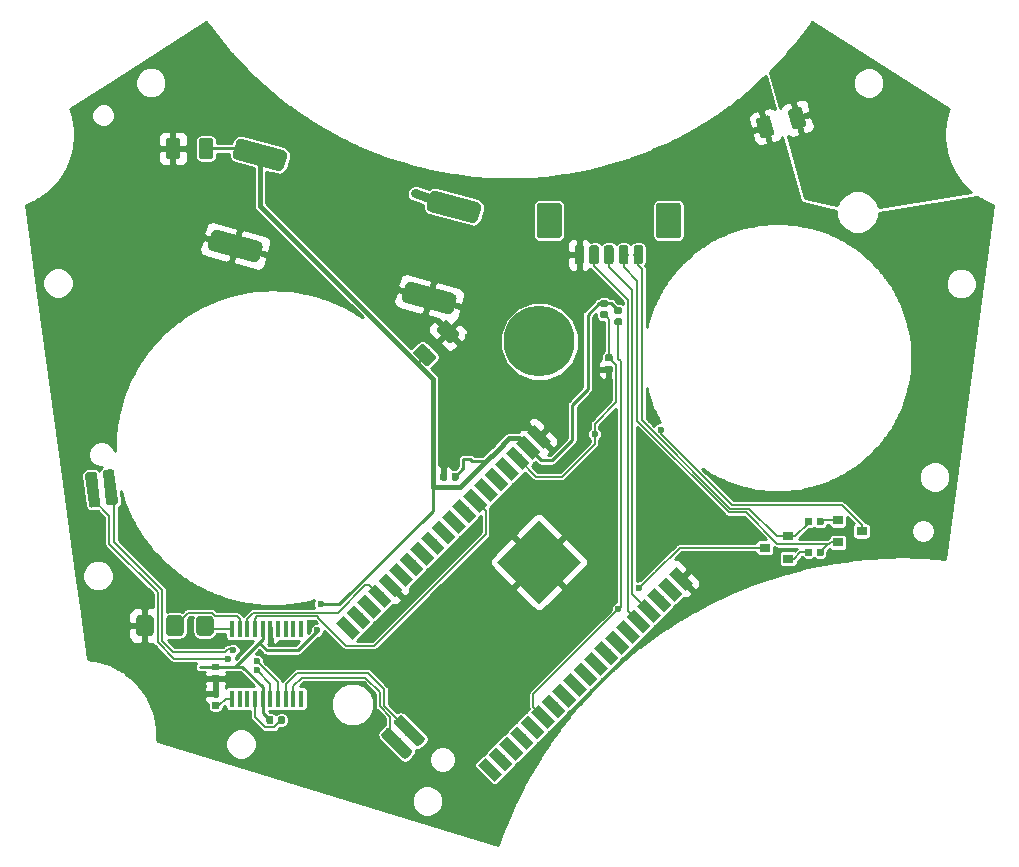
<source format=gtl>
G04 #@! TF.GenerationSoftware,KiCad,Pcbnew,5.0.2+dfsg1-1*
G04 #@! TF.CreationDate,2021-09-10T13:16:56+02:00*
G04 #@! TF.ProjectId,edgedriver,65646765-6472-4697-9665-722e6b696361,rev?*
G04 #@! TF.SameCoordinates,Original*
G04 #@! TF.FileFunction,Copper,L1,Top*
G04 #@! TF.FilePolarity,Positive*
%FSLAX46Y46*%
G04 Gerber Fmt 4.6, Leading zero omitted, Abs format (unit mm)*
G04 Created by KiCad (PCBNEW 5.0.2+dfsg1-1) date Fri 10 Sep 2021 01:16:56 PM CEST*
%MOMM*%
%LPD*%
G01*
G04 APERTURE LIST*
G04 #@! TA.AperFunction,Conductor*
%ADD10C,0.100000*%
G04 #@! TD*
G04 #@! TA.AperFunction,SMDPad,CuDef*
%ADD11C,1.500000*%
G04 #@! TD*
G04 #@! TA.AperFunction,SMDPad,CuDef*
%ADD12C,1.000000*%
G04 #@! TD*
G04 #@! TA.AperFunction,SMDPad,CuDef*
%ADD13C,0.590000*%
G04 #@! TD*
G04 #@! TA.AperFunction,SMDPad,CuDef*
%ADD14R,0.900000X0.800000*%
G04 #@! TD*
G04 #@! TA.AperFunction,ComponentPad*
%ADD15C,6.000000*%
G04 #@! TD*
G04 #@! TA.AperFunction,SMDPad,CuDef*
%ADD16R,0.450000X1.450000*%
G04 #@! TD*
G04 #@! TA.AperFunction,SMDPad,CuDef*
%ADD17C,0.900000*%
G04 #@! TD*
G04 #@! TA.AperFunction,SMDPad,CuDef*
%ADD18C,5.000000*%
G04 #@! TD*
G04 #@! TA.AperFunction,SMDPad,CuDef*
%ADD19C,1.800000*%
G04 #@! TD*
G04 #@! TA.AperFunction,SMDPad,CuDef*
%ADD20C,0.800000*%
G04 #@! TD*
G04 #@! TA.AperFunction,SMDPad,CuDef*
%ADD21C,2.100000*%
G04 #@! TD*
G04 #@! TA.AperFunction,SMDPad,CuDef*
%ADD22C,1.250000*%
G04 #@! TD*
G04 #@! TA.AperFunction,ViaPad*
%ADD23C,0.600000*%
G04 #@! TD*
G04 #@! TA.AperFunction,ViaPad*
%ADD24C,0.450000*%
G04 #@! TD*
G04 #@! TA.AperFunction,Conductor*
%ADD25C,0.240000*%
G04 #@! TD*
G04 #@! TA.AperFunction,Conductor*
%ADD26C,0.400000*%
G04 #@! TD*
G04 #@! TA.AperFunction,Conductor*
%ADD27C,0.250000*%
G04 #@! TD*
G04 #@! TA.AperFunction,Conductor*
%ADD28C,0.150000*%
G04 #@! TD*
G04 #@! TA.AperFunction,Conductor*
%ADD29C,0.750000*%
G04 #@! TD*
G04 #@! TA.AperFunction,Conductor*
%ADD30C,0.254000*%
G04 #@! TD*
G04 APERTURE END LIST*
D10*
G04 #@! TO.N,24V*
G04 #@! TO.C,J7*
G36*
X33098088Y18558639D02*
X33134429Y18552843D01*
X33170028Y18543512D01*
X33204540Y18530737D01*
X33237634Y18514641D01*
X33268991Y18495378D01*
X33298308Y18473135D01*
X33872842Y17991044D01*
X33899839Y17966034D01*
X33924254Y17938498D01*
X33945852Y17908702D01*
X33964426Y17876933D01*
X33979797Y17843496D01*
X33991816Y17808713D01*
X34000368Y17772920D01*
X34005370Y17736461D01*
X34006775Y17699687D01*
X34004568Y17662952D01*
X33998772Y17626611D01*
X33989441Y17591012D01*
X33976666Y17556500D01*
X33960570Y17523406D01*
X33941307Y17492049D01*
X33919064Y17462732D01*
X31830004Y14973087D01*
X31804994Y14946090D01*
X31777458Y14921675D01*
X31747662Y14900077D01*
X31715893Y14881503D01*
X31682456Y14866132D01*
X31647673Y14854113D01*
X31611880Y14845561D01*
X31575420Y14840559D01*
X31538646Y14839154D01*
X31501912Y14841361D01*
X31465571Y14847157D01*
X31429972Y14856488D01*
X31395460Y14869263D01*
X31362366Y14885359D01*
X31331009Y14904622D01*
X31301692Y14926865D01*
X30727158Y15408956D01*
X30700161Y15433966D01*
X30675746Y15461502D01*
X30654148Y15491298D01*
X30635574Y15523067D01*
X30620203Y15556504D01*
X30608184Y15591287D01*
X30599632Y15627080D01*
X30594630Y15663539D01*
X30593225Y15700313D01*
X30595432Y15737048D01*
X30601228Y15773389D01*
X30610559Y15808988D01*
X30623334Y15843500D01*
X30639430Y15876594D01*
X30658693Y15907951D01*
X30680936Y15937268D01*
X32769996Y18426913D01*
X32795006Y18453910D01*
X32822542Y18478325D01*
X32852338Y18499923D01*
X32884107Y18518497D01*
X32917544Y18533868D01*
X32952327Y18545887D01*
X32988120Y18554439D01*
X33024580Y18559441D01*
X33061354Y18560846D01*
X33098088Y18558639D01*
X33098088Y18558639D01*
G37*
D11*
G04 #@! TD*
G04 #@! TO.P,J7,1*
G04 #@! TO.N,24V*
X32300000Y16700000D03*
D10*
G04 #@! TO.N,SWDCLK*
G04 #@! TO.C,J5*
G36*
X-25388244Y-20751806D02*
X-25351841Y-20757206D01*
X-25316143Y-20766147D01*
X-25281494Y-20778545D01*
X-25248226Y-20794280D01*
X-25216661Y-20813199D01*
X-25187103Y-20835121D01*
X-25159835Y-20859835D01*
X-25135121Y-20887103D01*
X-25113199Y-20916661D01*
X-25094280Y-20948226D01*
X-25078545Y-20981494D01*
X-25066147Y-21016143D01*
X-25057206Y-21051841D01*
X-25051806Y-21088244D01*
X-25050000Y-21125000D01*
X-25050000Y-22075000D01*
X-25051806Y-22111756D01*
X-25057206Y-22148159D01*
X-25066147Y-22183857D01*
X-25078545Y-22218506D01*
X-25094280Y-22251774D01*
X-25113199Y-22283339D01*
X-25135121Y-22312897D01*
X-25159835Y-22340165D01*
X-25187103Y-22364879D01*
X-25216661Y-22386801D01*
X-25248226Y-22405720D01*
X-25281494Y-22421455D01*
X-25316143Y-22433853D01*
X-25351841Y-22442794D01*
X-25388244Y-22448194D01*
X-25425000Y-22450000D01*
X-26175000Y-22450000D01*
X-26211756Y-22448194D01*
X-26248159Y-22442794D01*
X-26283857Y-22433853D01*
X-26318506Y-22421455D01*
X-26351774Y-22405720D01*
X-26383339Y-22386801D01*
X-26412897Y-22364879D01*
X-26440165Y-22340165D01*
X-26464879Y-22312897D01*
X-26486801Y-22283339D01*
X-26505720Y-22251774D01*
X-26521455Y-22218506D01*
X-26533853Y-22183857D01*
X-26542794Y-22148159D01*
X-26548194Y-22111756D01*
X-26550000Y-22075000D01*
X-26550000Y-21125000D01*
X-26548194Y-21088244D01*
X-26542794Y-21051841D01*
X-26533853Y-21016143D01*
X-26521455Y-20981494D01*
X-26505720Y-20948226D01*
X-26486801Y-20916661D01*
X-26464879Y-20887103D01*
X-26440165Y-20859835D01*
X-26412897Y-20835121D01*
X-26383339Y-20813199D01*
X-26351774Y-20794280D01*
X-26318506Y-20778545D01*
X-26283857Y-20766147D01*
X-26248159Y-20757206D01*
X-26211756Y-20751806D01*
X-26175000Y-20750000D01*
X-25425000Y-20750000D01*
X-25388244Y-20751806D01*
X-25388244Y-20751806D01*
G37*
D11*
G04 #@! TD*
G04 #@! TO.P,J5,1*
G04 #@! TO.N,SWDCLK*
X-25800000Y-21600000D03*
D10*
G04 #@! TO.N,SWDIO*
G04 #@! TO.C,J5*
G36*
X-27928244Y-20701806D02*
X-27891841Y-20707206D01*
X-27856143Y-20716147D01*
X-27821494Y-20728545D01*
X-27788226Y-20744280D01*
X-27756661Y-20763199D01*
X-27727103Y-20785121D01*
X-27699835Y-20809835D01*
X-27675121Y-20837103D01*
X-27653199Y-20866661D01*
X-27634280Y-20898226D01*
X-27618545Y-20931494D01*
X-27606147Y-20966143D01*
X-27597206Y-21001841D01*
X-27591806Y-21038244D01*
X-27590000Y-21075000D01*
X-27590000Y-22125000D01*
X-27591806Y-22161756D01*
X-27597206Y-22198159D01*
X-27606147Y-22233857D01*
X-27618545Y-22268506D01*
X-27634280Y-22301774D01*
X-27653199Y-22333339D01*
X-27675121Y-22362897D01*
X-27699835Y-22390165D01*
X-27727103Y-22414879D01*
X-27756661Y-22436801D01*
X-27788226Y-22455720D01*
X-27821494Y-22471455D01*
X-27856143Y-22483853D01*
X-27891841Y-22492794D01*
X-27928244Y-22498194D01*
X-27965000Y-22500000D01*
X-28715000Y-22500000D01*
X-28751756Y-22498194D01*
X-28788159Y-22492794D01*
X-28823857Y-22483853D01*
X-28858506Y-22471455D01*
X-28891774Y-22455720D01*
X-28923339Y-22436801D01*
X-28952897Y-22414879D01*
X-28980165Y-22390165D01*
X-29004879Y-22362897D01*
X-29026801Y-22333339D01*
X-29045720Y-22301774D01*
X-29061455Y-22268506D01*
X-29073853Y-22233857D01*
X-29082794Y-22198159D01*
X-29088194Y-22161756D01*
X-29090000Y-22125000D01*
X-29090000Y-21075000D01*
X-29088194Y-21038244D01*
X-29082794Y-21001841D01*
X-29073853Y-20966143D01*
X-29061455Y-20931494D01*
X-29045720Y-20898226D01*
X-29026801Y-20866661D01*
X-29004879Y-20837103D01*
X-28980165Y-20809835D01*
X-28952897Y-20785121D01*
X-28923339Y-20763199D01*
X-28891774Y-20744280D01*
X-28858506Y-20728545D01*
X-28823857Y-20716147D01*
X-28788159Y-20707206D01*
X-28751756Y-20701806D01*
X-28715000Y-20700000D01*
X-27965000Y-20700000D01*
X-27928244Y-20701806D01*
X-27928244Y-20701806D01*
G37*
D11*
G04 #@! TD*
G04 #@! TO.P,J5,2*
G04 #@! TO.N,SWDIO*
X-28340000Y-21600000D03*
D10*
G04 #@! TO.N,GND*
G04 #@! TO.C,J5*
G36*
X-30468244Y-20701806D02*
X-30431841Y-20707206D01*
X-30396143Y-20716147D01*
X-30361494Y-20728545D01*
X-30328226Y-20744280D01*
X-30296661Y-20763199D01*
X-30267103Y-20785121D01*
X-30239835Y-20809835D01*
X-30215121Y-20837103D01*
X-30193199Y-20866661D01*
X-30174280Y-20898226D01*
X-30158545Y-20931494D01*
X-30146147Y-20966143D01*
X-30137206Y-21001841D01*
X-30131806Y-21038244D01*
X-30130000Y-21075000D01*
X-30130000Y-22125000D01*
X-30131806Y-22161756D01*
X-30137206Y-22198159D01*
X-30146147Y-22233857D01*
X-30158545Y-22268506D01*
X-30174280Y-22301774D01*
X-30193199Y-22333339D01*
X-30215121Y-22362897D01*
X-30239835Y-22390165D01*
X-30267103Y-22414879D01*
X-30296661Y-22436801D01*
X-30328226Y-22455720D01*
X-30361494Y-22471455D01*
X-30396143Y-22483853D01*
X-30431841Y-22492794D01*
X-30468244Y-22498194D01*
X-30505000Y-22500000D01*
X-31255000Y-22500000D01*
X-31291756Y-22498194D01*
X-31328159Y-22492794D01*
X-31363857Y-22483853D01*
X-31398506Y-22471455D01*
X-31431774Y-22455720D01*
X-31463339Y-22436801D01*
X-31492897Y-22414879D01*
X-31520165Y-22390165D01*
X-31544879Y-22362897D01*
X-31566801Y-22333339D01*
X-31585720Y-22301774D01*
X-31601455Y-22268506D01*
X-31613853Y-22233857D01*
X-31622794Y-22198159D01*
X-31628194Y-22161756D01*
X-31630000Y-22125000D01*
X-31630000Y-21075000D01*
X-31628194Y-21038244D01*
X-31622794Y-21001841D01*
X-31613853Y-20966143D01*
X-31601455Y-20931494D01*
X-31585720Y-20898226D01*
X-31566801Y-20866661D01*
X-31544879Y-20837103D01*
X-31520165Y-20809835D01*
X-31492897Y-20785121D01*
X-31463339Y-20763199D01*
X-31431774Y-20744280D01*
X-31398506Y-20728545D01*
X-31363857Y-20716147D01*
X-31328159Y-20707206D01*
X-31291756Y-20701806D01*
X-31255000Y-20700000D01*
X-30505000Y-20700000D01*
X-30468244Y-20701806D01*
X-30468244Y-20701806D01*
G37*
D11*
G04 #@! TD*
G04 #@! TO.P,J5,3*
G04 #@! TO.N,GND*
X-30880000Y-21600000D03*
D10*
G04 #@! TO.N,Net-(J3-Pad1)*
G04 #@! TO.C,J3*
G36*
X-33685673Y-8379537D02*
X-33661325Y-8382554D01*
X-33637391Y-8387942D01*
X-33614099Y-8395651D01*
X-33591676Y-8405605D01*
X-33570336Y-8417709D01*
X-33550285Y-8431847D01*
X-33531716Y-8447882D01*
X-33514809Y-8465660D01*
X-33499725Y-8485009D01*
X-33486611Y-8505744D01*
X-33475592Y-8527664D01*
X-33466775Y-8550559D01*
X-33460245Y-8574208D01*
X-33456063Y-8598383D01*
X-33151390Y-11079748D01*
X-33149599Y-11104216D01*
X-33150214Y-11128742D01*
X-33153231Y-11153090D01*
X-33158619Y-11177025D01*
X-33166328Y-11200316D01*
X-33176282Y-11222740D01*
X-33188387Y-11244080D01*
X-33202524Y-11264130D01*
X-33218559Y-11282699D01*
X-33236337Y-11299606D01*
X-33255686Y-11314690D01*
X-33276421Y-11327804D01*
X-33298341Y-11338823D01*
X-33321236Y-11347640D01*
X-33344885Y-11354170D01*
X-33369059Y-11358352D01*
X-33865332Y-11419287D01*
X-33889801Y-11421078D01*
X-33914327Y-11420463D01*
X-33938675Y-11417446D01*
X-33962609Y-11412058D01*
X-33985901Y-11404349D01*
X-34008324Y-11394395D01*
X-34029664Y-11382291D01*
X-34049715Y-11368153D01*
X-34068284Y-11352118D01*
X-34085191Y-11334340D01*
X-34100275Y-11314991D01*
X-34113389Y-11294256D01*
X-34124408Y-11272336D01*
X-34133225Y-11249441D01*
X-34139755Y-11225792D01*
X-34143937Y-11201617D01*
X-34448610Y-8720252D01*
X-34450401Y-8695784D01*
X-34449786Y-8671258D01*
X-34446769Y-8646910D01*
X-34441381Y-8622975D01*
X-34433672Y-8599684D01*
X-34423718Y-8577260D01*
X-34411613Y-8555920D01*
X-34397476Y-8535870D01*
X-34381441Y-8517301D01*
X-34363663Y-8500394D01*
X-34344314Y-8485310D01*
X-34323579Y-8472196D01*
X-34301659Y-8461177D01*
X-34278764Y-8452360D01*
X-34255115Y-8445830D01*
X-34230941Y-8441648D01*
X-33734668Y-8380713D01*
X-33710199Y-8378922D01*
X-33685673Y-8379537D01*
X-33685673Y-8379537D01*
G37*
D12*
G04 #@! TD*
G04 #@! TO.P,J3,1*
G04 #@! TO.N,Net-(J3-Pad1)*
X-33800000Y-9900000D03*
D10*
G04 #@! TO.N,Net-(J3-Pad2)*
G04 #@! TO.C,J3*
G36*
X-35174492Y-8562341D02*
X-35150144Y-8565358D01*
X-35126210Y-8570746D01*
X-35102918Y-8578455D01*
X-35080495Y-8588409D01*
X-35059155Y-8600513D01*
X-35039104Y-8614651D01*
X-35020535Y-8630686D01*
X-35003628Y-8648464D01*
X-34988544Y-8667813D01*
X-34975430Y-8688548D01*
X-34964411Y-8710468D01*
X-34955594Y-8733363D01*
X-34949064Y-8757012D01*
X-34944882Y-8781187D01*
X-34640209Y-11262552D01*
X-34638418Y-11287020D01*
X-34639033Y-11311546D01*
X-34642050Y-11335894D01*
X-34647438Y-11359829D01*
X-34655147Y-11383120D01*
X-34665101Y-11405544D01*
X-34677206Y-11426884D01*
X-34691343Y-11446934D01*
X-34707378Y-11465503D01*
X-34725156Y-11482410D01*
X-34744505Y-11497494D01*
X-34765240Y-11510608D01*
X-34787160Y-11521627D01*
X-34810055Y-11530444D01*
X-34833704Y-11536974D01*
X-34857878Y-11541156D01*
X-35354151Y-11602091D01*
X-35378620Y-11603882D01*
X-35403146Y-11603267D01*
X-35427494Y-11600250D01*
X-35451428Y-11594862D01*
X-35474720Y-11587153D01*
X-35497143Y-11577199D01*
X-35518483Y-11565095D01*
X-35538534Y-11550957D01*
X-35557103Y-11534922D01*
X-35574010Y-11517144D01*
X-35589094Y-11497795D01*
X-35602208Y-11477060D01*
X-35613227Y-11455140D01*
X-35622044Y-11432245D01*
X-35628574Y-11408596D01*
X-35632756Y-11384421D01*
X-35937429Y-8903056D01*
X-35939220Y-8878588D01*
X-35938605Y-8854062D01*
X-35935588Y-8829714D01*
X-35930200Y-8805779D01*
X-35922491Y-8782488D01*
X-35912537Y-8760064D01*
X-35900432Y-8738724D01*
X-35886295Y-8718674D01*
X-35870260Y-8700105D01*
X-35852482Y-8683198D01*
X-35833133Y-8668114D01*
X-35812398Y-8655000D01*
X-35790478Y-8643981D01*
X-35767583Y-8635164D01*
X-35743934Y-8628634D01*
X-35719760Y-8624452D01*
X-35223487Y-8563517D01*
X-35199018Y-8561726D01*
X-35174492Y-8562341D01*
X-35174492Y-8562341D01*
G37*
D12*
G04 #@! TD*
G04 #@! TO.P,J3,2*
G04 #@! TO.N,Net-(J3-Pad2)*
X-35288819Y-10082804D03*
D10*
G04 #@! TO.N,Net-(J4-Pad2)*
G04 #@! TO.C,J4*
G36*
X-9182603Y-29190544D02*
X-9158334Y-29194144D01*
X-9134536Y-29200105D01*
X-9111436Y-29208370D01*
X-9089258Y-29218860D01*
X-9068214Y-29231473D01*
X-9048509Y-29246087D01*
X-9030330Y-29262563D01*
X-7262563Y-31030330D01*
X-7246087Y-31048509D01*
X-7231473Y-31068214D01*
X-7218860Y-31089258D01*
X-7208370Y-31111436D01*
X-7200105Y-31134536D01*
X-7194144Y-31158334D01*
X-7190544Y-31182603D01*
X-7189340Y-31207107D01*
X-7190544Y-31231611D01*
X-7194144Y-31255880D01*
X-7200105Y-31279678D01*
X-7208370Y-31302778D01*
X-7218860Y-31324956D01*
X-7231473Y-31346000D01*
X-7246087Y-31365705D01*
X-7262563Y-31383884D01*
X-7616116Y-31737437D01*
X-7634295Y-31753913D01*
X-7654000Y-31768527D01*
X-7675044Y-31781140D01*
X-7697222Y-31791630D01*
X-7720322Y-31799895D01*
X-7744120Y-31805856D01*
X-7768389Y-31809456D01*
X-7792893Y-31810660D01*
X-7817397Y-31809456D01*
X-7841666Y-31805856D01*
X-7865464Y-31799895D01*
X-7888564Y-31791630D01*
X-7910742Y-31781140D01*
X-7931786Y-31768527D01*
X-7951491Y-31753913D01*
X-7969670Y-31737437D01*
X-9737437Y-29969670D01*
X-9753913Y-29951491D01*
X-9768527Y-29931786D01*
X-9781140Y-29910742D01*
X-9791630Y-29888564D01*
X-9799895Y-29865464D01*
X-9805856Y-29841666D01*
X-9809456Y-29817397D01*
X-9810660Y-29792893D01*
X-9809456Y-29768389D01*
X-9805856Y-29744120D01*
X-9799895Y-29720322D01*
X-9791630Y-29697222D01*
X-9781140Y-29675044D01*
X-9768527Y-29654000D01*
X-9753913Y-29634295D01*
X-9737437Y-29616116D01*
X-9383884Y-29262563D01*
X-9365705Y-29246087D01*
X-9346000Y-29231473D01*
X-9324956Y-29218860D01*
X-9302778Y-29208370D01*
X-9279678Y-29200105D01*
X-9255880Y-29194144D01*
X-9231611Y-29190544D01*
X-9207107Y-29189340D01*
X-9182603Y-29190544D01*
X-9182603Y-29190544D01*
G37*
D12*
G04 #@! TD*
G04 #@! TO.P,J4,2*
G04 #@! TO.N,Net-(J4-Pad2)*
X-8500000Y-30500000D03*
D10*
G04 #@! TO.N,Net-(J4-Pad1)*
G04 #@! TO.C,J4*
G36*
X-10243263Y-30251204D02*
X-10218994Y-30254804D01*
X-10195196Y-30260765D01*
X-10172096Y-30269030D01*
X-10149918Y-30279520D01*
X-10128874Y-30292133D01*
X-10109169Y-30306747D01*
X-10090990Y-30323223D01*
X-8323223Y-32090990D01*
X-8306747Y-32109169D01*
X-8292133Y-32128874D01*
X-8279520Y-32149918D01*
X-8269030Y-32172096D01*
X-8260765Y-32195196D01*
X-8254804Y-32218994D01*
X-8251204Y-32243263D01*
X-8250000Y-32267767D01*
X-8251204Y-32292271D01*
X-8254804Y-32316540D01*
X-8260765Y-32340338D01*
X-8269030Y-32363438D01*
X-8279520Y-32385616D01*
X-8292133Y-32406660D01*
X-8306747Y-32426365D01*
X-8323223Y-32444544D01*
X-8676776Y-32798097D01*
X-8694955Y-32814573D01*
X-8714660Y-32829187D01*
X-8735704Y-32841800D01*
X-8757882Y-32852290D01*
X-8780982Y-32860555D01*
X-8804780Y-32866516D01*
X-8829049Y-32870116D01*
X-8853553Y-32871320D01*
X-8878057Y-32870116D01*
X-8902326Y-32866516D01*
X-8926124Y-32860555D01*
X-8949224Y-32852290D01*
X-8971402Y-32841800D01*
X-8992446Y-32829187D01*
X-9012151Y-32814573D01*
X-9030330Y-32798097D01*
X-10798097Y-31030330D01*
X-10814573Y-31012151D01*
X-10829187Y-30992446D01*
X-10841800Y-30971402D01*
X-10852290Y-30949224D01*
X-10860555Y-30926124D01*
X-10866516Y-30902326D01*
X-10870116Y-30878057D01*
X-10871320Y-30853553D01*
X-10870116Y-30829049D01*
X-10866516Y-30804780D01*
X-10860555Y-30780982D01*
X-10852290Y-30757882D01*
X-10841800Y-30735704D01*
X-10829187Y-30714660D01*
X-10814573Y-30694955D01*
X-10798097Y-30676776D01*
X-10444544Y-30323223D01*
X-10426365Y-30306747D01*
X-10406660Y-30292133D01*
X-10385616Y-30279520D01*
X-10363438Y-30269030D01*
X-10340338Y-30260765D01*
X-10316540Y-30254804D01*
X-10292271Y-30251204D01*
X-10267767Y-30250000D01*
X-10243263Y-30251204D01*
X-10243263Y-30251204D01*
G37*
D12*
G04 #@! TD*
G04 #@! TO.P,J4,1*
G04 #@! TO.N,Net-(J4-Pad1)*
X-9560660Y-31560660D03*
D10*
G04 #@! TO.N,Net-(J2-Pad1)*
G04 #@! TO.C,R3*
G36*
X25476958Y-12480710D02*
X25491276Y-12482834D01*
X25505317Y-12486351D01*
X25518946Y-12491228D01*
X25532031Y-12497417D01*
X25544447Y-12504858D01*
X25556073Y-12513481D01*
X25566798Y-12523202D01*
X25576519Y-12533927D01*
X25585142Y-12545553D01*
X25592583Y-12557969D01*
X25598772Y-12571054D01*
X25603649Y-12584683D01*
X25607166Y-12598724D01*
X25609290Y-12613042D01*
X25610000Y-12627500D01*
X25610000Y-12972500D01*
X25609290Y-12986958D01*
X25607166Y-13001276D01*
X25603649Y-13015317D01*
X25598772Y-13028946D01*
X25592583Y-13042031D01*
X25585142Y-13054447D01*
X25576519Y-13066073D01*
X25566798Y-13076798D01*
X25556073Y-13086519D01*
X25544447Y-13095142D01*
X25532031Y-13102583D01*
X25518946Y-13108772D01*
X25505317Y-13113649D01*
X25491276Y-13117166D01*
X25476958Y-13119290D01*
X25462500Y-13120000D01*
X25167500Y-13120000D01*
X25153042Y-13119290D01*
X25138724Y-13117166D01*
X25124683Y-13113649D01*
X25111054Y-13108772D01*
X25097969Y-13102583D01*
X25085553Y-13095142D01*
X25073927Y-13086519D01*
X25063202Y-13076798D01*
X25053481Y-13066073D01*
X25044858Y-13054447D01*
X25037417Y-13042031D01*
X25031228Y-13028946D01*
X25026351Y-13015317D01*
X25022834Y-13001276D01*
X25020710Y-12986958D01*
X25020000Y-12972500D01*
X25020000Y-12627500D01*
X25020710Y-12613042D01*
X25022834Y-12598724D01*
X25026351Y-12584683D01*
X25031228Y-12571054D01*
X25037417Y-12557969D01*
X25044858Y-12545553D01*
X25053481Y-12533927D01*
X25063202Y-12523202D01*
X25073927Y-12513481D01*
X25085553Y-12504858D01*
X25097969Y-12497417D01*
X25111054Y-12491228D01*
X25124683Y-12486351D01*
X25138724Y-12482834D01*
X25153042Y-12480710D01*
X25167500Y-12480000D01*
X25462500Y-12480000D01*
X25476958Y-12480710D01*
X25476958Y-12480710D01*
G37*
D13*
G04 #@! TD*
G04 #@! TO.P,R3,2*
G04 #@! TO.N,Net-(J2-Pad1)*
X25315000Y-12800000D03*
D10*
G04 #@! TO.N,Net-(Q1-Pad1)*
G04 #@! TO.C,R3*
G36*
X26446958Y-12480710D02*
X26461276Y-12482834D01*
X26475317Y-12486351D01*
X26488946Y-12491228D01*
X26502031Y-12497417D01*
X26514447Y-12504858D01*
X26526073Y-12513481D01*
X26536798Y-12523202D01*
X26546519Y-12533927D01*
X26555142Y-12545553D01*
X26562583Y-12557969D01*
X26568772Y-12571054D01*
X26573649Y-12584683D01*
X26577166Y-12598724D01*
X26579290Y-12613042D01*
X26580000Y-12627500D01*
X26580000Y-12972500D01*
X26579290Y-12986958D01*
X26577166Y-13001276D01*
X26573649Y-13015317D01*
X26568772Y-13028946D01*
X26562583Y-13042031D01*
X26555142Y-13054447D01*
X26546519Y-13066073D01*
X26536798Y-13076798D01*
X26526073Y-13086519D01*
X26514447Y-13095142D01*
X26502031Y-13102583D01*
X26488946Y-13108772D01*
X26475317Y-13113649D01*
X26461276Y-13117166D01*
X26446958Y-13119290D01*
X26432500Y-13120000D01*
X26137500Y-13120000D01*
X26123042Y-13119290D01*
X26108724Y-13117166D01*
X26094683Y-13113649D01*
X26081054Y-13108772D01*
X26067969Y-13102583D01*
X26055553Y-13095142D01*
X26043927Y-13086519D01*
X26033202Y-13076798D01*
X26023481Y-13066073D01*
X26014858Y-13054447D01*
X26007417Y-13042031D01*
X26001228Y-13028946D01*
X25996351Y-13015317D01*
X25992834Y-13001276D01*
X25990710Y-12986958D01*
X25990000Y-12972500D01*
X25990000Y-12627500D01*
X25990710Y-12613042D01*
X25992834Y-12598724D01*
X25996351Y-12584683D01*
X26001228Y-12571054D01*
X26007417Y-12557969D01*
X26014858Y-12545553D01*
X26023481Y-12533927D01*
X26033202Y-12523202D01*
X26043927Y-12513481D01*
X26055553Y-12504858D01*
X26067969Y-12497417D01*
X26081054Y-12491228D01*
X26094683Y-12486351D01*
X26108724Y-12482834D01*
X26123042Y-12480710D01*
X26137500Y-12480000D01*
X26432500Y-12480000D01*
X26446958Y-12480710D01*
X26446958Y-12480710D01*
G37*
D13*
G04 #@! TD*
G04 #@! TO.P,R3,1*
G04 #@! TO.N,Net-(Q1-Pad1)*
X26285000Y-12800000D03*
D14*
G04 #@! TO.P,Q1,3*
G04 #@! TO.N,ESPEN*
X29800000Y-13600000D03*
G04 #@! TO.P,Q1,2*
G04 #@! TO.N,Net-(J2-Pad2)*
X27800000Y-14550000D03*
G04 #@! TO.P,Q1,1*
G04 #@! TO.N,Net-(Q1-Pad1)*
X27800000Y-12650000D03*
G04 #@! TD*
D15*
G04 #@! TO.P,J1,2*
G04 #@! TO.N,GND*
X-2457196Y-2527907D03*
G04 #@! TO.P,J1,1*
G04 #@! TO.N,24V*
X2527907Y2457196D03*
G04 #@! TD*
D16*
G04 #@! TO.P,U3,1*
G04 #@! TO.N,Net-(R7-Pad1)*
X-23507000Y-27780000D03*
G04 #@! TO.P,U3,2*
G04 #@! TO.N,Net-(U3-Pad2)*
X-22857000Y-27780000D03*
G04 #@! TO.P,U3,3*
G04 #@! TO.N,Net-(U3-Pad3)*
X-22207000Y-27780000D03*
G04 #@! TO.P,U3,4*
G04 #@! TO.N,Net-(R6-Pad1)*
X-21557000Y-27780000D03*
G04 #@! TO.P,U3,5*
G04 #@! TO.N,3V3*
X-20907000Y-27780000D03*
G04 #@! TO.P,U3,6*
G04 #@! TO.N,Net-(J3-Pad2)*
X-20257000Y-27780000D03*
G04 #@! TO.P,U3,7*
G04 #@! TO.N,Net-(J3-Pad1)*
X-19607000Y-27780000D03*
G04 #@! TO.P,U3,8*
G04 #@! TO.N,Net-(J4-Pad2)*
X-18957000Y-27780000D03*
G04 #@! TO.P,U3,9*
G04 #@! TO.N,Net-(J4-Pad1)*
X-18307000Y-27780000D03*
G04 #@! TO.P,U3,10*
G04 #@! TO.N,Net-(U3-Pad10)*
X-17657000Y-27780000D03*
G04 #@! TO.P,U3,11*
G04 #@! TO.N,Net-(U3-Pad11)*
X-17657000Y-21880000D03*
G04 #@! TO.P,U3,12*
G04 #@! TO.N,Net-(U3-Pad12)*
X-18307000Y-21880000D03*
G04 #@! TO.P,U3,13*
G04 #@! TO.N,Net-(U3-Pad13)*
X-18957000Y-21880000D03*
G04 #@! TO.P,U3,14*
G04 #@! TO.N,Net-(U3-Pad14)*
X-19607000Y-21880000D03*
G04 #@! TO.P,U3,15*
G04 #@! TO.N,GND*
X-20257000Y-21880000D03*
G04 #@! TO.P,U3,16*
G04 #@! TO.N,3V3*
X-20907000Y-21880000D03*
G04 #@! TO.P,U3,17*
G04 #@! TO.N,STMTX*
X-21557000Y-21880000D03*
G04 #@! TO.P,U3,18*
G04 #@! TO.N,STMRX*
X-22207000Y-21880000D03*
G04 #@! TO.P,U3,19*
G04 #@! TO.N,SWDIO*
X-22857000Y-21880000D03*
G04 #@! TO.P,U3,20*
G04 #@! TO.N,SWDCLK*
X-23507000Y-21880000D03*
G04 #@! TD*
D10*
G04 #@! TO.N,Net-(R6-Pad1)*
G04 #@! TO.C,R6*
G36*
X-19153042Y-29280710D02*
X-19138724Y-29282834D01*
X-19124683Y-29286351D01*
X-19111054Y-29291228D01*
X-19097969Y-29297417D01*
X-19085553Y-29304858D01*
X-19073927Y-29313481D01*
X-19063202Y-29323202D01*
X-19053481Y-29333927D01*
X-19044858Y-29345553D01*
X-19037417Y-29357969D01*
X-19031228Y-29371054D01*
X-19026351Y-29384683D01*
X-19022834Y-29398724D01*
X-19020710Y-29413042D01*
X-19020000Y-29427500D01*
X-19020000Y-29772500D01*
X-19020710Y-29786958D01*
X-19022834Y-29801276D01*
X-19026351Y-29815317D01*
X-19031228Y-29828946D01*
X-19037417Y-29842031D01*
X-19044858Y-29854447D01*
X-19053481Y-29866073D01*
X-19063202Y-29876798D01*
X-19073927Y-29886519D01*
X-19085553Y-29895142D01*
X-19097969Y-29902583D01*
X-19111054Y-29908772D01*
X-19124683Y-29913649D01*
X-19138724Y-29917166D01*
X-19153042Y-29919290D01*
X-19167500Y-29920000D01*
X-19462500Y-29920000D01*
X-19476958Y-29919290D01*
X-19491276Y-29917166D01*
X-19505317Y-29913649D01*
X-19518946Y-29908772D01*
X-19532031Y-29902583D01*
X-19544447Y-29895142D01*
X-19556073Y-29886519D01*
X-19566798Y-29876798D01*
X-19576519Y-29866073D01*
X-19585142Y-29854447D01*
X-19592583Y-29842031D01*
X-19598772Y-29828946D01*
X-19603649Y-29815317D01*
X-19607166Y-29801276D01*
X-19609290Y-29786958D01*
X-19610000Y-29772500D01*
X-19610000Y-29427500D01*
X-19609290Y-29413042D01*
X-19607166Y-29398724D01*
X-19603649Y-29384683D01*
X-19598772Y-29371054D01*
X-19592583Y-29357969D01*
X-19585142Y-29345553D01*
X-19576519Y-29333927D01*
X-19566798Y-29323202D01*
X-19556073Y-29313481D01*
X-19544447Y-29304858D01*
X-19532031Y-29297417D01*
X-19518946Y-29291228D01*
X-19505317Y-29286351D01*
X-19491276Y-29282834D01*
X-19476958Y-29280710D01*
X-19462500Y-29280000D01*
X-19167500Y-29280000D01*
X-19153042Y-29280710D01*
X-19153042Y-29280710D01*
G37*
D13*
G04 #@! TD*
G04 #@! TO.P,R6,1*
G04 #@! TO.N,Net-(R6-Pad1)*
X-19315000Y-29600000D03*
D10*
G04 #@! TO.N,3V3*
G04 #@! TO.C,R6*
G36*
X-20123042Y-29280710D02*
X-20108724Y-29282834D01*
X-20094683Y-29286351D01*
X-20081054Y-29291228D01*
X-20067969Y-29297417D01*
X-20055553Y-29304858D01*
X-20043927Y-29313481D01*
X-20033202Y-29323202D01*
X-20023481Y-29333927D01*
X-20014858Y-29345553D01*
X-20007417Y-29357969D01*
X-20001228Y-29371054D01*
X-19996351Y-29384683D01*
X-19992834Y-29398724D01*
X-19990710Y-29413042D01*
X-19990000Y-29427500D01*
X-19990000Y-29772500D01*
X-19990710Y-29786958D01*
X-19992834Y-29801276D01*
X-19996351Y-29815317D01*
X-20001228Y-29828946D01*
X-20007417Y-29842031D01*
X-20014858Y-29854447D01*
X-20023481Y-29866073D01*
X-20033202Y-29876798D01*
X-20043927Y-29886519D01*
X-20055553Y-29895142D01*
X-20067969Y-29902583D01*
X-20081054Y-29908772D01*
X-20094683Y-29913649D01*
X-20108724Y-29917166D01*
X-20123042Y-29919290D01*
X-20137500Y-29920000D01*
X-20432500Y-29920000D01*
X-20446958Y-29919290D01*
X-20461276Y-29917166D01*
X-20475317Y-29913649D01*
X-20488946Y-29908772D01*
X-20502031Y-29902583D01*
X-20514447Y-29895142D01*
X-20526073Y-29886519D01*
X-20536798Y-29876798D01*
X-20546519Y-29866073D01*
X-20555142Y-29854447D01*
X-20562583Y-29842031D01*
X-20568772Y-29828946D01*
X-20573649Y-29815317D01*
X-20577166Y-29801276D01*
X-20579290Y-29786958D01*
X-20580000Y-29772500D01*
X-20580000Y-29427500D01*
X-20579290Y-29413042D01*
X-20577166Y-29398724D01*
X-20573649Y-29384683D01*
X-20568772Y-29371054D01*
X-20562583Y-29357969D01*
X-20555142Y-29345553D01*
X-20546519Y-29333927D01*
X-20536798Y-29323202D01*
X-20526073Y-29313481D01*
X-20514447Y-29304858D01*
X-20502031Y-29297417D01*
X-20488946Y-29291228D01*
X-20475317Y-29286351D01*
X-20461276Y-29282834D01*
X-20446958Y-29280710D01*
X-20432500Y-29280000D01*
X-20137500Y-29280000D01*
X-20123042Y-29280710D01*
X-20123042Y-29280710D01*
G37*
D13*
G04 #@! TD*
G04 #@! TO.P,R6,2*
G04 #@! TO.N,3V3*
X-20285000Y-29600000D03*
D10*
G04 #@! TO.N,3V3*
G04 #@! TO.C,C8*
G36*
X-24713042Y-24812710D02*
X-24698724Y-24814834D01*
X-24684683Y-24818351D01*
X-24671054Y-24823228D01*
X-24657969Y-24829417D01*
X-24645553Y-24836858D01*
X-24633927Y-24845481D01*
X-24623202Y-24855202D01*
X-24613481Y-24865927D01*
X-24604858Y-24877553D01*
X-24597417Y-24889969D01*
X-24591228Y-24903054D01*
X-24586351Y-24916683D01*
X-24582834Y-24930724D01*
X-24580710Y-24945042D01*
X-24580000Y-24959500D01*
X-24580000Y-25254500D01*
X-24580710Y-25268958D01*
X-24582834Y-25283276D01*
X-24586351Y-25297317D01*
X-24591228Y-25310946D01*
X-24597417Y-25324031D01*
X-24604858Y-25336447D01*
X-24613481Y-25348073D01*
X-24623202Y-25358798D01*
X-24633927Y-25368519D01*
X-24645553Y-25377142D01*
X-24657969Y-25384583D01*
X-24671054Y-25390772D01*
X-24684683Y-25395649D01*
X-24698724Y-25399166D01*
X-24713042Y-25401290D01*
X-24727500Y-25402000D01*
X-25072500Y-25402000D01*
X-25086958Y-25401290D01*
X-25101276Y-25399166D01*
X-25115317Y-25395649D01*
X-25128946Y-25390772D01*
X-25142031Y-25384583D01*
X-25154447Y-25377142D01*
X-25166073Y-25368519D01*
X-25176798Y-25358798D01*
X-25186519Y-25348073D01*
X-25195142Y-25336447D01*
X-25202583Y-25324031D01*
X-25208772Y-25310946D01*
X-25213649Y-25297317D01*
X-25217166Y-25283276D01*
X-25219290Y-25268958D01*
X-25220000Y-25254500D01*
X-25220000Y-24959500D01*
X-25219290Y-24945042D01*
X-25217166Y-24930724D01*
X-25213649Y-24916683D01*
X-25208772Y-24903054D01*
X-25202583Y-24889969D01*
X-25195142Y-24877553D01*
X-25186519Y-24865927D01*
X-25176798Y-24855202D01*
X-25166073Y-24845481D01*
X-25154447Y-24836858D01*
X-25142031Y-24829417D01*
X-25128946Y-24823228D01*
X-25115317Y-24818351D01*
X-25101276Y-24814834D01*
X-25086958Y-24812710D01*
X-25072500Y-24812000D01*
X-24727500Y-24812000D01*
X-24713042Y-24812710D01*
X-24713042Y-24812710D01*
G37*
D13*
G04 #@! TD*
G04 #@! TO.P,C8,1*
G04 #@! TO.N,3V3*
X-24900000Y-25107000D03*
D10*
G04 #@! TO.N,GND*
G04 #@! TO.C,C8*
G36*
X-24713042Y-25782710D02*
X-24698724Y-25784834D01*
X-24684683Y-25788351D01*
X-24671054Y-25793228D01*
X-24657969Y-25799417D01*
X-24645553Y-25806858D01*
X-24633927Y-25815481D01*
X-24623202Y-25825202D01*
X-24613481Y-25835927D01*
X-24604858Y-25847553D01*
X-24597417Y-25859969D01*
X-24591228Y-25873054D01*
X-24586351Y-25886683D01*
X-24582834Y-25900724D01*
X-24580710Y-25915042D01*
X-24580000Y-25929500D01*
X-24580000Y-26224500D01*
X-24580710Y-26238958D01*
X-24582834Y-26253276D01*
X-24586351Y-26267317D01*
X-24591228Y-26280946D01*
X-24597417Y-26294031D01*
X-24604858Y-26306447D01*
X-24613481Y-26318073D01*
X-24623202Y-26328798D01*
X-24633927Y-26338519D01*
X-24645553Y-26347142D01*
X-24657969Y-26354583D01*
X-24671054Y-26360772D01*
X-24684683Y-26365649D01*
X-24698724Y-26369166D01*
X-24713042Y-26371290D01*
X-24727500Y-26372000D01*
X-25072500Y-26372000D01*
X-25086958Y-26371290D01*
X-25101276Y-26369166D01*
X-25115317Y-26365649D01*
X-25128946Y-26360772D01*
X-25142031Y-26354583D01*
X-25154447Y-26347142D01*
X-25166073Y-26338519D01*
X-25176798Y-26328798D01*
X-25186519Y-26318073D01*
X-25195142Y-26306447D01*
X-25202583Y-26294031D01*
X-25208772Y-26280946D01*
X-25213649Y-26267317D01*
X-25217166Y-26253276D01*
X-25219290Y-26238958D01*
X-25220000Y-26224500D01*
X-25220000Y-25929500D01*
X-25219290Y-25915042D01*
X-25217166Y-25900724D01*
X-25213649Y-25886683D01*
X-25208772Y-25873054D01*
X-25202583Y-25859969D01*
X-25195142Y-25847553D01*
X-25186519Y-25835927D01*
X-25176798Y-25825202D01*
X-25166073Y-25815481D01*
X-25154447Y-25806858D01*
X-25142031Y-25799417D01*
X-25128946Y-25793228D01*
X-25115317Y-25788351D01*
X-25101276Y-25784834D01*
X-25086958Y-25782710D01*
X-25072500Y-25782000D01*
X-24727500Y-25782000D01*
X-24713042Y-25782710D01*
X-24713042Y-25782710D01*
G37*
D13*
G04 #@! TD*
G04 #@! TO.P,C8,2*
G04 #@! TO.N,GND*
X-24900000Y-26077000D03*
D10*
G04 #@! TO.N,GND*
G04 #@! TO.C,R7*
G36*
X-24713042Y-27098710D02*
X-24698724Y-27100834D01*
X-24684683Y-27104351D01*
X-24671054Y-27109228D01*
X-24657969Y-27115417D01*
X-24645553Y-27122858D01*
X-24633927Y-27131481D01*
X-24623202Y-27141202D01*
X-24613481Y-27151927D01*
X-24604858Y-27163553D01*
X-24597417Y-27175969D01*
X-24591228Y-27189054D01*
X-24586351Y-27202683D01*
X-24582834Y-27216724D01*
X-24580710Y-27231042D01*
X-24580000Y-27245500D01*
X-24580000Y-27540500D01*
X-24580710Y-27554958D01*
X-24582834Y-27569276D01*
X-24586351Y-27583317D01*
X-24591228Y-27596946D01*
X-24597417Y-27610031D01*
X-24604858Y-27622447D01*
X-24613481Y-27634073D01*
X-24623202Y-27644798D01*
X-24633927Y-27654519D01*
X-24645553Y-27663142D01*
X-24657969Y-27670583D01*
X-24671054Y-27676772D01*
X-24684683Y-27681649D01*
X-24698724Y-27685166D01*
X-24713042Y-27687290D01*
X-24727500Y-27688000D01*
X-25072500Y-27688000D01*
X-25086958Y-27687290D01*
X-25101276Y-27685166D01*
X-25115317Y-27681649D01*
X-25128946Y-27676772D01*
X-25142031Y-27670583D01*
X-25154447Y-27663142D01*
X-25166073Y-27654519D01*
X-25176798Y-27644798D01*
X-25186519Y-27634073D01*
X-25195142Y-27622447D01*
X-25202583Y-27610031D01*
X-25208772Y-27596946D01*
X-25213649Y-27583317D01*
X-25217166Y-27569276D01*
X-25219290Y-27554958D01*
X-25220000Y-27540500D01*
X-25220000Y-27245500D01*
X-25219290Y-27231042D01*
X-25217166Y-27216724D01*
X-25213649Y-27202683D01*
X-25208772Y-27189054D01*
X-25202583Y-27175969D01*
X-25195142Y-27163553D01*
X-25186519Y-27151927D01*
X-25176798Y-27141202D01*
X-25166073Y-27131481D01*
X-25154447Y-27122858D01*
X-25142031Y-27115417D01*
X-25128946Y-27109228D01*
X-25115317Y-27104351D01*
X-25101276Y-27100834D01*
X-25086958Y-27098710D01*
X-25072500Y-27098000D01*
X-24727500Y-27098000D01*
X-24713042Y-27098710D01*
X-24713042Y-27098710D01*
G37*
D13*
G04 #@! TD*
G04 #@! TO.P,R7,2*
G04 #@! TO.N,GND*
X-24900000Y-27393000D03*
D10*
G04 #@! TO.N,Net-(R7-Pad1)*
G04 #@! TO.C,R7*
G36*
X-24713042Y-28068710D02*
X-24698724Y-28070834D01*
X-24684683Y-28074351D01*
X-24671054Y-28079228D01*
X-24657969Y-28085417D01*
X-24645553Y-28092858D01*
X-24633927Y-28101481D01*
X-24623202Y-28111202D01*
X-24613481Y-28121927D01*
X-24604858Y-28133553D01*
X-24597417Y-28145969D01*
X-24591228Y-28159054D01*
X-24586351Y-28172683D01*
X-24582834Y-28186724D01*
X-24580710Y-28201042D01*
X-24580000Y-28215500D01*
X-24580000Y-28510500D01*
X-24580710Y-28524958D01*
X-24582834Y-28539276D01*
X-24586351Y-28553317D01*
X-24591228Y-28566946D01*
X-24597417Y-28580031D01*
X-24604858Y-28592447D01*
X-24613481Y-28604073D01*
X-24623202Y-28614798D01*
X-24633927Y-28624519D01*
X-24645553Y-28633142D01*
X-24657969Y-28640583D01*
X-24671054Y-28646772D01*
X-24684683Y-28651649D01*
X-24698724Y-28655166D01*
X-24713042Y-28657290D01*
X-24727500Y-28658000D01*
X-25072500Y-28658000D01*
X-25086958Y-28657290D01*
X-25101276Y-28655166D01*
X-25115317Y-28651649D01*
X-25128946Y-28646772D01*
X-25142031Y-28640583D01*
X-25154447Y-28633142D01*
X-25166073Y-28624519D01*
X-25176798Y-28614798D01*
X-25186519Y-28604073D01*
X-25195142Y-28592447D01*
X-25202583Y-28580031D01*
X-25208772Y-28566946D01*
X-25213649Y-28553317D01*
X-25217166Y-28539276D01*
X-25219290Y-28524958D01*
X-25220000Y-28510500D01*
X-25220000Y-28215500D01*
X-25219290Y-28201042D01*
X-25217166Y-28186724D01*
X-25213649Y-28172683D01*
X-25208772Y-28159054D01*
X-25202583Y-28145969D01*
X-25195142Y-28133553D01*
X-25186519Y-28121927D01*
X-25176798Y-28111202D01*
X-25166073Y-28101481D01*
X-25154447Y-28092858D01*
X-25142031Y-28085417D01*
X-25128946Y-28079228D01*
X-25115317Y-28074351D01*
X-25101276Y-28070834D01*
X-25086958Y-28068710D01*
X-25072500Y-28068000D01*
X-24727500Y-28068000D01*
X-24713042Y-28068710D01*
X-24713042Y-28068710D01*
G37*
D13*
G04 #@! TD*
G04 #@! TO.P,R7,1*
G04 #@! TO.N,Net-(R7-Pad1)*
X-24900000Y-28363000D03*
D17*
G04 #@! TO.P,U1,1*
G04 #@! TO.N,GND*
X2478281Y-5621718D03*
D10*
G04 #@! TD*
G04 #@! TO.N,GND*
G04 #@! TO.C,U1*
G36*
X1452976Y-5232809D02*
X2089372Y-4596413D01*
X3503586Y-6010627D01*
X2867190Y-6647023D01*
X1452976Y-5232809D01*
X1452976Y-5232809D01*
G37*
D17*
G04 #@! TO.P,U1,2*
G04 #@! TO.N,3V3*
X1580256Y-6519744D03*
D10*
G04 #@! TD*
G04 #@! TO.N,3V3*
G04 #@! TO.C,U1*
G36*
X554951Y-6130835D02*
X1191347Y-5494439D01*
X2605561Y-6908653D01*
X1969165Y-7545049D01*
X554951Y-6130835D01*
X554951Y-6130835D01*
G37*
D17*
G04 #@! TO.P,U1,3*
G04 #@! TO.N,ESPEN*
X682230Y-7417770D03*
D10*
G04 #@! TD*
G04 #@! TO.N,ESPEN*
G04 #@! TO.C,U1*
G36*
X-343075Y-7028861D02*
X293321Y-6392465D01*
X1707535Y-7806679D01*
X1071139Y-8443075D01*
X-343075Y-7028861D01*
X-343075Y-7028861D01*
G37*
D17*
G04 #@! TO.P,U1,4*
G04 #@! TO.N,Net-(U1-Pad4)*
X-215795Y-8315795D03*
D10*
G04 #@! TD*
G04 #@! TO.N,Net-(U1-Pad4)*
G04 #@! TO.C,U1*
G36*
X-1241100Y-7926886D02*
X-604704Y-7290490D01*
X809510Y-8704704D01*
X173114Y-9341100D01*
X-1241100Y-7926886D01*
X-1241100Y-7926886D01*
G37*
D17*
G04 #@! TO.P,U1,5*
G04 #@! TO.N,Net-(U1-Pad5)*
X-1113821Y-9213821D03*
D10*
G04 #@! TD*
G04 #@! TO.N,Net-(U1-Pad5)*
G04 #@! TO.C,U1*
G36*
X-2139126Y-8824912D02*
X-1502730Y-8188516D01*
X-88516Y-9602730D01*
X-724912Y-10239126D01*
X-2139126Y-8824912D01*
X-2139126Y-8824912D01*
G37*
D17*
G04 #@! TO.P,U1,6*
G04 #@! TO.N,Net-(U1-Pad6)*
X-2011847Y-10111846D03*
D10*
G04 #@! TD*
G04 #@! TO.N,Net-(U1-Pad6)*
G04 #@! TO.C,U1*
G36*
X-3037152Y-9722937D02*
X-2400756Y-9086541D01*
X-986542Y-10500755D01*
X-1622938Y-11137151D01*
X-3037152Y-9722937D01*
X-3037152Y-9722937D01*
G37*
D17*
G04 #@! TO.P,U1,7*
G04 #@! TO.N,STMTX*
X-2909872Y-11009872D03*
D10*
G04 #@! TD*
G04 #@! TO.N,STMTX*
G04 #@! TO.C,U1*
G36*
X-3935177Y-10620963D02*
X-3298781Y-9984567D01*
X-1884567Y-11398781D01*
X-2520963Y-12035177D01*
X-3935177Y-10620963D01*
X-3935177Y-10620963D01*
G37*
D17*
G04 #@! TO.P,U1,8*
G04 #@! TO.N,Net-(U1-Pad8)*
X-3807898Y-11907898D03*
D10*
G04 #@! TD*
G04 #@! TO.N,Net-(U1-Pad8)*
G04 #@! TO.C,U1*
G36*
X-4833203Y-11518989D02*
X-4196807Y-10882593D01*
X-2782593Y-12296807D01*
X-3418989Y-12933203D01*
X-4833203Y-11518989D01*
X-4833203Y-11518989D01*
G37*
D17*
G04 #@! TO.P,U1,9*
G04 #@! TO.N,Net-(U1-Pad9)*
X-4705924Y-12805923D03*
D10*
G04 #@! TD*
G04 #@! TO.N,Net-(U1-Pad9)*
G04 #@! TO.C,U1*
G36*
X-5731229Y-12417014D02*
X-5094833Y-11780618D01*
X-3680619Y-13194832D01*
X-4317015Y-13831228D01*
X-5731229Y-12417014D01*
X-5731229Y-12417014D01*
G37*
D17*
G04 #@! TO.P,U1,10*
G04 #@! TO.N,Net-(U1-Pad10)*
X-5603949Y-13703949D03*
D10*
G04 #@! TD*
G04 #@! TO.N,Net-(U1-Pad10)*
G04 #@! TO.C,U1*
G36*
X-6629254Y-13315040D02*
X-5992858Y-12678644D01*
X-4578644Y-14092858D01*
X-5215040Y-14729254D01*
X-6629254Y-13315040D01*
X-6629254Y-13315040D01*
G37*
D17*
G04 #@! TO.P,U1,11*
G04 #@! TO.N,Net-(U1-Pad11)*
X-6501975Y-14601974D03*
D10*
G04 #@! TD*
G04 #@! TO.N,Net-(U1-Pad11)*
G04 #@! TO.C,U1*
G36*
X-7527280Y-14213065D02*
X-6890884Y-13576669D01*
X-5476670Y-14990883D01*
X-6113066Y-15627279D01*
X-7527280Y-14213065D01*
X-7527280Y-14213065D01*
G37*
D17*
G04 #@! TO.P,U1,12*
G04 #@! TO.N,Net-(U1-Pad12)*
X-7400000Y-15500000D03*
D10*
G04 #@! TD*
G04 #@! TO.N,Net-(U1-Pad12)*
G04 #@! TO.C,U1*
G36*
X-8425305Y-15111091D02*
X-7788909Y-14474695D01*
X-6374695Y-15888909D01*
X-7011091Y-16525305D01*
X-8425305Y-15111091D01*
X-8425305Y-15111091D01*
G37*
D17*
G04 #@! TO.P,U1,13*
G04 #@! TO.N,Net-(U1-Pad13)*
X-8298026Y-16398026D03*
D10*
G04 #@! TD*
G04 #@! TO.N,Net-(U1-Pad13)*
G04 #@! TO.C,U1*
G36*
X-9323331Y-16009117D02*
X-8686935Y-15372721D01*
X-7272721Y-16786935D01*
X-7909117Y-17423331D01*
X-9323331Y-16009117D01*
X-9323331Y-16009117D01*
G37*
D17*
G04 #@! TO.P,U1,14*
G04 #@! TO.N,Net-(U1-Pad14)*
X-9196052Y-17296051D03*
D10*
G04 #@! TD*
G04 #@! TO.N,Net-(U1-Pad14)*
G04 #@! TO.C,U1*
G36*
X-10221357Y-16907142D02*
X-9584961Y-16270746D01*
X-8170747Y-17684960D01*
X-8807143Y-18321356D01*
X-10221357Y-16907142D01*
X-10221357Y-16907142D01*
G37*
D17*
G04 #@! TO.P,U1,15*
G04 #@! TO.N,GND*
X-10094077Y-18194077D03*
D10*
G04 #@! TD*
G04 #@! TO.N,GND*
G04 #@! TO.C,U1*
G36*
X-11119382Y-17805168D02*
X-10482986Y-17168772D01*
X-9068772Y-18582986D01*
X-9705168Y-19219382D01*
X-11119382Y-17805168D01*
X-11119382Y-17805168D01*
G37*
D17*
G04 #@! TO.P,U1,16*
G04 #@! TO.N,STMRX*
X-10992103Y-19092103D03*
D10*
G04 #@! TD*
G04 #@! TO.N,STMRX*
G04 #@! TO.C,U1*
G36*
X-12017408Y-18703194D02*
X-11381012Y-18066798D01*
X-9966798Y-19481012D01*
X-10603194Y-20117408D01*
X-12017408Y-18703194D01*
X-12017408Y-18703194D01*
G37*
D17*
G04 #@! TO.P,U1,17*
G04 #@! TO.N,Net-(U1-Pad17)*
X-11890128Y-19990128D03*
D10*
G04 #@! TD*
G04 #@! TO.N,Net-(U1-Pad17)*
G04 #@! TO.C,U1*
G36*
X-12915433Y-19601219D02*
X-12279037Y-18964823D01*
X-10864823Y-20379037D01*
X-11501219Y-21015433D01*
X-12915433Y-19601219D01*
X-12915433Y-19601219D01*
G37*
D17*
G04 #@! TO.P,U1,18*
G04 #@! TO.N,Net-(U1-Pad18)*
X-12788154Y-20888154D03*
D10*
G04 #@! TD*
G04 #@! TO.N,Net-(U1-Pad18)*
G04 #@! TO.C,U1*
G36*
X-13813459Y-20499245D02*
X-13177063Y-19862849D01*
X-11762849Y-21277063D01*
X-12399245Y-21913459D01*
X-13813459Y-20499245D01*
X-13813459Y-20499245D01*
G37*
D17*
G04 #@! TO.P,U1,19*
G04 #@! TO.N,Net-(U1-Pad19)*
X-13686180Y-21786179D03*
D10*
G04 #@! TD*
G04 #@! TO.N,Net-(U1-Pad19)*
G04 #@! TO.C,U1*
G36*
X-14711485Y-21397270D02*
X-14075089Y-20760874D01*
X-12660875Y-22175088D01*
X-13297271Y-22811484D01*
X-14711485Y-21397270D01*
X-14711485Y-21397270D01*
G37*
D17*
G04 #@! TO.P,U1,20*
G04 #@! TO.N,Net-(U1-Pad20)*
X-1665365Y-33806995D03*
D10*
G04 #@! TD*
G04 #@! TO.N,Net-(U1-Pad20)*
G04 #@! TO.C,U1*
G36*
X-2690670Y-33418086D02*
X-2054274Y-32781690D01*
X-640060Y-34195904D01*
X-1276456Y-34832300D01*
X-2690670Y-33418086D01*
X-2690670Y-33418086D01*
G37*
D17*
G04 #@! TO.P,U1,21*
G04 #@! TO.N,Net-(U1-Pad21)*
X-767339Y-32908968D03*
D10*
G04 #@! TD*
G04 #@! TO.N,Net-(U1-Pad21)*
G04 #@! TO.C,U1*
G36*
X-1792644Y-32520059D02*
X-1156248Y-31883663D01*
X257966Y-33297877D01*
X-378430Y-33934273D01*
X-1792644Y-32520059D01*
X-1792644Y-32520059D01*
G37*
D17*
G04 #@! TO.P,U1,22*
G04 #@! TO.N,Net-(U1-Pad22)*
X130688Y-32010943D03*
D10*
G04 #@! TD*
G04 #@! TO.N,Net-(U1-Pad22)*
G04 #@! TO.C,U1*
G36*
X-894617Y-31622034D02*
X-258221Y-30985638D01*
X1155993Y-32399852D01*
X519597Y-33036248D01*
X-894617Y-31622034D01*
X-894617Y-31622034D01*
G37*
D17*
G04 #@! TO.P,U1,23*
G04 #@! TO.N,Net-(U1-Pad23)*
X1028712Y-31112918D03*
D10*
G04 #@! TD*
G04 #@! TO.N,Net-(U1-Pad23)*
G04 #@! TO.C,U1*
G36*
X3407Y-30724009D02*
X639803Y-30087613D01*
X2054017Y-31501827D01*
X1417621Y-32138223D01*
X3407Y-30724009D01*
X3407Y-30724009D01*
G37*
D17*
G04 #@! TO.P,U1,24*
G04 #@! TO.N,Net-(U1-Pad24)*
X1926738Y-30214892D03*
D10*
G04 #@! TD*
G04 #@! TO.N,Net-(U1-Pad24)*
G04 #@! TO.C,U1*
G36*
X901433Y-29825983D02*
X1537829Y-29189587D01*
X2952043Y-30603801D01*
X2315647Y-31240197D01*
X901433Y-29825983D01*
X901433Y-29825983D01*
G37*
D17*
G04 #@! TO.P,U1,25*
G04 #@! TO.N,ESPRST*
X2824764Y-29316867D03*
D10*
G04 #@! TD*
G04 #@! TO.N,ESPRST*
G04 #@! TO.C,U1*
G36*
X1799459Y-28927958D02*
X2435855Y-28291562D01*
X3850069Y-29705776D01*
X3213673Y-30342172D01*
X1799459Y-28927958D01*
X1799459Y-28927958D01*
G37*
D17*
G04 #@! TO.P,U1,26*
G04 #@! TO.N,Net-(U1-Pad26)*
X3722789Y-28418841D03*
D10*
G04 #@! TD*
G04 #@! TO.N,Net-(U1-Pad26)*
G04 #@! TO.C,U1*
G36*
X2697484Y-28029932D02*
X3333880Y-27393536D01*
X4748094Y-28807750D01*
X4111698Y-29444146D01*
X2697484Y-28029932D01*
X2697484Y-28029932D01*
G37*
D17*
G04 #@! TO.P,U1,27*
G04 #@! TO.N,Net-(U1-Pad27)*
X4620815Y-27520815D03*
D10*
G04 #@! TD*
G04 #@! TO.N,Net-(U1-Pad27)*
G04 #@! TO.C,U1*
G36*
X3595510Y-27131906D02*
X4231906Y-26495510D01*
X5646120Y-27909724D01*
X5009724Y-28546120D01*
X3595510Y-27131906D01*
X3595510Y-27131906D01*
G37*
D17*
G04 #@! TO.P,U1,28*
G04 #@! TO.N,Net-(U1-Pad28)*
X5518841Y-26622790D03*
D10*
G04 #@! TD*
G04 #@! TO.N,Net-(U1-Pad28)*
G04 #@! TO.C,U1*
G36*
X4493536Y-26233881D02*
X5129932Y-25597485D01*
X6544146Y-27011699D01*
X5907750Y-27648095D01*
X4493536Y-26233881D01*
X4493536Y-26233881D01*
G37*
D17*
G04 #@! TO.P,U1,29*
G04 #@! TO.N,Net-(U1-Pad29)*
X6416866Y-25724764D03*
D10*
G04 #@! TD*
G04 #@! TO.N,Net-(U1-Pad29)*
G04 #@! TO.C,U1*
G36*
X5391561Y-25335855D02*
X6027957Y-24699459D01*
X7442171Y-26113673D01*
X6805775Y-26750069D01*
X5391561Y-25335855D01*
X5391561Y-25335855D01*
G37*
D17*
G04 #@! TO.P,U1,30*
G04 #@! TO.N,Net-(U1-Pad30)*
X7314892Y-24826739D03*
D10*
G04 #@! TD*
G04 #@! TO.N,Net-(U1-Pad30)*
G04 #@! TO.C,U1*
G36*
X6289587Y-24437830D02*
X6925983Y-23801434D01*
X8340197Y-25215648D01*
X7703801Y-25852044D01*
X6289587Y-24437830D01*
X6289587Y-24437830D01*
G37*
D17*
G04 #@! TO.P,U1,31*
G04 #@! TO.N,Net-(U1-Pad31)*
X8212917Y-23928713D03*
D10*
G04 #@! TD*
G04 #@! TO.N,Net-(U1-Pad31)*
G04 #@! TO.C,U1*
G36*
X7187612Y-23539804D02*
X7824008Y-22903408D01*
X9238222Y-24317622D01*
X8601826Y-24954018D01*
X7187612Y-23539804D01*
X7187612Y-23539804D01*
G37*
D17*
G04 #@! TO.P,U1,32*
G04 #@! TO.N,Net-(U1-Pad32)*
X9110943Y-23030687D03*
D10*
G04 #@! TD*
G04 #@! TO.N,Net-(U1-Pad32)*
G04 #@! TO.C,U1*
G36*
X8085638Y-22641778D02*
X8722034Y-22005382D01*
X10136248Y-23419596D01*
X9499852Y-24055992D01*
X8085638Y-22641778D01*
X8085638Y-22641778D01*
G37*
D17*
G04 #@! TO.P,U1,33*
G04 #@! TO.N,Net-(U1-Pad33)*
X10008969Y-22132662D03*
D10*
G04 #@! TD*
G04 #@! TO.N,Net-(U1-Pad33)*
G04 #@! TO.C,U1*
G36*
X8983664Y-21743753D02*
X9620060Y-21107357D01*
X11034274Y-22521571D01*
X10397878Y-23157967D01*
X8983664Y-21743753D01*
X8983664Y-21743753D01*
G37*
D17*
G04 #@! TO.P,U1,34*
G04 #@! TO.N,ESPRX*
X10906994Y-21234636D03*
D10*
G04 #@! TD*
G04 #@! TO.N,ESPRX*
G04 #@! TO.C,U1*
G36*
X9881689Y-20845727D02*
X10518085Y-20209331D01*
X11932299Y-21623545D01*
X11295903Y-22259941D01*
X9881689Y-20845727D01*
X9881689Y-20845727D01*
G37*
D17*
G04 #@! TO.P,U1,35*
G04 #@! TO.N,ESPTX*
X11805020Y-20336610D03*
D10*
G04 #@! TD*
G04 #@! TO.N,ESPTX*
G04 #@! TO.C,U1*
G36*
X10779715Y-19947701D02*
X11416111Y-19311305D01*
X12830325Y-20725519D01*
X12193929Y-21361915D01*
X10779715Y-19947701D01*
X10779715Y-19947701D01*
G37*
D17*
G04 #@! TO.P,U1,36*
G04 #@! TO.N,Net-(U1-Pad36)*
X12703045Y-19438585D03*
D10*
G04 #@! TD*
G04 #@! TO.N,Net-(U1-Pad36)*
G04 #@! TO.C,U1*
G36*
X11677740Y-19049676D02*
X12314136Y-18413280D01*
X13728350Y-19827494D01*
X13091954Y-20463890D01*
X11677740Y-19049676D01*
X11677740Y-19049676D01*
G37*
D17*
G04 #@! TO.P,U1,37*
G04 #@! TO.N,Net-(U1-Pad37)*
X13601071Y-18540559D03*
D10*
G04 #@! TD*
G04 #@! TO.N,Net-(U1-Pad37)*
G04 #@! TO.C,U1*
G36*
X12575766Y-18151650D02*
X13212162Y-17515254D01*
X14626376Y-18929468D01*
X13989980Y-19565864D01*
X12575766Y-18151650D01*
X12575766Y-18151650D01*
G37*
D17*
G04 #@! TO.P,U1,38*
G04 #@! TO.N,GND*
X14499097Y-17642534D03*
D10*
G04 #@! TD*
G04 #@! TO.N,GND*
G04 #@! TO.C,U1*
G36*
X13473792Y-17253625D02*
X14110188Y-16617229D01*
X15524402Y-18031443D01*
X14888006Y-18667839D01*
X13473792Y-17253625D01*
X13473792Y-17253625D01*
G37*
D18*
G04 #@! TO.P,U1,39*
G04 #@! TO.N,GND*
X2478281Y-16228320D03*
D10*
G04 #@! TD*
G04 #@! TO.N,GND*
G04 #@! TO.C,U1*
G36*
X-1057253Y-16228320D02*
X2478281Y-12692786D01*
X6013815Y-16228320D01*
X2478281Y-19763854D01*
X-1057253Y-16228320D01*
X-1057253Y-16228320D01*
G37*
D14*
G04 #@! TO.P,Q2,1*
G04 #@! TO.N,Net-(Q2-Pad1)*
X23600000Y-15950000D03*
G04 #@! TO.P,Q2,2*
G04 #@! TO.N,Net-(J2-Pad1)*
X23600000Y-14050000D03*
G04 #@! TO.P,Q2,3*
G04 #@! TO.N,ESPRST*
X21600000Y-15000000D03*
G04 #@! TD*
D10*
G04 #@! TO.N,3V3*
G04 #@! TO.C,C5*
G36*
X-4453042Y-8680710D02*
X-4438724Y-8682834D01*
X-4424683Y-8686351D01*
X-4411054Y-8691228D01*
X-4397969Y-8697417D01*
X-4385553Y-8704858D01*
X-4373927Y-8713481D01*
X-4363202Y-8723202D01*
X-4353481Y-8733927D01*
X-4344858Y-8745553D01*
X-4337417Y-8757969D01*
X-4331228Y-8771054D01*
X-4326351Y-8784683D01*
X-4322834Y-8798724D01*
X-4320710Y-8813042D01*
X-4320000Y-8827500D01*
X-4320000Y-9172500D01*
X-4320710Y-9186958D01*
X-4322834Y-9201276D01*
X-4326351Y-9215317D01*
X-4331228Y-9228946D01*
X-4337417Y-9242031D01*
X-4344858Y-9254447D01*
X-4353481Y-9266073D01*
X-4363202Y-9276798D01*
X-4373927Y-9286519D01*
X-4385553Y-9295142D01*
X-4397969Y-9302583D01*
X-4411054Y-9308772D01*
X-4424683Y-9313649D01*
X-4438724Y-9317166D01*
X-4453042Y-9319290D01*
X-4467500Y-9320000D01*
X-4762500Y-9320000D01*
X-4776958Y-9319290D01*
X-4791276Y-9317166D01*
X-4805317Y-9313649D01*
X-4818946Y-9308772D01*
X-4832031Y-9302583D01*
X-4844447Y-9295142D01*
X-4856073Y-9286519D01*
X-4866798Y-9276798D01*
X-4876519Y-9266073D01*
X-4885142Y-9254447D01*
X-4892583Y-9242031D01*
X-4898772Y-9228946D01*
X-4903649Y-9215317D01*
X-4907166Y-9201276D01*
X-4909290Y-9186958D01*
X-4910000Y-9172500D01*
X-4910000Y-8827500D01*
X-4909290Y-8813042D01*
X-4907166Y-8798724D01*
X-4903649Y-8784683D01*
X-4898772Y-8771054D01*
X-4892583Y-8757969D01*
X-4885142Y-8745553D01*
X-4876519Y-8733927D01*
X-4866798Y-8723202D01*
X-4856073Y-8713481D01*
X-4844447Y-8704858D01*
X-4832031Y-8697417D01*
X-4818946Y-8691228D01*
X-4805317Y-8686351D01*
X-4791276Y-8682834D01*
X-4776958Y-8680710D01*
X-4762500Y-8680000D01*
X-4467500Y-8680000D01*
X-4453042Y-8680710D01*
X-4453042Y-8680710D01*
G37*
D13*
G04 #@! TD*
G04 #@! TO.P,C5,1*
G04 #@! TO.N,3V3*
X-4615000Y-9000000D03*
D10*
G04 #@! TO.N,GND*
G04 #@! TO.C,C5*
G36*
X-5423042Y-8680710D02*
X-5408724Y-8682834D01*
X-5394683Y-8686351D01*
X-5381054Y-8691228D01*
X-5367969Y-8697417D01*
X-5355553Y-8704858D01*
X-5343927Y-8713481D01*
X-5333202Y-8723202D01*
X-5323481Y-8733927D01*
X-5314858Y-8745553D01*
X-5307417Y-8757969D01*
X-5301228Y-8771054D01*
X-5296351Y-8784683D01*
X-5292834Y-8798724D01*
X-5290710Y-8813042D01*
X-5290000Y-8827500D01*
X-5290000Y-9172500D01*
X-5290710Y-9186958D01*
X-5292834Y-9201276D01*
X-5296351Y-9215317D01*
X-5301228Y-9228946D01*
X-5307417Y-9242031D01*
X-5314858Y-9254447D01*
X-5323481Y-9266073D01*
X-5333202Y-9276798D01*
X-5343927Y-9286519D01*
X-5355553Y-9295142D01*
X-5367969Y-9302583D01*
X-5381054Y-9308772D01*
X-5394683Y-9313649D01*
X-5408724Y-9317166D01*
X-5423042Y-9319290D01*
X-5437500Y-9320000D01*
X-5732500Y-9320000D01*
X-5746958Y-9319290D01*
X-5761276Y-9317166D01*
X-5775317Y-9313649D01*
X-5788946Y-9308772D01*
X-5802031Y-9302583D01*
X-5814447Y-9295142D01*
X-5826073Y-9286519D01*
X-5836798Y-9276798D01*
X-5846519Y-9266073D01*
X-5855142Y-9254447D01*
X-5862583Y-9242031D01*
X-5868772Y-9228946D01*
X-5873649Y-9215317D01*
X-5877166Y-9201276D01*
X-5879290Y-9186958D01*
X-5880000Y-9172500D01*
X-5880000Y-8827500D01*
X-5879290Y-8813042D01*
X-5877166Y-8798724D01*
X-5873649Y-8784683D01*
X-5868772Y-8771054D01*
X-5862583Y-8757969D01*
X-5855142Y-8745553D01*
X-5846519Y-8733927D01*
X-5836798Y-8723202D01*
X-5826073Y-8713481D01*
X-5814447Y-8704858D01*
X-5802031Y-8697417D01*
X-5788946Y-8691228D01*
X-5775317Y-8686351D01*
X-5761276Y-8682834D01*
X-5746958Y-8680710D01*
X-5732500Y-8680000D01*
X-5437500Y-8680000D01*
X-5423042Y-8680710D01*
X-5423042Y-8680710D01*
G37*
D13*
G04 #@! TD*
G04 #@! TO.P,C5,2*
G04 #@! TO.N,GND*
X-5585000Y-9000000D03*
D10*
G04 #@! TO.N,GND*
G04 #@! TO.C,C7*
G36*
X8586958Y409290D02*
X8601276Y407166D01*
X8615317Y403649D01*
X8628946Y398772D01*
X8642031Y392583D01*
X8654447Y385142D01*
X8666073Y376519D01*
X8676798Y366798D01*
X8686519Y356073D01*
X8695142Y344447D01*
X8702583Y332031D01*
X8708772Y318946D01*
X8713649Y305317D01*
X8717166Y291276D01*
X8719290Y276958D01*
X8720000Y262500D01*
X8720000Y-32500D01*
X8719290Y-46958D01*
X8717166Y-61276D01*
X8713649Y-75317D01*
X8708772Y-88946D01*
X8702583Y-102031D01*
X8695142Y-114447D01*
X8686519Y-126073D01*
X8676798Y-136798D01*
X8666073Y-146519D01*
X8654447Y-155142D01*
X8642031Y-162583D01*
X8628946Y-168772D01*
X8615317Y-173649D01*
X8601276Y-177166D01*
X8586958Y-179290D01*
X8572500Y-180000D01*
X8227500Y-180000D01*
X8213042Y-179290D01*
X8198724Y-177166D01*
X8184683Y-173649D01*
X8171054Y-168772D01*
X8157969Y-162583D01*
X8145553Y-155142D01*
X8133927Y-146519D01*
X8123202Y-136798D01*
X8113481Y-126073D01*
X8104858Y-114447D01*
X8097417Y-102031D01*
X8091228Y-88946D01*
X8086351Y-75317D01*
X8082834Y-61276D01*
X8080710Y-46958D01*
X8080000Y-32500D01*
X8080000Y262500D01*
X8080710Y276958D01*
X8082834Y291276D01*
X8086351Y305317D01*
X8091228Y318946D01*
X8097417Y332031D01*
X8104858Y344447D01*
X8113481Y356073D01*
X8123202Y366798D01*
X8133927Y376519D01*
X8145553Y385142D01*
X8157969Y392583D01*
X8171054Y398772D01*
X8184683Y403649D01*
X8198724Y407166D01*
X8213042Y409290D01*
X8227500Y410000D01*
X8572500Y410000D01*
X8586958Y409290D01*
X8586958Y409290D01*
G37*
D13*
G04 #@! TD*
G04 #@! TO.P,C7,2*
G04 #@! TO.N,GND*
X8400000Y115000D03*
D10*
G04 #@! TO.N,ESPEN*
G04 #@! TO.C,C7*
G36*
X8586958Y1379290D02*
X8601276Y1377166D01*
X8615317Y1373649D01*
X8628946Y1368772D01*
X8642031Y1362583D01*
X8654447Y1355142D01*
X8666073Y1346519D01*
X8676798Y1336798D01*
X8686519Y1326073D01*
X8695142Y1314447D01*
X8702583Y1302031D01*
X8708772Y1288946D01*
X8713649Y1275317D01*
X8717166Y1261276D01*
X8719290Y1246958D01*
X8720000Y1232500D01*
X8720000Y937500D01*
X8719290Y923042D01*
X8717166Y908724D01*
X8713649Y894683D01*
X8708772Y881054D01*
X8702583Y867969D01*
X8695142Y855553D01*
X8686519Y843927D01*
X8676798Y833202D01*
X8666073Y823481D01*
X8654447Y814858D01*
X8642031Y807417D01*
X8628946Y801228D01*
X8615317Y796351D01*
X8601276Y792834D01*
X8586958Y790710D01*
X8572500Y790000D01*
X8227500Y790000D01*
X8213042Y790710D01*
X8198724Y792834D01*
X8184683Y796351D01*
X8171054Y801228D01*
X8157969Y807417D01*
X8145553Y814858D01*
X8133927Y823481D01*
X8123202Y833202D01*
X8113481Y843927D01*
X8104858Y855553D01*
X8097417Y867969D01*
X8091228Y881054D01*
X8086351Y894683D01*
X8082834Y908724D01*
X8080710Y923042D01*
X8080000Y937500D01*
X8080000Y1232500D01*
X8080710Y1246958D01*
X8082834Y1261276D01*
X8086351Y1275317D01*
X8091228Y1288946D01*
X8097417Y1302031D01*
X8104858Y1314447D01*
X8113481Y1326073D01*
X8123202Y1336798D01*
X8133927Y1346519D01*
X8145553Y1355142D01*
X8157969Y1362583D01*
X8171054Y1368772D01*
X8184683Y1373649D01*
X8198724Y1377166D01*
X8213042Y1379290D01*
X8227500Y1380000D01*
X8572500Y1380000D01*
X8586958Y1379290D01*
X8586958Y1379290D01*
G37*
D13*
G04 #@! TD*
G04 #@! TO.P,C7,1*
G04 #@! TO.N,ESPEN*
X8400000Y1085000D03*
D10*
G04 #@! TO.N,Net-(Q2-Pad1)*
G04 #@! TO.C,R4*
G36*
X25476958Y-15080710D02*
X25491276Y-15082834D01*
X25505317Y-15086351D01*
X25518946Y-15091228D01*
X25532031Y-15097417D01*
X25544447Y-15104858D01*
X25556073Y-15113481D01*
X25566798Y-15123202D01*
X25576519Y-15133927D01*
X25585142Y-15145553D01*
X25592583Y-15157969D01*
X25598772Y-15171054D01*
X25603649Y-15184683D01*
X25607166Y-15198724D01*
X25609290Y-15213042D01*
X25610000Y-15227500D01*
X25610000Y-15572500D01*
X25609290Y-15586958D01*
X25607166Y-15601276D01*
X25603649Y-15615317D01*
X25598772Y-15628946D01*
X25592583Y-15642031D01*
X25585142Y-15654447D01*
X25576519Y-15666073D01*
X25566798Y-15676798D01*
X25556073Y-15686519D01*
X25544447Y-15695142D01*
X25532031Y-15702583D01*
X25518946Y-15708772D01*
X25505317Y-15713649D01*
X25491276Y-15717166D01*
X25476958Y-15719290D01*
X25462500Y-15720000D01*
X25167500Y-15720000D01*
X25153042Y-15719290D01*
X25138724Y-15717166D01*
X25124683Y-15713649D01*
X25111054Y-15708772D01*
X25097969Y-15702583D01*
X25085553Y-15695142D01*
X25073927Y-15686519D01*
X25063202Y-15676798D01*
X25053481Y-15666073D01*
X25044858Y-15654447D01*
X25037417Y-15642031D01*
X25031228Y-15628946D01*
X25026351Y-15615317D01*
X25022834Y-15601276D01*
X25020710Y-15586958D01*
X25020000Y-15572500D01*
X25020000Y-15227500D01*
X25020710Y-15213042D01*
X25022834Y-15198724D01*
X25026351Y-15184683D01*
X25031228Y-15171054D01*
X25037417Y-15157969D01*
X25044858Y-15145553D01*
X25053481Y-15133927D01*
X25063202Y-15123202D01*
X25073927Y-15113481D01*
X25085553Y-15104858D01*
X25097969Y-15097417D01*
X25111054Y-15091228D01*
X25124683Y-15086351D01*
X25138724Y-15082834D01*
X25153042Y-15080710D01*
X25167500Y-15080000D01*
X25462500Y-15080000D01*
X25476958Y-15080710D01*
X25476958Y-15080710D01*
G37*
D13*
G04 #@! TD*
G04 #@! TO.P,R4,1*
G04 #@! TO.N,Net-(Q2-Pad1)*
X25315000Y-15400000D03*
D10*
G04 #@! TO.N,Net-(J2-Pad2)*
G04 #@! TO.C,R4*
G36*
X26446958Y-15080710D02*
X26461276Y-15082834D01*
X26475317Y-15086351D01*
X26488946Y-15091228D01*
X26502031Y-15097417D01*
X26514447Y-15104858D01*
X26526073Y-15113481D01*
X26536798Y-15123202D01*
X26546519Y-15133927D01*
X26555142Y-15145553D01*
X26562583Y-15157969D01*
X26568772Y-15171054D01*
X26573649Y-15184683D01*
X26577166Y-15198724D01*
X26579290Y-15213042D01*
X26580000Y-15227500D01*
X26580000Y-15572500D01*
X26579290Y-15586958D01*
X26577166Y-15601276D01*
X26573649Y-15615317D01*
X26568772Y-15628946D01*
X26562583Y-15642031D01*
X26555142Y-15654447D01*
X26546519Y-15666073D01*
X26536798Y-15676798D01*
X26526073Y-15686519D01*
X26514447Y-15695142D01*
X26502031Y-15702583D01*
X26488946Y-15708772D01*
X26475317Y-15713649D01*
X26461276Y-15717166D01*
X26446958Y-15719290D01*
X26432500Y-15720000D01*
X26137500Y-15720000D01*
X26123042Y-15719290D01*
X26108724Y-15717166D01*
X26094683Y-15713649D01*
X26081054Y-15708772D01*
X26067969Y-15702583D01*
X26055553Y-15695142D01*
X26043927Y-15686519D01*
X26033202Y-15676798D01*
X26023481Y-15666073D01*
X26014858Y-15654447D01*
X26007417Y-15642031D01*
X26001228Y-15628946D01*
X25996351Y-15615317D01*
X25992834Y-15601276D01*
X25990710Y-15586958D01*
X25990000Y-15572500D01*
X25990000Y-15227500D01*
X25990710Y-15213042D01*
X25992834Y-15198724D01*
X25996351Y-15184683D01*
X26001228Y-15171054D01*
X26007417Y-15157969D01*
X26014858Y-15145553D01*
X26023481Y-15133927D01*
X26033202Y-15123202D01*
X26043927Y-15113481D01*
X26055553Y-15104858D01*
X26067969Y-15097417D01*
X26081054Y-15091228D01*
X26094683Y-15086351D01*
X26108724Y-15082834D01*
X26123042Y-15080710D01*
X26137500Y-15080000D01*
X26432500Y-15080000D01*
X26446958Y-15080710D01*
X26446958Y-15080710D01*
G37*
D13*
G04 #@! TD*
G04 #@! TO.P,R4,2*
G04 #@! TO.N,Net-(J2-Pad2)*
X26285000Y-15400000D03*
D10*
G04 #@! TO.N,ESPEN*
G04 #@! TO.C,R5*
G36*
X8186958Y5009290D02*
X8201276Y5007166D01*
X8215317Y5003649D01*
X8228946Y4998772D01*
X8242031Y4992583D01*
X8254447Y4985142D01*
X8266073Y4976519D01*
X8276798Y4966798D01*
X8286519Y4956073D01*
X8295142Y4944447D01*
X8302583Y4932031D01*
X8308772Y4918946D01*
X8313649Y4905317D01*
X8317166Y4891276D01*
X8319290Y4876958D01*
X8320000Y4862500D01*
X8320000Y4567500D01*
X8319290Y4553042D01*
X8317166Y4538724D01*
X8313649Y4524683D01*
X8308772Y4511054D01*
X8302583Y4497969D01*
X8295142Y4485553D01*
X8286519Y4473927D01*
X8276798Y4463202D01*
X8266073Y4453481D01*
X8254447Y4444858D01*
X8242031Y4437417D01*
X8228946Y4431228D01*
X8215317Y4426351D01*
X8201276Y4422834D01*
X8186958Y4420710D01*
X8172500Y4420000D01*
X7827500Y4420000D01*
X7813042Y4420710D01*
X7798724Y4422834D01*
X7784683Y4426351D01*
X7771054Y4431228D01*
X7757969Y4437417D01*
X7745553Y4444858D01*
X7733927Y4453481D01*
X7723202Y4463202D01*
X7713481Y4473927D01*
X7704858Y4485553D01*
X7697417Y4497969D01*
X7691228Y4511054D01*
X7686351Y4524683D01*
X7682834Y4538724D01*
X7680710Y4553042D01*
X7680000Y4567500D01*
X7680000Y4862500D01*
X7680710Y4876958D01*
X7682834Y4891276D01*
X7686351Y4905317D01*
X7691228Y4918946D01*
X7697417Y4932031D01*
X7704858Y4944447D01*
X7713481Y4956073D01*
X7723202Y4966798D01*
X7733927Y4976519D01*
X7745553Y4985142D01*
X7757969Y4992583D01*
X7771054Y4998772D01*
X7784683Y5003649D01*
X7798724Y5007166D01*
X7813042Y5009290D01*
X7827500Y5010000D01*
X8172500Y5010000D01*
X8186958Y5009290D01*
X8186958Y5009290D01*
G37*
D13*
G04 #@! TD*
G04 #@! TO.P,R5,2*
G04 #@! TO.N,ESPEN*
X8000000Y4715000D03*
D10*
G04 #@! TO.N,3V3*
G04 #@! TO.C,R5*
G36*
X8186958Y5979290D02*
X8201276Y5977166D01*
X8215317Y5973649D01*
X8228946Y5968772D01*
X8242031Y5962583D01*
X8254447Y5955142D01*
X8266073Y5946519D01*
X8276798Y5936798D01*
X8286519Y5926073D01*
X8295142Y5914447D01*
X8302583Y5902031D01*
X8308772Y5888946D01*
X8313649Y5875317D01*
X8317166Y5861276D01*
X8319290Y5846958D01*
X8320000Y5832500D01*
X8320000Y5537500D01*
X8319290Y5523042D01*
X8317166Y5508724D01*
X8313649Y5494683D01*
X8308772Y5481054D01*
X8302583Y5467969D01*
X8295142Y5455553D01*
X8286519Y5443927D01*
X8276798Y5433202D01*
X8266073Y5423481D01*
X8254447Y5414858D01*
X8242031Y5407417D01*
X8228946Y5401228D01*
X8215317Y5396351D01*
X8201276Y5392834D01*
X8186958Y5390710D01*
X8172500Y5390000D01*
X7827500Y5390000D01*
X7813042Y5390710D01*
X7798724Y5392834D01*
X7784683Y5396351D01*
X7771054Y5401228D01*
X7757969Y5407417D01*
X7745553Y5414858D01*
X7733927Y5423481D01*
X7723202Y5433202D01*
X7713481Y5443927D01*
X7704858Y5455553D01*
X7697417Y5467969D01*
X7691228Y5481054D01*
X7686351Y5494683D01*
X7682834Y5508724D01*
X7680710Y5523042D01*
X7680000Y5537500D01*
X7680000Y5832500D01*
X7680710Y5846958D01*
X7682834Y5861276D01*
X7686351Y5875317D01*
X7691228Y5888946D01*
X7697417Y5902031D01*
X7704858Y5914447D01*
X7713481Y5926073D01*
X7723202Y5936798D01*
X7733927Y5946519D01*
X7745553Y5955142D01*
X7757969Y5962583D01*
X7771054Y5968772D01*
X7784683Y5973649D01*
X7798724Y5977166D01*
X7813042Y5979290D01*
X7827500Y5980000D01*
X8172500Y5980000D01*
X8186958Y5979290D01*
X8186958Y5979290D01*
G37*
D13*
G04 #@! TD*
G04 #@! TO.P,R5,1*
G04 #@! TO.N,3V3*
X8000000Y5685000D03*
D10*
G04 #@! TO.N,3V3*
G04 #@! TO.C,R11*
G36*
X9386958Y5379290D02*
X9401276Y5377166D01*
X9415317Y5373649D01*
X9428946Y5368772D01*
X9442031Y5362583D01*
X9454447Y5355142D01*
X9466073Y5346519D01*
X9476798Y5336798D01*
X9486519Y5326073D01*
X9495142Y5314447D01*
X9502583Y5302031D01*
X9508772Y5288946D01*
X9513649Y5275317D01*
X9517166Y5261276D01*
X9519290Y5246958D01*
X9520000Y5232500D01*
X9520000Y4937500D01*
X9519290Y4923042D01*
X9517166Y4908724D01*
X9513649Y4894683D01*
X9508772Y4881054D01*
X9502583Y4867969D01*
X9495142Y4855553D01*
X9486519Y4843927D01*
X9476798Y4833202D01*
X9466073Y4823481D01*
X9454447Y4814858D01*
X9442031Y4807417D01*
X9428946Y4801228D01*
X9415317Y4796351D01*
X9401276Y4792834D01*
X9386958Y4790710D01*
X9372500Y4790000D01*
X9027500Y4790000D01*
X9013042Y4790710D01*
X8998724Y4792834D01*
X8984683Y4796351D01*
X8971054Y4801228D01*
X8957969Y4807417D01*
X8945553Y4814858D01*
X8933927Y4823481D01*
X8923202Y4833202D01*
X8913481Y4843927D01*
X8904858Y4855553D01*
X8897417Y4867969D01*
X8891228Y4881054D01*
X8886351Y4894683D01*
X8882834Y4908724D01*
X8880710Y4923042D01*
X8880000Y4937500D01*
X8880000Y5232500D01*
X8880710Y5246958D01*
X8882834Y5261276D01*
X8886351Y5275317D01*
X8891228Y5288946D01*
X8897417Y5302031D01*
X8904858Y5314447D01*
X8913481Y5326073D01*
X8923202Y5336798D01*
X8933927Y5346519D01*
X8945553Y5355142D01*
X8957969Y5362583D01*
X8971054Y5368772D01*
X8984683Y5373649D01*
X8998724Y5377166D01*
X9013042Y5379290D01*
X9027500Y5380000D01*
X9372500Y5380000D01*
X9386958Y5379290D01*
X9386958Y5379290D01*
G37*
D13*
G04 #@! TD*
G04 #@! TO.P,R11,1*
G04 #@! TO.N,3V3*
X9200000Y5085000D03*
D10*
G04 #@! TO.N,ESPRST*
G04 #@! TO.C,R11*
G36*
X9386958Y4409290D02*
X9401276Y4407166D01*
X9415317Y4403649D01*
X9428946Y4398772D01*
X9442031Y4392583D01*
X9454447Y4385142D01*
X9466073Y4376519D01*
X9476798Y4366798D01*
X9486519Y4356073D01*
X9495142Y4344447D01*
X9502583Y4332031D01*
X9508772Y4318946D01*
X9513649Y4305317D01*
X9517166Y4291276D01*
X9519290Y4276958D01*
X9520000Y4262500D01*
X9520000Y3967500D01*
X9519290Y3953042D01*
X9517166Y3938724D01*
X9513649Y3924683D01*
X9508772Y3911054D01*
X9502583Y3897969D01*
X9495142Y3885553D01*
X9486519Y3873927D01*
X9476798Y3863202D01*
X9466073Y3853481D01*
X9454447Y3844858D01*
X9442031Y3837417D01*
X9428946Y3831228D01*
X9415317Y3826351D01*
X9401276Y3822834D01*
X9386958Y3820710D01*
X9372500Y3820000D01*
X9027500Y3820000D01*
X9013042Y3820710D01*
X8998724Y3822834D01*
X8984683Y3826351D01*
X8971054Y3831228D01*
X8957969Y3837417D01*
X8945553Y3844858D01*
X8933927Y3853481D01*
X8923202Y3863202D01*
X8913481Y3873927D01*
X8904858Y3885553D01*
X8897417Y3897969D01*
X8891228Y3911054D01*
X8886351Y3924683D01*
X8882834Y3938724D01*
X8880710Y3953042D01*
X8880000Y3967500D01*
X8880000Y4262500D01*
X8880710Y4276958D01*
X8882834Y4291276D01*
X8886351Y4305317D01*
X8891228Y4318946D01*
X8897417Y4332031D01*
X8904858Y4344447D01*
X8913481Y4356073D01*
X8923202Y4366798D01*
X8933927Y4376519D01*
X8945553Y4385142D01*
X8957969Y4392583D01*
X8971054Y4398772D01*
X8984683Y4403649D01*
X8998724Y4407166D01*
X9013042Y4409290D01*
X9027500Y4410000D01*
X9372500Y4410000D01*
X9386958Y4409290D01*
X9386958Y4409290D01*
G37*
D13*
G04 #@! TD*
G04 #@! TO.P,R11,2*
G04 #@! TO.N,ESPRST*
X9200000Y4115000D03*
D10*
G04 #@! TO.N,24V*
G04 #@! TO.C,U2*
G36*
X-6317121Y15205319D02*
X-6273249Y15200272D01*
X-6230083Y15190949D01*
X-2752750Y14259200D01*
X-2710706Y14245691D01*
X-2670189Y14228126D01*
X-2631588Y14206674D01*
X-2595276Y14181542D01*
X-2561602Y14152972D01*
X-2530891Y14121239D01*
X-2503438Y14086648D01*
X-2479508Y14049533D01*
X-2459330Y14010251D01*
X-2443100Y13969181D01*
X-2430974Y13926717D01*
X-2423069Y13883270D01*
X-2419460Y13839257D01*
X-2420182Y13795102D01*
X-2425230Y13751230D01*
X-2434552Y13708064D01*
X-2667489Y12838731D01*
X-2680998Y12796688D01*
X-2698563Y12756170D01*
X-2720015Y12717569D01*
X-2745147Y12681257D01*
X-2773717Y12647583D01*
X-2805450Y12616872D01*
X-2840041Y12589419D01*
X-2877156Y12565489D01*
X-2916438Y12545311D01*
X-2957508Y12529081D01*
X-2999972Y12516955D01*
X-3043419Y12509050D01*
X-3087432Y12505441D01*
X-3131587Y12506163D01*
X-3175459Y12511210D01*
X-3218625Y12520533D01*
X-6695958Y13452282D01*
X-6738002Y13465791D01*
X-6778519Y13483356D01*
X-6817120Y13504808D01*
X-6853432Y13529940D01*
X-6887106Y13558510D01*
X-6917817Y13590243D01*
X-6945270Y13624834D01*
X-6969200Y13661949D01*
X-6989378Y13701231D01*
X-7005608Y13742301D01*
X-7017734Y13784765D01*
X-7025639Y13828212D01*
X-7029248Y13872225D01*
X-7028526Y13916380D01*
X-7023478Y13960252D01*
X-7014156Y14003418D01*
X-6781219Y14872751D01*
X-6767710Y14914794D01*
X-6750145Y14955312D01*
X-6728693Y14993913D01*
X-6703561Y15030225D01*
X-6674991Y15063899D01*
X-6643258Y15094610D01*
X-6608667Y15122063D01*
X-6571552Y15145993D01*
X-6532270Y15166171D01*
X-6491200Y15182401D01*
X-6448736Y15194527D01*
X-6405289Y15202432D01*
X-6361276Y15206041D01*
X-6317121Y15205319D01*
X-6317121Y15205319D01*
G37*
D19*
G04 #@! TD*
G04 #@! TO.P,U2,1*
G04 #@! TO.N,24V*
X-4724354Y13855741D03*
D10*
G04 #@! TO.N,GND*
G04 #@! TO.C,U2*
G36*
X-8387674Y7477913D02*
X-8343802Y7472866D01*
X-8300636Y7463543D01*
X-4823303Y6531794D01*
X-4781259Y6518285D01*
X-4740742Y6500720D01*
X-4702141Y6479268D01*
X-4665829Y6454136D01*
X-4632155Y6425566D01*
X-4601444Y6393833D01*
X-4573991Y6359242D01*
X-4550061Y6322127D01*
X-4529883Y6282845D01*
X-4513653Y6241775D01*
X-4501527Y6199311D01*
X-4493622Y6155864D01*
X-4490013Y6111851D01*
X-4490735Y6067696D01*
X-4495783Y6023824D01*
X-4505105Y5980658D01*
X-4738042Y5111325D01*
X-4751551Y5069282D01*
X-4769116Y5028764D01*
X-4790568Y4990163D01*
X-4815700Y4953851D01*
X-4844270Y4920177D01*
X-4876003Y4889466D01*
X-4910594Y4862013D01*
X-4947709Y4838083D01*
X-4986991Y4817905D01*
X-5028061Y4801675D01*
X-5070525Y4789549D01*
X-5113972Y4781644D01*
X-5157985Y4778035D01*
X-5202140Y4778757D01*
X-5246012Y4783804D01*
X-5289178Y4793127D01*
X-8766511Y5724876D01*
X-8808555Y5738385D01*
X-8849072Y5755950D01*
X-8887673Y5777402D01*
X-8923985Y5802534D01*
X-8957659Y5831104D01*
X-8988370Y5862837D01*
X-9015823Y5897428D01*
X-9039753Y5934543D01*
X-9059931Y5973825D01*
X-9076161Y6014895D01*
X-9088287Y6057359D01*
X-9096192Y6100806D01*
X-9099801Y6144819D01*
X-9099079Y6188974D01*
X-9094031Y6232846D01*
X-9084709Y6276012D01*
X-8851772Y7145345D01*
X-8838263Y7187388D01*
X-8820698Y7227906D01*
X-8799246Y7266507D01*
X-8774114Y7302819D01*
X-8745544Y7336493D01*
X-8713811Y7367204D01*
X-8679220Y7394657D01*
X-8642105Y7418587D01*
X-8602823Y7438765D01*
X-8561753Y7454995D01*
X-8519289Y7467121D01*
X-8475842Y7475026D01*
X-8431829Y7478635D01*
X-8387674Y7477913D01*
X-8387674Y7477913D01*
G37*
D19*
G04 #@! TD*
G04 #@! TO.P,U2,2*
G04 #@! TO.N,GND*
X-6794907Y6128335D03*
D10*
G04 #@! TO.N,3V3*
G04 #@! TO.C,U2*
G36*
X-22737860Y19605243D02*
X-22693988Y19600196D01*
X-22650822Y19590873D01*
X-19173489Y18659124D01*
X-19131445Y18645615D01*
X-19090928Y18628050D01*
X-19052327Y18606598D01*
X-19016015Y18581466D01*
X-18982341Y18552896D01*
X-18951630Y18521163D01*
X-18924177Y18486572D01*
X-18900247Y18449457D01*
X-18880069Y18410175D01*
X-18863839Y18369105D01*
X-18851713Y18326641D01*
X-18843808Y18283194D01*
X-18840199Y18239181D01*
X-18840921Y18195026D01*
X-18845969Y18151154D01*
X-18855291Y18107988D01*
X-19088228Y17238655D01*
X-19101737Y17196612D01*
X-19119302Y17156094D01*
X-19140754Y17117493D01*
X-19165886Y17081181D01*
X-19194456Y17047507D01*
X-19226189Y17016796D01*
X-19260780Y16989343D01*
X-19297895Y16965413D01*
X-19337177Y16945235D01*
X-19378247Y16929005D01*
X-19420711Y16916879D01*
X-19464158Y16908974D01*
X-19508171Y16905365D01*
X-19552326Y16906087D01*
X-19596198Y16911134D01*
X-19639364Y16920457D01*
X-23116697Y17852206D01*
X-23158741Y17865715D01*
X-23199258Y17883280D01*
X-23237859Y17904732D01*
X-23274171Y17929864D01*
X-23307845Y17958434D01*
X-23338556Y17990167D01*
X-23366009Y18024758D01*
X-23389939Y18061873D01*
X-23410117Y18101155D01*
X-23426347Y18142225D01*
X-23438473Y18184689D01*
X-23446378Y18228136D01*
X-23449987Y18272149D01*
X-23449265Y18316304D01*
X-23444217Y18360176D01*
X-23434895Y18403342D01*
X-23201958Y19272675D01*
X-23188449Y19314718D01*
X-23170884Y19355236D01*
X-23149432Y19393837D01*
X-23124300Y19430149D01*
X-23095730Y19463823D01*
X-23063997Y19494534D01*
X-23029406Y19521987D01*
X-22992291Y19545917D01*
X-22953009Y19566095D01*
X-22911939Y19582325D01*
X-22869475Y19594451D01*
X-22826028Y19602356D01*
X-22782015Y19605965D01*
X-22737860Y19605243D01*
X-22737860Y19605243D01*
G37*
D19*
G04 #@! TD*
G04 #@! TO.P,U2,3*
G04 #@! TO.N,3V3*
X-21145093Y18255665D03*
D10*
G04 #@! TO.N,GND*
G04 #@! TO.C,U2*
G36*
X-24808413Y11877837D02*
X-24764541Y11872790D01*
X-24721375Y11863467D01*
X-21244042Y10931718D01*
X-21201998Y10918209D01*
X-21161481Y10900644D01*
X-21122880Y10879192D01*
X-21086568Y10854060D01*
X-21052894Y10825490D01*
X-21022183Y10793757D01*
X-20994730Y10759166D01*
X-20970800Y10722051D01*
X-20950622Y10682769D01*
X-20934392Y10641699D01*
X-20922266Y10599235D01*
X-20914361Y10555788D01*
X-20910752Y10511775D01*
X-20911474Y10467620D01*
X-20916522Y10423748D01*
X-20925844Y10380582D01*
X-21158781Y9511249D01*
X-21172290Y9469206D01*
X-21189855Y9428688D01*
X-21211307Y9390087D01*
X-21236439Y9353775D01*
X-21265009Y9320101D01*
X-21296742Y9289390D01*
X-21331333Y9261937D01*
X-21368448Y9238007D01*
X-21407730Y9217829D01*
X-21448800Y9201599D01*
X-21491264Y9189473D01*
X-21534711Y9181568D01*
X-21578724Y9177959D01*
X-21622879Y9178681D01*
X-21666751Y9183728D01*
X-21709917Y9193051D01*
X-25187250Y10124800D01*
X-25229294Y10138309D01*
X-25269811Y10155874D01*
X-25308412Y10177326D01*
X-25344724Y10202458D01*
X-25378398Y10231028D01*
X-25409109Y10262761D01*
X-25436562Y10297352D01*
X-25460492Y10334467D01*
X-25480670Y10373749D01*
X-25496900Y10414819D01*
X-25509026Y10457283D01*
X-25516931Y10500730D01*
X-25520540Y10544743D01*
X-25519818Y10588898D01*
X-25514770Y10632770D01*
X-25505448Y10675936D01*
X-25272511Y11545269D01*
X-25259002Y11587312D01*
X-25241437Y11627830D01*
X-25219985Y11666431D01*
X-25194853Y11702743D01*
X-25166283Y11736417D01*
X-25134550Y11767128D01*
X-25099959Y11794581D01*
X-25062844Y11818511D01*
X-25023562Y11838689D01*
X-24982492Y11854919D01*
X-24940028Y11867045D01*
X-24896581Y11874950D01*
X-24852568Y11878559D01*
X-24808413Y11877837D01*
X-24808413Y11877837D01*
G37*
D19*
G04 #@! TD*
G04 #@! TO.P,U2,4*
G04 #@! TO.N,GND*
X-23215646Y10528259D03*
D10*
G04 #@! TO.N,Net-(J2-Pad1)*
G04 #@! TO.C,J2*
G36*
X11119603Y10599037D02*
X11139018Y10596157D01*
X11158057Y10591388D01*
X11176537Y10584776D01*
X11194279Y10576384D01*
X11211114Y10566294D01*
X11226879Y10554602D01*
X11241421Y10541421D01*
X11254602Y10526879D01*
X11266294Y10511114D01*
X11276384Y10494279D01*
X11284776Y10476537D01*
X11291388Y10458057D01*
X11296157Y10439018D01*
X11299037Y10419603D01*
X11300000Y10400000D01*
X11300000Y9200000D01*
X11299037Y9180397D01*
X11296157Y9160982D01*
X11291388Y9141943D01*
X11284776Y9123463D01*
X11276384Y9105721D01*
X11266294Y9088886D01*
X11254602Y9073121D01*
X11241421Y9058579D01*
X11226879Y9045398D01*
X11211114Y9033706D01*
X11194279Y9023616D01*
X11176537Y9015224D01*
X11158057Y9008612D01*
X11139018Y9003843D01*
X11119603Y9000963D01*
X11100000Y9000000D01*
X10700000Y9000000D01*
X10680397Y9000963D01*
X10660982Y9003843D01*
X10641943Y9008612D01*
X10623463Y9015224D01*
X10605721Y9023616D01*
X10588886Y9033706D01*
X10573121Y9045398D01*
X10558579Y9058579D01*
X10545398Y9073121D01*
X10533706Y9088886D01*
X10523616Y9105721D01*
X10515224Y9123463D01*
X10508612Y9141943D01*
X10503843Y9160982D01*
X10500963Y9180397D01*
X10500000Y9200000D01*
X10500000Y10400000D01*
X10500963Y10419603D01*
X10503843Y10439018D01*
X10508612Y10458057D01*
X10515224Y10476537D01*
X10523616Y10494279D01*
X10533706Y10511114D01*
X10545398Y10526879D01*
X10558579Y10541421D01*
X10573121Y10554602D01*
X10588886Y10566294D01*
X10605721Y10576384D01*
X10623463Y10584776D01*
X10641943Y10591388D01*
X10660982Y10596157D01*
X10680397Y10599037D01*
X10700000Y10600000D01*
X11100000Y10600000D01*
X11119603Y10599037D01*
X11119603Y10599037D01*
G37*
D20*
G04 #@! TD*
G04 #@! TO.P,J2,1*
G04 #@! TO.N,Net-(J2-Pad1)*
X10900000Y9800000D03*
D10*
G04 #@! TO.N,Net-(J2-Pad2)*
G04 #@! TO.C,J2*
G36*
X9869603Y10599037D02*
X9889018Y10596157D01*
X9908057Y10591388D01*
X9926537Y10584776D01*
X9944279Y10576384D01*
X9961114Y10566294D01*
X9976879Y10554602D01*
X9991421Y10541421D01*
X10004602Y10526879D01*
X10016294Y10511114D01*
X10026384Y10494279D01*
X10034776Y10476537D01*
X10041388Y10458057D01*
X10046157Y10439018D01*
X10049037Y10419603D01*
X10050000Y10400000D01*
X10050000Y9200000D01*
X10049037Y9180397D01*
X10046157Y9160982D01*
X10041388Y9141943D01*
X10034776Y9123463D01*
X10026384Y9105721D01*
X10016294Y9088886D01*
X10004602Y9073121D01*
X9991421Y9058579D01*
X9976879Y9045398D01*
X9961114Y9033706D01*
X9944279Y9023616D01*
X9926537Y9015224D01*
X9908057Y9008612D01*
X9889018Y9003843D01*
X9869603Y9000963D01*
X9850000Y9000000D01*
X9450000Y9000000D01*
X9430397Y9000963D01*
X9410982Y9003843D01*
X9391943Y9008612D01*
X9373463Y9015224D01*
X9355721Y9023616D01*
X9338886Y9033706D01*
X9323121Y9045398D01*
X9308579Y9058579D01*
X9295398Y9073121D01*
X9283706Y9088886D01*
X9273616Y9105721D01*
X9265224Y9123463D01*
X9258612Y9141943D01*
X9253843Y9160982D01*
X9250963Y9180397D01*
X9250000Y9200000D01*
X9250000Y10400000D01*
X9250963Y10419603D01*
X9253843Y10439018D01*
X9258612Y10458057D01*
X9265224Y10476537D01*
X9273616Y10494279D01*
X9283706Y10511114D01*
X9295398Y10526879D01*
X9308579Y10541421D01*
X9323121Y10554602D01*
X9338886Y10566294D01*
X9355721Y10576384D01*
X9373463Y10584776D01*
X9391943Y10591388D01*
X9410982Y10596157D01*
X9430397Y10599037D01*
X9450000Y10600000D01*
X9850000Y10600000D01*
X9869603Y10599037D01*
X9869603Y10599037D01*
G37*
D20*
G04 #@! TD*
G04 #@! TO.P,J2,2*
G04 #@! TO.N,Net-(J2-Pad2)*
X9650000Y9800000D03*
D10*
G04 #@! TO.N,ESPTX*
G04 #@! TO.C,J2*
G36*
X8619603Y10599037D02*
X8639018Y10596157D01*
X8658057Y10591388D01*
X8676537Y10584776D01*
X8694279Y10576384D01*
X8711114Y10566294D01*
X8726879Y10554602D01*
X8741421Y10541421D01*
X8754602Y10526879D01*
X8766294Y10511114D01*
X8776384Y10494279D01*
X8784776Y10476537D01*
X8791388Y10458057D01*
X8796157Y10439018D01*
X8799037Y10419603D01*
X8800000Y10400000D01*
X8800000Y9200000D01*
X8799037Y9180397D01*
X8796157Y9160982D01*
X8791388Y9141943D01*
X8784776Y9123463D01*
X8776384Y9105721D01*
X8766294Y9088886D01*
X8754602Y9073121D01*
X8741421Y9058579D01*
X8726879Y9045398D01*
X8711114Y9033706D01*
X8694279Y9023616D01*
X8676537Y9015224D01*
X8658057Y9008612D01*
X8639018Y9003843D01*
X8619603Y9000963D01*
X8600000Y9000000D01*
X8200000Y9000000D01*
X8180397Y9000963D01*
X8160982Y9003843D01*
X8141943Y9008612D01*
X8123463Y9015224D01*
X8105721Y9023616D01*
X8088886Y9033706D01*
X8073121Y9045398D01*
X8058579Y9058579D01*
X8045398Y9073121D01*
X8033706Y9088886D01*
X8023616Y9105721D01*
X8015224Y9123463D01*
X8008612Y9141943D01*
X8003843Y9160982D01*
X8000963Y9180397D01*
X8000000Y9200000D01*
X8000000Y10400000D01*
X8000963Y10419603D01*
X8003843Y10439018D01*
X8008612Y10458057D01*
X8015224Y10476537D01*
X8023616Y10494279D01*
X8033706Y10511114D01*
X8045398Y10526879D01*
X8058579Y10541421D01*
X8073121Y10554602D01*
X8088886Y10566294D01*
X8105721Y10576384D01*
X8123463Y10584776D01*
X8141943Y10591388D01*
X8160982Y10596157D01*
X8180397Y10599037D01*
X8200000Y10600000D01*
X8600000Y10600000D01*
X8619603Y10599037D01*
X8619603Y10599037D01*
G37*
D20*
G04 #@! TD*
G04 #@! TO.P,J2,3*
G04 #@! TO.N,ESPTX*
X8400000Y9800000D03*
D10*
G04 #@! TO.N,ESPRX*
G04 #@! TO.C,J2*
G36*
X7369603Y10599037D02*
X7389018Y10596157D01*
X7408057Y10591388D01*
X7426537Y10584776D01*
X7444279Y10576384D01*
X7461114Y10566294D01*
X7476879Y10554602D01*
X7491421Y10541421D01*
X7504602Y10526879D01*
X7516294Y10511114D01*
X7526384Y10494279D01*
X7534776Y10476537D01*
X7541388Y10458057D01*
X7546157Y10439018D01*
X7549037Y10419603D01*
X7550000Y10400000D01*
X7550000Y9200000D01*
X7549037Y9180397D01*
X7546157Y9160982D01*
X7541388Y9141943D01*
X7534776Y9123463D01*
X7526384Y9105721D01*
X7516294Y9088886D01*
X7504602Y9073121D01*
X7491421Y9058579D01*
X7476879Y9045398D01*
X7461114Y9033706D01*
X7444279Y9023616D01*
X7426537Y9015224D01*
X7408057Y9008612D01*
X7389018Y9003843D01*
X7369603Y9000963D01*
X7350000Y9000000D01*
X6950000Y9000000D01*
X6930397Y9000963D01*
X6910982Y9003843D01*
X6891943Y9008612D01*
X6873463Y9015224D01*
X6855721Y9023616D01*
X6838886Y9033706D01*
X6823121Y9045398D01*
X6808579Y9058579D01*
X6795398Y9073121D01*
X6783706Y9088886D01*
X6773616Y9105721D01*
X6765224Y9123463D01*
X6758612Y9141943D01*
X6753843Y9160982D01*
X6750963Y9180397D01*
X6750000Y9200000D01*
X6750000Y10400000D01*
X6750963Y10419603D01*
X6753843Y10439018D01*
X6758612Y10458057D01*
X6765224Y10476537D01*
X6773616Y10494279D01*
X6783706Y10511114D01*
X6795398Y10526879D01*
X6808579Y10541421D01*
X6823121Y10554602D01*
X6838886Y10566294D01*
X6855721Y10576384D01*
X6873463Y10584776D01*
X6891943Y10591388D01*
X6910982Y10596157D01*
X6930397Y10599037D01*
X6950000Y10600000D01*
X7350000Y10600000D01*
X7369603Y10599037D01*
X7369603Y10599037D01*
G37*
D20*
G04 #@! TD*
G04 #@! TO.P,J2,4*
G04 #@! TO.N,ESPRX*
X7150000Y9800000D03*
D10*
G04 #@! TO.N,GND*
G04 #@! TO.C,J2*
G36*
X6119603Y10599037D02*
X6139018Y10596157D01*
X6158057Y10591388D01*
X6176537Y10584776D01*
X6194279Y10576384D01*
X6211114Y10566294D01*
X6226879Y10554602D01*
X6241421Y10541421D01*
X6254602Y10526879D01*
X6266294Y10511114D01*
X6276384Y10494279D01*
X6284776Y10476537D01*
X6291388Y10458057D01*
X6296157Y10439018D01*
X6299037Y10419603D01*
X6300000Y10400000D01*
X6300000Y9200000D01*
X6299037Y9180397D01*
X6296157Y9160982D01*
X6291388Y9141943D01*
X6284776Y9123463D01*
X6276384Y9105721D01*
X6266294Y9088886D01*
X6254602Y9073121D01*
X6241421Y9058579D01*
X6226879Y9045398D01*
X6211114Y9033706D01*
X6194279Y9023616D01*
X6176537Y9015224D01*
X6158057Y9008612D01*
X6139018Y9003843D01*
X6119603Y9000963D01*
X6100000Y9000000D01*
X5700000Y9000000D01*
X5680397Y9000963D01*
X5660982Y9003843D01*
X5641943Y9008612D01*
X5623463Y9015224D01*
X5605721Y9023616D01*
X5588886Y9033706D01*
X5573121Y9045398D01*
X5558579Y9058579D01*
X5545398Y9073121D01*
X5533706Y9088886D01*
X5523616Y9105721D01*
X5515224Y9123463D01*
X5508612Y9141943D01*
X5503843Y9160982D01*
X5500963Y9180397D01*
X5500000Y9200000D01*
X5500000Y10400000D01*
X5500963Y10419603D01*
X5503843Y10439018D01*
X5508612Y10458057D01*
X5515224Y10476537D01*
X5523616Y10494279D01*
X5533706Y10511114D01*
X5545398Y10526879D01*
X5558579Y10541421D01*
X5573121Y10554602D01*
X5588886Y10566294D01*
X5605721Y10576384D01*
X5623463Y10584776D01*
X5641943Y10591388D01*
X5660982Y10596157D01*
X5680397Y10599037D01*
X5700000Y10600000D01*
X6100000Y10600000D01*
X6119603Y10599037D01*
X6119603Y10599037D01*
G37*
D20*
G04 #@! TD*
G04 #@! TO.P,J2,5*
G04 #@! TO.N,GND*
X5900000Y9800000D03*
D10*
G04 #@! TO.N,N/C*
G04 #@! TO.C,J2*
G36*
X14274504Y14198796D02*
X14298773Y14195196D01*
X14322571Y14189235D01*
X14345671Y14180970D01*
X14367849Y14170480D01*
X14388893Y14157867D01*
X14408598Y14143253D01*
X14426777Y14126777D01*
X14443253Y14108598D01*
X14457867Y14088893D01*
X14470480Y14067849D01*
X14480970Y14045671D01*
X14489235Y14022571D01*
X14495196Y13998773D01*
X14498796Y13974504D01*
X14500000Y13950000D01*
X14500000Y11450000D01*
X14498796Y11425496D01*
X14495196Y11401227D01*
X14489235Y11377429D01*
X14480970Y11354329D01*
X14470480Y11332151D01*
X14457867Y11311107D01*
X14443253Y11291402D01*
X14426777Y11273223D01*
X14408598Y11256747D01*
X14388893Y11242133D01*
X14367849Y11229520D01*
X14345671Y11219030D01*
X14322571Y11210765D01*
X14298773Y11204804D01*
X14274504Y11201204D01*
X14250000Y11200000D01*
X12650000Y11200000D01*
X12625496Y11201204D01*
X12601227Y11204804D01*
X12577429Y11210765D01*
X12554329Y11219030D01*
X12532151Y11229520D01*
X12511107Y11242133D01*
X12491402Y11256747D01*
X12473223Y11273223D01*
X12456747Y11291402D01*
X12442133Y11311107D01*
X12429520Y11332151D01*
X12419030Y11354329D01*
X12410765Y11377429D01*
X12404804Y11401227D01*
X12401204Y11425496D01*
X12400000Y11450000D01*
X12400000Y13950000D01*
X12401204Y13974504D01*
X12404804Y13998773D01*
X12410765Y14022571D01*
X12419030Y14045671D01*
X12429520Y14067849D01*
X12442133Y14088893D01*
X12456747Y14108598D01*
X12473223Y14126777D01*
X12491402Y14143253D01*
X12511107Y14157867D01*
X12532151Y14170480D01*
X12554329Y14180970D01*
X12577429Y14189235D01*
X12601227Y14195196D01*
X12625496Y14198796D01*
X12650000Y14200000D01*
X14250000Y14200000D01*
X14274504Y14198796D01*
X14274504Y14198796D01*
G37*
D21*
G04 #@! TD*
G04 #@! TO.P,J2,MP*
G04 #@! TO.N,N/C*
X13450000Y12700000D03*
D10*
G04 #@! TO.N,N/C*
G04 #@! TO.C,J2*
G36*
X4174504Y14198796D02*
X4198773Y14195196D01*
X4222571Y14189235D01*
X4245671Y14180970D01*
X4267849Y14170480D01*
X4288893Y14157867D01*
X4308598Y14143253D01*
X4326777Y14126777D01*
X4343253Y14108598D01*
X4357867Y14088893D01*
X4370480Y14067849D01*
X4380970Y14045671D01*
X4389235Y14022571D01*
X4395196Y13998773D01*
X4398796Y13974504D01*
X4400000Y13950000D01*
X4400000Y11450000D01*
X4398796Y11425496D01*
X4395196Y11401227D01*
X4389235Y11377429D01*
X4380970Y11354329D01*
X4370480Y11332151D01*
X4357867Y11311107D01*
X4343253Y11291402D01*
X4326777Y11273223D01*
X4308598Y11256747D01*
X4288893Y11242133D01*
X4267849Y11229520D01*
X4245671Y11219030D01*
X4222571Y11210765D01*
X4198773Y11204804D01*
X4174504Y11201204D01*
X4150000Y11200000D01*
X2550000Y11200000D01*
X2525496Y11201204D01*
X2501227Y11204804D01*
X2477429Y11210765D01*
X2454329Y11219030D01*
X2432151Y11229520D01*
X2411107Y11242133D01*
X2391402Y11256747D01*
X2373223Y11273223D01*
X2356747Y11291402D01*
X2342133Y11311107D01*
X2329520Y11332151D01*
X2319030Y11354329D01*
X2310765Y11377429D01*
X2304804Y11401227D01*
X2301204Y11425496D01*
X2300000Y11450000D01*
X2300000Y13950000D01*
X2301204Y13974504D01*
X2304804Y13998773D01*
X2310765Y14022571D01*
X2319030Y14045671D01*
X2329520Y14067849D01*
X2342133Y14088893D01*
X2356747Y14108598D01*
X2373223Y14126777D01*
X2391402Y14143253D01*
X2411107Y14157867D01*
X2432151Y14170480D01*
X2454329Y14180970D01*
X2477429Y14189235D01*
X2501227Y14195196D01*
X2525496Y14198796D01*
X2550000Y14200000D01*
X4150000Y14200000D01*
X4174504Y14198796D01*
X4174504Y14198796D01*
G37*
D21*
G04 #@! TD*
G04 #@! TO.P,J2,MP*
G04 #@! TO.N,N/C*
X3350000Y12700000D03*
D10*
G04 #@! TO.N,24V*
G04 #@! TO.C,J6*
G36*
X28732014Y19537735D02*
X28768290Y19531542D01*
X28803784Y19521824D01*
X28838155Y19508673D01*
X28871071Y19492216D01*
X28902216Y19472613D01*
X28931290Y19450051D01*
X28958012Y19424748D01*
X28982125Y19396948D01*
X29003397Y19366918D01*
X29021623Y19334948D01*
X29036628Y19301345D01*
X29048267Y19266433D01*
X29056428Y19230549D01*
X29620784Y16029923D01*
X29625388Y15993411D01*
X29626392Y15956624D01*
X29623785Y15919916D01*
X29617592Y15883640D01*
X29607874Y15848146D01*
X29594723Y15813775D01*
X29578266Y15780859D01*
X29558663Y15749714D01*
X29536101Y15720640D01*
X29510798Y15693918D01*
X29482998Y15669805D01*
X29452968Y15648533D01*
X29420998Y15630307D01*
X29387395Y15615302D01*
X29352483Y15603663D01*
X29316599Y15595502D01*
X28577993Y15465266D01*
X28541481Y15460662D01*
X28504694Y15459658D01*
X28467986Y15462265D01*
X28431710Y15468458D01*
X28396216Y15478176D01*
X28361845Y15491327D01*
X28328929Y15507784D01*
X28297784Y15527387D01*
X28268710Y15549949D01*
X28241988Y15575252D01*
X28217875Y15603052D01*
X28196603Y15633082D01*
X28178377Y15665052D01*
X28163372Y15698655D01*
X28151733Y15733567D01*
X28143572Y15769451D01*
X27579216Y18970077D01*
X27574612Y19006589D01*
X27573608Y19043376D01*
X27576215Y19080084D01*
X27582408Y19116360D01*
X27592126Y19151854D01*
X27605277Y19186225D01*
X27621734Y19219141D01*
X27641337Y19250286D01*
X27663899Y19279360D01*
X27689202Y19306082D01*
X27717002Y19330195D01*
X27747032Y19351467D01*
X27779002Y19369693D01*
X27812605Y19384698D01*
X27847517Y19396337D01*
X27883401Y19404498D01*
X28622007Y19534734D01*
X28658519Y19539338D01*
X28695306Y19540342D01*
X28732014Y19537735D01*
X28732014Y19537735D01*
G37*
D11*
G04 #@! TD*
G04 #@! TO.P,J6,1*
G04 #@! TO.N,24V*
X28600000Y17500000D03*
D10*
G04 #@! TO.N,GND*
G04 #@! TO.C,J8*
G36*
X-15201912Y-29541361D02*
X-15165571Y-29547157D01*
X-15129972Y-29556488D01*
X-15095460Y-29569263D01*
X-15062366Y-29585359D01*
X-15031009Y-29604622D01*
X-15001692Y-29626865D01*
X-14427158Y-30108956D01*
X-14400161Y-30133966D01*
X-14375746Y-30161502D01*
X-14354148Y-30191298D01*
X-14335574Y-30223067D01*
X-14320203Y-30256504D01*
X-14308184Y-30291287D01*
X-14299632Y-30327080D01*
X-14294630Y-30363539D01*
X-14293225Y-30400313D01*
X-14295432Y-30437048D01*
X-14301228Y-30473389D01*
X-14310559Y-30508988D01*
X-14323334Y-30543500D01*
X-14339430Y-30576594D01*
X-14358693Y-30607951D01*
X-14380936Y-30637268D01*
X-16469996Y-33126913D01*
X-16495006Y-33153910D01*
X-16522542Y-33178325D01*
X-16552338Y-33199923D01*
X-16584107Y-33218497D01*
X-16617544Y-33233868D01*
X-16652327Y-33245887D01*
X-16688120Y-33254439D01*
X-16724580Y-33259441D01*
X-16761354Y-33260846D01*
X-16798088Y-33258639D01*
X-16834429Y-33252843D01*
X-16870028Y-33243512D01*
X-16904540Y-33230737D01*
X-16937634Y-33214641D01*
X-16968991Y-33195378D01*
X-16998308Y-33173135D01*
X-17572842Y-32691044D01*
X-17599839Y-32666034D01*
X-17624254Y-32638498D01*
X-17645852Y-32608702D01*
X-17664426Y-32576933D01*
X-17679797Y-32543496D01*
X-17691816Y-32508713D01*
X-17700368Y-32472920D01*
X-17705370Y-32436461D01*
X-17706775Y-32399687D01*
X-17704568Y-32362952D01*
X-17698772Y-32326611D01*
X-17689441Y-32291012D01*
X-17676666Y-32256500D01*
X-17660570Y-32223406D01*
X-17641307Y-32192049D01*
X-17619064Y-32162732D01*
X-15530004Y-29673087D01*
X-15504994Y-29646090D01*
X-15477458Y-29621675D01*
X-15447662Y-29600077D01*
X-15415893Y-29581503D01*
X-15382456Y-29566132D01*
X-15347673Y-29554113D01*
X-15311880Y-29545561D01*
X-15275420Y-29540559D01*
X-15238646Y-29539154D01*
X-15201912Y-29541361D01*
X-15201912Y-29541361D01*
G37*
D11*
G04 #@! TD*
G04 #@! TO.P,J8,1*
G04 #@! TO.N,GND*
X-16000000Y-31400000D03*
D10*
G04 #@! TO.N,GND*
G04 #@! TO.C,J9*
G36*
X-12267986Y-30262265D02*
X-12231710Y-30268458D01*
X-12196216Y-30278176D01*
X-12161845Y-30291327D01*
X-12128929Y-30307784D01*
X-12097784Y-30327387D01*
X-12068710Y-30349949D01*
X-12041988Y-30375252D01*
X-12017875Y-30403052D01*
X-11996603Y-30433082D01*
X-11978377Y-30465052D01*
X-11963372Y-30498655D01*
X-11951733Y-30533567D01*
X-11943572Y-30569451D01*
X-11379216Y-33770077D01*
X-11374612Y-33806589D01*
X-11373608Y-33843376D01*
X-11376215Y-33880084D01*
X-11382408Y-33916360D01*
X-11392126Y-33951854D01*
X-11405277Y-33986225D01*
X-11421734Y-34019141D01*
X-11441337Y-34050286D01*
X-11463899Y-34079360D01*
X-11489202Y-34106082D01*
X-11517002Y-34130195D01*
X-11547032Y-34151467D01*
X-11579002Y-34169693D01*
X-11612605Y-34184698D01*
X-11647517Y-34196337D01*
X-11683401Y-34204498D01*
X-12422007Y-34334734D01*
X-12458519Y-34339338D01*
X-12495306Y-34340342D01*
X-12532014Y-34337735D01*
X-12568290Y-34331542D01*
X-12603784Y-34321824D01*
X-12638155Y-34308673D01*
X-12671071Y-34292216D01*
X-12702216Y-34272613D01*
X-12731290Y-34250051D01*
X-12758012Y-34224748D01*
X-12782125Y-34196948D01*
X-12803397Y-34166918D01*
X-12821623Y-34134948D01*
X-12836628Y-34101345D01*
X-12848267Y-34066433D01*
X-12856428Y-34030549D01*
X-13420784Y-30829923D01*
X-13425388Y-30793411D01*
X-13426392Y-30756624D01*
X-13423785Y-30719916D01*
X-13417592Y-30683640D01*
X-13407874Y-30648146D01*
X-13394723Y-30613775D01*
X-13378266Y-30580859D01*
X-13358663Y-30549714D01*
X-13336101Y-30520640D01*
X-13310798Y-30493918D01*
X-13282998Y-30469805D01*
X-13252968Y-30448533D01*
X-13220998Y-30430307D01*
X-13187395Y-30415302D01*
X-13152483Y-30403663D01*
X-13116599Y-30395502D01*
X-12377993Y-30265266D01*
X-12341481Y-30260662D01*
X-12304694Y-30259658D01*
X-12267986Y-30262265D01*
X-12267986Y-30262265D01*
G37*
D11*
G04 #@! TD*
G04 #@! TO.P,J9,1*
G04 #@! TO.N,GND*
X-12400000Y-32300000D03*
D10*
G04 #@! TO.N,24V*
G04 #@! TO.C,C1*
G36*
X24585387Y22310969D02*
X24609525Y22306577D01*
X24633116Y22299841D01*
X24655933Y22290824D01*
X24677756Y22279614D01*
X24698375Y22266320D01*
X24717592Y22251068D01*
X24735222Y22234006D01*
X24751094Y22215299D01*
X24765056Y22195125D01*
X24776974Y22173680D01*
X24786732Y22151171D01*
X24794237Y22127813D01*
X25117761Y20920406D01*
X25122941Y20896425D01*
X25125745Y20872052D01*
X25126146Y20847521D01*
X25124141Y20823070D01*
X25119749Y20798932D01*
X25113013Y20775341D01*
X25103996Y20752524D01*
X25092786Y20730701D01*
X25079492Y20710082D01*
X25064240Y20690865D01*
X25047178Y20673235D01*
X25028470Y20657363D01*
X25008297Y20643400D01*
X24986852Y20631483D01*
X24964343Y20621725D01*
X24940985Y20614220D01*
X24216541Y20420105D01*
X24192560Y20414925D01*
X24168187Y20412121D01*
X24143656Y20411720D01*
X24119205Y20413725D01*
X24095067Y20418117D01*
X24071476Y20424853D01*
X24048659Y20433870D01*
X24026836Y20445080D01*
X24006217Y20458374D01*
X23987000Y20473626D01*
X23969370Y20490688D01*
X23953498Y20509395D01*
X23939536Y20529569D01*
X23927618Y20551014D01*
X23917860Y20573523D01*
X23910355Y20596881D01*
X23586831Y21804288D01*
X23581651Y21828269D01*
X23578847Y21852642D01*
X23578446Y21877173D01*
X23580451Y21901624D01*
X23584843Y21925762D01*
X23591579Y21949353D01*
X23600596Y21972170D01*
X23611806Y21993993D01*
X23625100Y22014612D01*
X23640352Y22033829D01*
X23657414Y22051459D01*
X23676122Y22067331D01*
X23696295Y22081294D01*
X23717740Y22093211D01*
X23740249Y22102969D01*
X23763607Y22110474D01*
X24488051Y22304589D01*
X24512032Y22309769D01*
X24536405Y22312573D01*
X24560936Y22312974D01*
X24585387Y22310969D01*
X24585387Y22310969D01*
G37*
D22*
G04 #@! TD*
G04 #@! TO.P,C1,1*
G04 #@! TO.N,24V*
X24352296Y21362347D03*
D10*
G04 #@! TO.N,GND*
G04 #@! TO.C,C1*
G36*
X21880795Y21586275D02*
X21904933Y21581883D01*
X21928524Y21575147D01*
X21951341Y21566130D01*
X21973164Y21554920D01*
X21993783Y21541626D01*
X22013000Y21526374D01*
X22030630Y21509312D01*
X22046502Y21490605D01*
X22060464Y21470431D01*
X22072382Y21448986D01*
X22082140Y21426477D01*
X22089645Y21403119D01*
X22413169Y20195712D01*
X22418349Y20171731D01*
X22421153Y20147358D01*
X22421554Y20122827D01*
X22419549Y20098376D01*
X22415157Y20074238D01*
X22408421Y20050647D01*
X22399404Y20027830D01*
X22388194Y20006007D01*
X22374900Y19985388D01*
X22359648Y19966171D01*
X22342586Y19948541D01*
X22323878Y19932669D01*
X22303705Y19918706D01*
X22282260Y19906789D01*
X22259751Y19897031D01*
X22236393Y19889526D01*
X21511949Y19695411D01*
X21487968Y19690231D01*
X21463595Y19687427D01*
X21439064Y19687026D01*
X21414613Y19689031D01*
X21390475Y19693423D01*
X21366884Y19700159D01*
X21344067Y19709176D01*
X21322244Y19720386D01*
X21301625Y19733680D01*
X21282408Y19748932D01*
X21264778Y19765994D01*
X21248906Y19784701D01*
X21234944Y19804875D01*
X21223026Y19826320D01*
X21213268Y19848829D01*
X21205763Y19872187D01*
X20882239Y21079594D01*
X20877059Y21103575D01*
X20874255Y21127948D01*
X20873854Y21152479D01*
X20875859Y21176930D01*
X20880251Y21201068D01*
X20886987Y21224659D01*
X20896004Y21247476D01*
X20907214Y21269299D01*
X20920508Y21289918D01*
X20935760Y21309135D01*
X20952822Y21326765D01*
X20971530Y21342637D01*
X20991703Y21356600D01*
X21013148Y21368517D01*
X21035657Y21378275D01*
X21059015Y21385780D01*
X21783459Y21579895D01*
X21807440Y21585075D01*
X21831813Y21587879D01*
X21856344Y21588280D01*
X21880795Y21586275D01*
X21880795Y21586275D01*
G37*
D22*
G04 #@! TD*
G04 #@! TO.P,C1,2*
G04 #@! TO.N,GND*
X21647704Y20637653D03*
D10*
G04 #@! TO.N,3V3*
G04 #@! TO.C,C9*
G36*
X-7342222Y2265954D02*
X-7317953Y2262354D01*
X-7294155Y2256393D01*
X-7271055Y2248128D01*
X-7248877Y2237638D01*
X-7227833Y2225025D01*
X-7208128Y2210411D01*
X-7189949Y2193935D01*
X-6306065Y1310051D01*
X-6289589Y1291872D01*
X-6274975Y1272167D01*
X-6262362Y1251123D01*
X-6251872Y1228945D01*
X-6243607Y1205845D01*
X-6237646Y1182047D01*
X-6234046Y1157778D01*
X-6232842Y1133274D01*
X-6234046Y1108770D01*
X-6237646Y1084501D01*
X-6243607Y1060703D01*
X-6251872Y1037603D01*
X-6262362Y1015425D01*
X-6274975Y994381D01*
X-6289589Y974676D01*
X-6306065Y956497D01*
X-6836395Y426167D01*
X-6854574Y409691D01*
X-6874279Y395077D01*
X-6895323Y382464D01*
X-6917501Y371974D01*
X-6940601Y363709D01*
X-6964399Y357748D01*
X-6988668Y354148D01*
X-7013172Y352944D01*
X-7037676Y354148D01*
X-7061945Y357748D01*
X-7085743Y363709D01*
X-7108843Y371974D01*
X-7131021Y382464D01*
X-7152065Y395077D01*
X-7171770Y409691D01*
X-7189949Y426167D01*
X-8073833Y1310051D01*
X-8090309Y1328230D01*
X-8104923Y1347935D01*
X-8117536Y1368979D01*
X-8128026Y1391157D01*
X-8136291Y1414257D01*
X-8142252Y1438055D01*
X-8145852Y1462324D01*
X-8147056Y1486828D01*
X-8145852Y1511332D01*
X-8142252Y1535601D01*
X-8136291Y1559399D01*
X-8128026Y1582499D01*
X-8117536Y1604677D01*
X-8104923Y1625721D01*
X-8090309Y1645426D01*
X-8073833Y1663605D01*
X-7543503Y2193935D01*
X-7525324Y2210411D01*
X-7505619Y2225025D01*
X-7484575Y2237638D01*
X-7462397Y2248128D01*
X-7439297Y2256393D01*
X-7415499Y2262354D01*
X-7391230Y2265954D01*
X-7366726Y2267158D01*
X-7342222Y2265954D01*
X-7342222Y2265954D01*
G37*
D22*
G04 #@! TD*
G04 #@! TO.P,C9,1*
G04 #@! TO.N,3V3*
X-7189949Y1310051D03*
D10*
G04 #@! TO.N,GND*
G04 #@! TO.C,C9*
G36*
X-5362324Y4245852D02*
X-5338055Y4242252D01*
X-5314257Y4236291D01*
X-5291157Y4228026D01*
X-5268979Y4217536D01*
X-5247935Y4204923D01*
X-5228230Y4190309D01*
X-5210051Y4173833D01*
X-4326167Y3289949D01*
X-4309691Y3271770D01*
X-4295077Y3252065D01*
X-4282464Y3231021D01*
X-4271974Y3208843D01*
X-4263709Y3185743D01*
X-4257748Y3161945D01*
X-4254148Y3137676D01*
X-4252944Y3113172D01*
X-4254148Y3088668D01*
X-4257748Y3064399D01*
X-4263709Y3040601D01*
X-4271974Y3017501D01*
X-4282464Y2995323D01*
X-4295077Y2974279D01*
X-4309691Y2954574D01*
X-4326167Y2936395D01*
X-4856497Y2406065D01*
X-4874676Y2389589D01*
X-4894381Y2374975D01*
X-4915425Y2362362D01*
X-4937603Y2351872D01*
X-4960703Y2343607D01*
X-4984501Y2337646D01*
X-5008770Y2334046D01*
X-5033274Y2332842D01*
X-5057778Y2334046D01*
X-5082047Y2337646D01*
X-5105845Y2343607D01*
X-5128945Y2351872D01*
X-5151123Y2362362D01*
X-5172167Y2374975D01*
X-5191872Y2389589D01*
X-5210051Y2406065D01*
X-6093935Y3289949D01*
X-6110411Y3308128D01*
X-6125025Y3327833D01*
X-6137638Y3348877D01*
X-6148128Y3371055D01*
X-6156393Y3394155D01*
X-6162354Y3417953D01*
X-6165954Y3442222D01*
X-6167158Y3466726D01*
X-6165954Y3491230D01*
X-6162354Y3515499D01*
X-6156393Y3539297D01*
X-6148128Y3562397D01*
X-6137638Y3584575D01*
X-6125025Y3605619D01*
X-6110411Y3625324D01*
X-6093935Y3643503D01*
X-5563605Y4173833D01*
X-5545426Y4190309D01*
X-5525721Y4204923D01*
X-5504677Y4217536D01*
X-5482499Y4228026D01*
X-5459399Y4236291D01*
X-5435601Y4242252D01*
X-5411332Y4245852D01*
X-5386828Y4247056D01*
X-5362324Y4245852D01*
X-5362324Y4245852D01*
G37*
D22*
G04 #@! TD*
G04 #@! TO.P,C9,2*
G04 #@! TO.N,GND*
X-5210051Y3289949D03*
D10*
G04 #@! TO.N,GND*
G04 #@! TO.C,C10*
G36*
X-28100496Y19673796D02*
X-28076227Y19670196D01*
X-28052429Y19664235D01*
X-28029329Y19655970D01*
X-28007151Y19645480D01*
X-27986107Y19632867D01*
X-27966402Y19618253D01*
X-27948223Y19601777D01*
X-27931747Y19583598D01*
X-27917133Y19563893D01*
X-27904520Y19542849D01*
X-27894030Y19520671D01*
X-27885765Y19497571D01*
X-27879804Y19473773D01*
X-27876204Y19449504D01*
X-27875000Y19425000D01*
X-27875000Y18175000D01*
X-27876204Y18150496D01*
X-27879804Y18126227D01*
X-27885765Y18102429D01*
X-27894030Y18079329D01*
X-27904520Y18057151D01*
X-27917133Y18036107D01*
X-27931747Y18016402D01*
X-27948223Y17998223D01*
X-27966402Y17981747D01*
X-27986107Y17967133D01*
X-28007151Y17954520D01*
X-28029329Y17944030D01*
X-28052429Y17935765D01*
X-28076227Y17929804D01*
X-28100496Y17926204D01*
X-28125000Y17925000D01*
X-28875000Y17925000D01*
X-28899504Y17926204D01*
X-28923773Y17929804D01*
X-28947571Y17935765D01*
X-28970671Y17944030D01*
X-28992849Y17954520D01*
X-29013893Y17967133D01*
X-29033598Y17981747D01*
X-29051777Y17998223D01*
X-29068253Y18016402D01*
X-29082867Y18036107D01*
X-29095480Y18057151D01*
X-29105970Y18079329D01*
X-29114235Y18102429D01*
X-29120196Y18126227D01*
X-29123796Y18150496D01*
X-29125000Y18175000D01*
X-29125000Y19425000D01*
X-29123796Y19449504D01*
X-29120196Y19473773D01*
X-29114235Y19497571D01*
X-29105970Y19520671D01*
X-29095480Y19542849D01*
X-29082867Y19563893D01*
X-29068253Y19583598D01*
X-29051777Y19601777D01*
X-29033598Y19618253D01*
X-29013893Y19632867D01*
X-28992849Y19645480D01*
X-28970671Y19655970D01*
X-28947571Y19664235D01*
X-28923773Y19670196D01*
X-28899504Y19673796D01*
X-28875000Y19675000D01*
X-28125000Y19675000D01*
X-28100496Y19673796D01*
X-28100496Y19673796D01*
G37*
D22*
G04 #@! TD*
G04 #@! TO.P,C10,2*
G04 #@! TO.N,GND*
X-28500000Y18800000D03*
D10*
G04 #@! TO.N,3V3*
G04 #@! TO.C,C10*
G36*
X-25300496Y19673796D02*
X-25276227Y19670196D01*
X-25252429Y19664235D01*
X-25229329Y19655970D01*
X-25207151Y19645480D01*
X-25186107Y19632867D01*
X-25166402Y19618253D01*
X-25148223Y19601777D01*
X-25131747Y19583598D01*
X-25117133Y19563893D01*
X-25104520Y19542849D01*
X-25094030Y19520671D01*
X-25085765Y19497571D01*
X-25079804Y19473773D01*
X-25076204Y19449504D01*
X-25075000Y19425000D01*
X-25075000Y18175000D01*
X-25076204Y18150496D01*
X-25079804Y18126227D01*
X-25085765Y18102429D01*
X-25094030Y18079329D01*
X-25104520Y18057151D01*
X-25117133Y18036107D01*
X-25131747Y18016402D01*
X-25148223Y17998223D01*
X-25166402Y17981747D01*
X-25186107Y17967133D01*
X-25207151Y17954520D01*
X-25229329Y17944030D01*
X-25252429Y17935765D01*
X-25276227Y17929804D01*
X-25300496Y17926204D01*
X-25325000Y17925000D01*
X-26075000Y17925000D01*
X-26099504Y17926204D01*
X-26123773Y17929804D01*
X-26147571Y17935765D01*
X-26170671Y17944030D01*
X-26192849Y17954520D01*
X-26213893Y17967133D01*
X-26233598Y17981747D01*
X-26251777Y17998223D01*
X-26268253Y18016402D01*
X-26282867Y18036107D01*
X-26295480Y18057151D01*
X-26305970Y18079329D01*
X-26314235Y18102429D01*
X-26320196Y18126227D01*
X-26323796Y18150496D01*
X-26325000Y18175000D01*
X-26325000Y19425000D01*
X-26323796Y19449504D01*
X-26320196Y19473773D01*
X-26314235Y19497571D01*
X-26305970Y19520671D01*
X-26295480Y19542849D01*
X-26282867Y19563893D01*
X-26268253Y19583598D01*
X-26251777Y19601777D01*
X-26233598Y19618253D01*
X-26213893Y19632867D01*
X-26192849Y19645480D01*
X-26170671Y19655970D01*
X-26147571Y19664235D01*
X-26123773Y19670196D01*
X-26099504Y19673796D01*
X-26075000Y19675000D01*
X-25325000Y19675000D01*
X-25300496Y19673796D01*
X-25300496Y19673796D01*
G37*
D22*
G04 #@! TD*
G04 #@! TO.P,C10,1*
G04 #@! TO.N,3V3*
X-25700000Y18800000D03*
D23*
G04 #@! TO.N,GND*
X-20200000Y-23075000D03*
X-16800000Y-19800000D03*
X-16900000Y-21404500D03*
X-22900000Y-25800000D03*
X-8900000Y-19300000D03*
X200000Y-18500000D03*
X5800000Y8000000D03*
X15200000Y-16800000D03*
X11200000Y-17200000D03*
X8600000Y-19400000D03*
X3200000Y-4800000D03*
X7900000Y-4700000D03*
X12000000Y-4200000D03*
X11800000Y-6200000D03*
X6400000Y-6000000D03*
X2400000Y-8200000D03*
X-31000000Y-19000000D03*
X-20400000Y-24400000D03*
X-28800000Y-19400000D03*
X-29800000Y-24000000D03*
X7400000Y-3100000D03*
X-24441875Y-23007066D03*
X-5600000Y500000D03*
X-3900000Y1300000D03*
X-2300000Y1400000D03*
X1500000Y-2800000D03*
X900000Y-4100000D03*
X-3400000Y-6200000D03*
X-5400000Y-5200000D03*
X-3500000Y2800000D03*
X-4200000Y4000000D03*
X-10500000Y-32700000D03*
X-10300000Y-34400000D03*
X-11700000Y-35200000D03*
X-13500000Y-35000000D03*
X-13800000Y-33700000D03*
X-14100000Y-32000000D03*
X-15200000Y-33200000D03*
X-16400000Y-34200000D03*
X-18000000Y-33600000D03*
X-18600000Y-32200000D03*
X-17700000Y-30800000D03*
X-16700000Y-29700000D03*
X-15700000Y-28700000D03*
X-11400000Y-29700000D03*
G04 #@! TO.N,3V3*
X-16300000Y-22000000D03*
X-16000000Y-19800000D03*
G04 #@! TO.N,ESPEN*
X7200000Y-5400000D03*
X12800000Y-5000000D03*
G04 #@! TO.N,Net-(J3-Pad1)*
X-21400000Y-24600000D03*
X-23400000Y-23674990D03*
G04 #@! TO.N,Net-(J3-Pad2)*
X-21400000Y-25400000D03*
X-23799978Y-24400022D03*
G04 #@! TO.N,ESPRST*
X11000000Y-18400000D03*
X9200000Y-20200000D03*
D24*
G04 #@! TO.N,24V*
X-8000000Y15000000D03*
D23*
X27400000Y15600000D03*
X27200000Y17000000D03*
X26900000Y18200000D03*
X26700000Y19400000D03*
X27800000Y20100000D03*
X29100000Y20200000D03*
X29800000Y19100000D03*
X30100000Y17900000D03*
X30300000Y16700000D03*
X31200000Y17700000D03*
X32100000Y18600000D03*
X33200000Y19200000D03*
X34300000Y18600000D03*
X34400000Y17200000D03*
X33800000Y16200000D03*
X33000000Y15300000D03*
X32200000Y14500000D03*
G04 #@! TD*
D25*
G04 #@! TO.N,GND*
X-24900000Y-27393000D02*
X-24900000Y-26077000D01*
X-4102000Y-4172711D02*
X-2457196Y-2527907D01*
D26*
X-2457196Y-4294696D02*
X-2457196Y-2527907D01*
X1700464Y-4843901D02*
X-141202Y-4843901D01*
X-141202Y-4843901D02*
X-2457196Y-2527907D01*
X2478281Y-5621718D02*
X1700464Y-4843901D01*
D27*
X-20257000Y-21880000D02*
X-20257000Y-23018000D01*
X-20257000Y-23018000D02*
X-20200000Y-23075000D01*
X-24900000Y-26077000D02*
X-23177000Y-26077000D01*
X-23177000Y-26077000D02*
X-22900000Y-25800000D01*
X-5585000Y-9000000D02*
X-5585000Y-8385000D01*
X-5487500Y-8287500D02*
X-5487500Y-7500000D01*
X-5585000Y-8385000D02*
X-5487500Y-8287500D01*
X-5487500Y-5558211D02*
X-2457196Y-2527907D01*
X-5487500Y-7500000D02*
X-5487500Y-5558211D01*
X-10094077Y-18194077D02*
X-10005923Y-18194077D01*
X-10005923Y-18194077D02*
X-8900000Y-19300000D01*
X2478281Y-16228320D02*
X206601Y-18500000D01*
X206601Y-18500000D02*
X200000Y-18500000D01*
X-26192000Y-26077000D02*
X-26200000Y-26085000D01*
X-24900000Y-26077000D02*
X-26192000Y-26077000D01*
X7200000Y2715000D02*
X7200000Y1800000D01*
X5900000Y9800000D02*
X5900000Y8100000D01*
X5900000Y8100000D02*
X5800000Y8000000D01*
X14499097Y-17642534D02*
X14499097Y-17500903D01*
X14499097Y-17500903D02*
X15200000Y-16800000D01*
X2478281Y-5621718D02*
X2478281Y-5521719D01*
X2478281Y-5521719D02*
X3200000Y-4800000D01*
X-28800000Y-19400000D02*
X-28517150Y-18692886D01*
X-28517150Y-18692886D02*
X-28800000Y-18975736D01*
X-2457196Y-2527907D02*
X-5485103Y500000D01*
X-5485103Y500000D02*
X-5600000Y500000D01*
X-3900000Y1300000D02*
X-2400000Y1300000D01*
X-2400000Y1300000D02*
X-2300000Y1400000D01*
X1500000Y-2800000D02*
X1500000Y-3500000D01*
X1500000Y-3500000D02*
X900000Y-4100000D01*
X-3400000Y-6200000D02*
X-4400000Y-6200000D01*
X-4400000Y-6200000D02*
X-5400000Y-5200000D01*
X-5600000Y500000D02*
X-5600000Y600000D01*
X-3800000Y2500000D02*
X-3500000Y2800000D01*
X-12400000Y-32300000D02*
X-10900000Y-32300000D01*
X-10900000Y-32300000D02*
X-10500000Y-32700000D01*
X-10300000Y-34400000D02*
X-10900000Y-34400000D01*
X-10900000Y-34400000D02*
X-11700000Y-35200000D01*
X-13500000Y-35000000D02*
X-13500000Y-34000000D01*
X-13500000Y-34000000D02*
X-13800000Y-33700000D01*
X-14100000Y-32000000D02*
X-14100000Y-32100000D01*
X-14100000Y-32100000D02*
X-15200000Y-33200000D01*
X-16400000Y-34200000D02*
X-17400000Y-34200000D01*
X-17400000Y-34200000D02*
X-18000000Y-33600000D01*
X-18600000Y-32200000D02*
X-18600000Y-31700000D01*
X-18600000Y-31700000D02*
X-17700000Y-30800000D01*
X-16700000Y-29700000D02*
X-15700000Y-28700000D01*
D25*
G04 #@! TO.N,3V3*
X-24480000Y-25107000D02*
X-24900000Y-25107000D01*
X-23257998Y-25107000D02*
X-24480000Y-25107000D01*
X-20907000Y-21880000D02*
X-20907000Y-22756002D01*
X-22615000Y-25107000D02*
X-23257998Y-25107000D01*
X-20907000Y-26815000D02*
X-22615000Y-25107000D01*
X-20907000Y-27780000D02*
X-20907000Y-26815000D01*
D26*
X802439Y-5741927D02*
X-41927Y-5741927D01*
X1580256Y-6519744D02*
X802439Y-5741927D01*
X-41927Y-5741927D02*
X-1100000Y-6800000D01*
D25*
X-21200000Y-23049002D02*
X-23257998Y-25107000D01*
X-20907000Y-22756002D02*
X-21200000Y-23049002D01*
D27*
X-16300000Y-22058002D02*
X-16300000Y-22000000D01*
X-17941998Y-23700000D02*
X-16300000Y-22058002D01*
X-21200000Y-23049002D02*
X-20549002Y-23700000D01*
X-20549002Y-23700000D02*
X-17941998Y-23700000D01*
X-14400000Y-19800000D02*
X-16000000Y-19800000D01*
X-3375000Y-7500000D02*
X-3175000Y-7700000D01*
X-3175000Y-7700000D02*
X-2000000Y-7700000D01*
X-3912500Y-7500000D02*
X-3375000Y-7500000D01*
D26*
X-1100000Y-6800000D02*
X-2000000Y-7700000D01*
D27*
X-3912500Y-8297500D02*
X-3912500Y-7500000D01*
X-4615000Y-9000000D02*
X-3912500Y-8297500D01*
D26*
X-21145093Y13945093D02*
X-21145093Y18255665D01*
X-6500000Y-9900000D02*
X-6500000Y-700000D01*
X-2000000Y-7700000D02*
X-4200000Y-9900000D01*
X-4200000Y-9900000D02*
X-6500000Y-9900000D01*
D27*
X-6500000Y-9900000D02*
X-6500000Y-11900000D01*
X-6500000Y-11900000D02*
X-14400000Y-19800000D01*
X-26192000Y-25107000D02*
X-26200000Y-25115000D01*
X-24900000Y-25107000D02*
X-26192000Y-25107000D01*
X8600000Y5685000D02*
X8000000Y5685000D01*
X9200000Y5085000D02*
X8600000Y5685000D01*
X-20907000Y-28978000D02*
X-20907000Y-27780000D01*
X-20285000Y-29600000D02*
X-20907000Y-28978000D01*
X7580000Y5685000D02*
X8000000Y5685000D01*
X6600000Y4705000D02*
X7580000Y5685000D01*
X1580256Y-6519744D02*
X2660512Y-7600000D01*
X2660512Y-7600000D02*
X3600000Y-7600000D01*
X5300000Y-2900000D02*
X6600000Y-1600000D01*
X5300000Y-5900000D02*
X5300000Y-2900000D01*
X6600000Y-1600000D02*
X6600000Y4705000D01*
X3600000Y-7600000D02*
X5300000Y-5900000D01*
X-21689428Y18800000D02*
X-21145093Y18255665D01*
X-25712500Y18800000D02*
X-21689428Y18800000D01*
X-7702601Y697399D02*
X-7800000Y600000D01*
X-7702601Y797399D02*
X-7702601Y697399D01*
X-7189949Y1310051D02*
X-7702601Y797399D01*
D26*
X-6500000Y-700000D02*
X-7800000Y600000D01*
X-7800000Y600000D02*
X-21145093Y13945093D01*
D28*
G04 #@! TO.N,ESPEN*
X7200000Y-6200000D02*
X7200000Y-5400000D01*
X4400000Y-9000000D02*
X7200000Y-6200000D01*
X682230Y-7417770D02*
X2264460Y-9000000D01*
X2264460Y-9000000D02*
X4400000Y-9000000D01*
X8400000Y4315000D02*
X8000000Y4715000D01*
X8400000Y1085000D02*
X8400000Y4315000D01*
X7200000Y-4500000D02*
X7200000Y-5400000D01*
X8995010Y-2704990D02*
X7200000Y-4500000D01*
X8400000Y1085000D02*
X8995010Y489990D01*
X8995010Y489990D02*
X8995010Y-2704990D01*
X29800000Y-13050000D02*
X29800000Y-13600000D01*
X18800000Y-11400000D02*
X28150000Y-11400000D01*
X28150000Y-11400000D02*
X29800000Y-13050000D01*
X12800000Y-5400000D02*
X18800000Y-11400000D01*
X12800000Y-5139324D02*
X12800000Y-5400000D01*
G04 #@! TO.N,Net-(J3-Pad1)*
X-19607000Y-26393000D02*
X-19607000Y-27780000D01*
X-21400000Y-24600000D02*
X-19607000Y-26393000D01*
X-23499984Y-23575006D02*
X-23400000Y-23674990D01*
X-23875006Y-23575006D02*
X-23499984Y-23575006D01*
X-33474990Y-14525010D02*
X-29400000Y-18600000D01*
X-33474990Y-11325010D02*
X-33474990Y-14525010D01*
X-24100000Y-23800000D02*
X-23875006Y-23575006D01*
X-29400000Y-18600000D02*
X-29400000Y-22888544D01*
X-29400000Y-22888544D02*
X-28488544Y-23800000D01*
X-28488544Y-23800000D02*
X-24100000Y-23800000D01*
G04 #@! TO.N,Net-(J3-Pad2)*
X-20257000Y-27780000D02*
X-20257000Y-26543000D01*
X-20257000Y-26543000D02*
X-21400000Y-25400000D01*
X-35288819Y-10911181D02*
X-35288819Y-10082804D01*
X-28399978Y-24400022D02*
X-29800000Y-23000000D01*
X-29800000Y-23000000D02*
X-29800000Y-18800000D01*
X-23799978Y-24400022D02*
X-28399978Y-24400022D01*
X-29800000Y-18800000D02*
X-33900000Y-14700000D01*
X-33900000Y-14700000D02*
X-33900000Y-12300000D01*
X-33900000Y-12300000D02*
X-35288819Y-10911181D01*
G04 #@! TO.N,Net-(Q1-Pad1)*
X26435000Y-12650000D02*
X26285000Y-12800000D01*
X27800000Y-12650000D02*
X26435000Y-12650000D01*
G04 #@! TO.N,Net-(Q2-Pad1)*
X23935000Y-15950000D02*
X23600000Y-15950000D01*
X24600000Y-15400000D02*
X25315000Y-15400000D01*
X23600000Y-15950000D02*
X24050000Y-15950000D01*
X24050000Y-15950000D02*
X24600000Y-15400000D01*
G04 #@! TO.N,ESPRST*
X2000000Y-28492103D02*
X2824764Y-29316867D01*
X2000000Y-27400000D02*
X2000000Y-28492103D01*
X9200000Y-20200000D02*
X2000000Y-27400000D01*
X21600000Y-15000000D02*
X14400000Y-15000000D01*
X14400000Y-15000000D02*
X12350756Y-17049244D01*
X12350756Y-17049244D02*
X11000000Y-18400000D01*
X9400000Y-20000000D02*
X9200000Y-20200000D01*
X9200000Y1000000D02*
X9400000Y800000D01*
X9200000Y4115000D02*
X9200000Y1000000D01*
X9400000Y800000D02*
X9400000Y-20000000D01*
G04 #@! TO.N,ESPRX*
X10129177Y-20456819D02*
X10906994Y-21234636D01*
X10000000Y6000000D02*
X10000000Y-20327642D01*
X10000000Y-20327642D02*
X10129177Y-20456819D01*
X7150000Y9800000D02*
X7150000Y8850000D01*
X7150000Y8850000D02*
X10000000Y6000000D01*
G04 #@! TO.N,Net-(R6-Pad1)*
X-21557000Y-28655000D02*
X-21557000Y-27780000D01*
X-21557000Y-29343000D02*
X-21557000Y-28655000D01*
X-20700000Y-30200000D02*
X-21557000Y-29343000D01*
X-19315000Y-29600000D02*
X-19915000Y-30200000D01*
X-19915000Y-30200000D02*
X-20700000Y-30200000D01*
G04 #@! TO.N,Net-(R7-Pad1)*
X-24559500Y-28363000D02*
X-24900000Y-28363000D01*
X-23507000Y-27780000D02*
X-23976500Y-27780000D01*
X-23976500Y-27780000D02*
X-24559500Y-28363000D01*
G04 #@! TO.N,ESPTX*
X10400000Y-18931590D02*
X11805020Y-20336610D01*
X8400000Y9800000D02*
X8400000Y8800000D01*
X10400000Y6800000D02*
X10400000Y-18931590D01*
X8400000Y8800000D02*
X10400000Y6800000D01*
G04 #@! TO.N,STMTX*
X-2032000Y-11887744D02*
X-2909872Y-11009872D01*
X-2032000Y-13843000D02*
X-2032000Y-11887744D01*
X-13843000Y-23304500D02*
X-11493500Y-23304500D01*
X-11493500Y-23304500D02*
X-2032000Y-13843000D01*
X-16318000Y-20829500D02*
X-16100000Y-21047500D01*
X-21557000Y-21005000D02*
X-21381500Y-20829500D01*
X-21557000Y-21880000D02*
X-21557000Y-21005000D01*
X-21381500Y-20829500D02*
X-16318000Y-20829500D01*
X-16100000Y-21047500D02*
X-13843000Y-23304500D01*
G04 #@! TO.N,STMRX*
X-11884206Y-18200000D02*
X-10992103Y-19092103D01*
X-12200000Y-18200000D02*
X-11884206Y-18200000D01*
X-14500000Y-20500000D02*
X-12200000Y-18200000D01*
X-21702000Y-20500000D02*
X-14500000Y-20500000D01*
X-22207000Y-21880000D02*
X-22207000Y-21005000D01*
X-22207000Y-21005000D02*
X-21702000Y-20500000D01*
G04 #@! TO.N,SWDIO*
X-22857000Y-21005000D02*
X-22857000Y-21880000D01*
X-24900000Y-20800000D02*
X-23062000Y-20800000D01*
X-25200000Y-20500000D02*
X-24900000Y-20800000D01*
X-23062000Y-20800000D02*
X-22857000Y-21005000D01*
X-28340000Y-21600000D02*
X-27240000Y-20500000D01*
X-27240000Y-20500000D02*
X-25200000Y-20500000D01*
G04 #@! TO.N,SWDCLK*
X-25520000Y-21880000D02*
X-25800000Y-21600000D01*
X-23507000Y-21880000D02*
X-25520000Y-21880000D01*
D29*
G04 #@! TO.N,24V*
X-8000000Y15000000D02*
X-4724354Y13855741D01*
X28600000Y17500000D02*
X28600000Y16800000D01*
X28600000Y16800000D02*
X27400000Y15600000D01*
X27200000Y17000000D02*
X27200000Y17900000D01*
X27200000Y17900000D02*
X26900000Y18200000D01*
X26700000Y19400000D02*
X27100000Y19400000D01*
X27100000Y19400000D02*
X27800000Y20100000D01*
X29100000Y20200000D02*
X29100000Y19800000D01*
X29100000Y19800000D02*
X29800000Y19100000D01*
X30100000Y17900000D02*
X30100000Y16900000D01*
X30100000Y16900000D02*
X30300000Y16700000D01*
X31200000Y17700000D02*
X32100000Y18600000D01*
X33200000Y19200000D02*
X33700000Y19200000D01*
X33700000Y19200000D02*
X34300000Y18600000D01*
X34400000Y17200000D02*
X34400000Y16800000D01*
X34400000Y16800000D02*
X33800000Y16200000D01*
X33000000Y15300000D02*
X32200000Y14500000D01*
D28*
G04 #@! TO.N,Net-(J2-Pad1)*
X24200000Y-14050000D02*
X23600000Y-14050000D01*
X25315000Y-12800000D02*
X25315000Y-12935000D01*
X25315000Y-12935000D02*
X24200000Y-14050000D01*
X20300011Y-11700011D02*
X22650000Y-14050000D01*
X11200000Y-4224279D02*
X18675732Y-11700011D01*
X22650000Y-14050000D02*
X23000000Y-14050000D01*
X23000000Y-14050000D02*
X23600000Y-14050000D01*
X18675732Y-11700011D02*
X20300011Y-11700011D01*
X11200000Y8600000D02*
X11200000Y-4224279D01*
X10900000Y9800000D02*
X10900000Y8900000D01*
X10900000Y8900000D02*
X11200000Y8600000D01*
G04 #@! TO.N,Net-(J2-Pad2)*
X27800000Y-14550000D02*
X27200000Y-14550000D01*
X27200000Y-14550000D02*
X27074999Y-14675001D01*
X26285000Y-15400000D02*
X26619168Y-15065832D01*
X26619168Y-15055833D02*
X27000000Y-14675001D01*
X26619168Y-15065832D02*
X26619168Y-15055833D01*
X27074999Y-14675001D02*
X27000000Y-14675001D01*
X18551464Y-12000022D02*
X20000022Y-12000022D01*
X9650000Y9800000D02*
X9650000Y8750000D01*
X10800000Y7600000D02*
X10800000Y-4248558D01*
X22675001Y-14675001D02*
X27000000Y-14675001D01*
X20000022Y-12000022D02*
X22675001Y-14675001D01*
X9650000Y8750000D02*
X10800000Y7600000D01*
X10800000Y-4248558D02*
X18551464Y-12000022D01*
G04 #@! TO.N,Net-(J4-Pad1)*
X-18307000Y-26707000D02*
X-18307000Y-27780000D01*
X-17600000Y-26000000D02*
X-18307000Y-26707000D01*
X-9560660Y-31560660D02*
X-10150000Y-30971320D01*
X-10150000Y-29300000D02*
X-11000000Y-28450000D01*
X-11000000Y-28450000D02*
X-11000000Y-27200000D01*
X-10150000Y-30971320D02*
X-10150000Y-29300000D01*
X-11000000Y-27200000D02*
X-12200000Y-26000000D01*
X-12200000Y-26000000D02*
X-17600000Y-26000000D01*
G04 #@! TO.N,Net-(J4-Pad2)*
X-18957000Y-26905000D02*
X-18957000Y-27780000D01*
X-10600000Y-28407898D02*
X-10600000Y-27000000D01*
X-10600000Y-27000000D02*
X-12000000Y-25600000D01*
X-12000000Y-25600000D02*
X-18000000Y-25600000D01*
X-18000000Y-25600000D02*
X-18957000Y-26557000D01*
X-8603949Y-30403949D02*
X-10600000Y-28407898D01*
X-18957000Y-26557000D02*
X-18957000Y-26905000D01*
G04 #@! TD*
D30*
G04 #@! TO.N,GND*
G36*
X-25356041Y29065111D02*
X-25353359Y29059572D01*
X-25333449Y29033234D01*
X-25314314Y29006233D01*
X-25309834Y29001993D01*
X-24775170Y28294688D01*
X-24772325Y28289244D01*
X-24751600Y28263507D01*
X-24731643Y28237106D01*
X-24727047Y28233016D01*
X-24172980Y27544959D01*
X-24169975Y27539614D01*
X-24148450Y27514497D01*
X-24127697Y27488725D01*
X-24122992Y27484790D01*
X-23550045Y26816225D01*
X-23546889Y26810992D01*
X-23524622Y26786559D01*
X-23503057Y26761395D01*
X-23498240Y26757611D01*
X-22906958Y26108812D01*
X-22903650Y26103686D01*
X-22880622Y26079914D01*
X-22858307Y26055428D01*
X-22853392Y26051804D01*
X-22244294Y25423019D01*
X-22240838Y25418005D01*
X-22217080Y25394925D01*
X-22194029Y25371129D01*
X-22189019Y25367665D01*
X-21562629Y24759151D01*
X-21559032Y24754257D01*
X-21534582Y24731904D01*
X-21510803Y24708804D01*
X-21505701Y24705500D01*
X-20862551Y24117521D01*
X-20858814Y24112747D01*
X-20833687Y24091134D01*
X-20809213Y24068759D01*
X-20804024Y24065618D01*
X-20144634Y23498433D01*
X-20140763Y23493783D01*
X-20114989Y23472933D01*
X-20089838Y23451299D01*
X-20084566Y23448322D01*
X-19409459Y22902193D01*
X-19405459Y22897672D01*
X-19379077Y22877615D01*
X-19353260Y22856730D01*
X-19347906Y22853917D01*
X-18657612Y22329111D01*
X-18653481Y22324717D01*
X-18626485Y22305447D01*
X-18600059Y22285356D01*
X-18594633Y22282710D01*
X-17889666Y21779491D01*
X-17885410Y21775228D01*
X-17857842Y21756774D01*
X-17830815Y21737482D01*
X-17825319Y21735004D01*
X-17106198Y21253635D01*
X-17101822Y21249507D01*
X-17073716Y21231892D01*
X-17046109Y21213412D01*
X-17040544Y21211102D01*
X-16307797Y20751857D01*
X-16303299Y20747862D01*
X-16274652Y20731083D01*
X-16246519Y20713451D01*
X-16240896Y20711312D01*
X-15495029Y20274450D01*
X-15490416Y20270595D01*
X-15461287Y20254688D01*
X-15432627Y20237901D01*
X-15426943Y20235932D01*
X-14668479Y19821729D01*
X-14663755Y19818016D01*
X-14634172Y19802994D01*
X-14605009Y19787068D01*
X-14599267Y19785270D01*
X-13828729Y19394000D01*
X-13823893Y19390428D01*
X-13793858Y19376293D01*
X-13764247Y19361257D01*
X-13758456Y19359632D01*
X-12976350Y18991562D01*
X-12971408Y18988136D01*
X-12940971Y18974912D01*
X-12910918Y18960769D01*
X-12905077Y18959318D01*
X-12111926Y18614726D01*
X-12106879Y18611447D01*
X-12076056Y18599142D01*
X-12045604Y18585912D01*
X-12039719Y18584636D01*
X-11236034Y18263797D01*
X-11230884Y18260667D01*
X-11199704Y18249294D01*
X-11168879Y18236988D01*
X-11162954Y18235888D01*
X-10349247Y17939077D01*
X-10344002Y17936102D01*
X-10312518Y17925680D01*
X-10281328Y17914303D01*
X-10275362Y17913380D01*
X-9452152Y17640877D01*
X-9446813Y17638057D01*
X-9415043Y17628593D01*
X-9383527Y17618160D01*
X-9377526Y17617416D01*
X-8545329Y17369502D01*
X-8539895Y17366839D01*
X-8507850Y17358337D01*
X-8476058Y17348866D01*
X-8470030Y17348303D01*
X-7629354Y17125258D01*
X-7623828Y17122754D01*
X-7591528Y17115222D01*
X-7559498Y17106724D01*
X-7553448Y17106342D01*
X-6704801Y16908449D01*
X-6699192Y16906110D01*
X-6666700Y16899565D01*
X-6634431Y16892040D01*
X-6628359Y16891841D01*
X-5772255Y16719384D01*
X-5766566Y16717212D01*
X-5733911Y16711660D01*
X-5701435Y16705118D01*
X-5695345Y16705103D01*
X-4832299Y16558370D01*
X-4826534Y16556368D01*
X-4793741Y16551815D01*
X-4761092Y16546264D01*
X-4754990Y16546435D01*
X-3885515Y16425714D01*
X-3879676Y16423883D01*
X-3846760Y16420333D01*
X-3813984Y16415782D01*
X-3807878Y16416139D01*
X-2932478Y16321719D01*
X-2926574Y16320065D01*
X-2893591Y16317525D01*
X-2860695Y16313977D01*
X-2854586Y16314522D01*
X-1973779Y16246694D01*
X-1967812Y16245218D01*
X-1934780Y16243691D01*
X-1901806Y16241152D01*
X-1895702Y16241885D01*
X-1009998Y16200945D01*
X-1003974Y16199650D01*
X-970921Y16199139D01*
X-937903Y16197613D01*
X-931811Y16198535D01*
X-41460Y16184775D01*
X-35124Y16183624D01*
X-2326Y16184170D01*
X30432Y16183664D01*
X36759Y16184821D01*
X926629Y16199642D01*
X932719Y16198728D01*
X965741Y16200294D01*
X998794Y16200844D01*
X1004813Y16202146D01*
X1890006Y16244111D01*
X1896103Y16243386D01*
X1929048Y16245962D01*
X1962109Y16247529D01*
X1968077Y16249013D01*
X2848336Y16317832D01*
X2854442Y16317295D01*
X2887330Y16320881D01*
X2920321Y16323460D01*
X2926223Y16325121D01*
X3801048Y16420502D01*
X3807155Y16420152D01*
X3839951Y16424744D01*
X3872845Y16428330D01*
X3878676Y16430165D01*
X4747564Y16551815D01*
X4753662Y16551651D01*
X4786299Y16557238D01*
X4819100Y16561830D01*
X4824862Y16563839D01*
X5687288Y16711465D01*
X5693380Y16711487D01*
X5725876Y16718071D01*
X5758505Y16723656D01*
X5764185Y16725832D01*
X6619658Y16899152D01*
X6625727Y16899357D01*
X6657992Y16906918D01*
X6690479Y16913500D01*
X6696083Y16915844D01*
X7544071Y17114566D01*
X7550124Y17114954D01*
X7582187Y17123498D01*
X7614443Y17131057D01*
X7619957Y17133563D01*
X8459969Y17357405D01*
X8465991Y17357974D01*
X8497764Y17367476D01*
X8529815Y17376017D01*
X8535245Y17378685D01*
X9366757Y17627362D01*
X9372749Y17628111D01*
X9404226Y17638568D01*
X9436020Y17648076D01*
X9441359Y17650903D01*
X10263858Y17924133D01*
X10269818Y17925061D01*
X10300989Y17936468D01*
X10332477Y17946928D01*
X10337719Y17949909D01*
X11150700Y18247414D01*
X11156620Y18248519D01*
X11187430Y18260855D01*
X11218606Y18272264D01*
X11223751Y18275398D01*
X12026698Y18596899D01*
X12032577Y18598180D01*
X12063008Y18611438D01*
X12093833Y18623780D01*
X12098876Y18627064D01*
X12891279Y18972284D01*
X12897112Y18973739D01*
X12927133Y18987904D01*
X12957579Y19001168D01*
X12962518Y19004600D01*
X13743867Y19373264D01*
X13749644Y19374891D01*
X13779192Y19389932D01*
X13809267Y19404122D01*
X13814105Y19407703D01*
X14583867Y19799532D01*
X14589597Y19801332D01*
X14618704Y19817264D01*
X14648319Y19832339D01*
X14653044Y19836061D01*
X15017455Y20035528D01*
X20504595Y20035528D01*
X20624413Y19588361D01*
X20689796Y19344350D01*
X20843580Y19143934D01*
X21062355Y19017625D01*
X21312812Y18984652D01*
X21762507Y19105147D01*
X21874761Y19299576D01*
X21557901Y20482110D01*
X20616848Y20229956D01*
X20504595Y20035528D01*
X15017455Y20035528D01*
X15410717Y20250787D01*
X15416393Y20252759D01*
X15445021Y20269563D01*
X15474156Y20285511D01*
X15478765Y20289371D01*
X16223838Y20726724D01*
X16229453Y20728866D01*
X16257554Y20746515D01*
X16286205Y20763333D01*
X16290700Y20767333D01*
X17022651Y21227039D01*
X17028199Y21229349D01*
X17055735Y21247818D01*
X17083885Y21265498D01*
X17088264Y21269636D01*
X17101825Y21278732D01*
X20171479Y21278732D01*
X20236862Y21034721D01*
X20356680Y20587554D01*
X20551108Y20475301D01*
X21492161Y20727456D01*
X21175302Y21909990D01*
X20980874Y22022243D01*
X20531178Y21901748D01*
X20330763Y21747963D01*
X20204453Y21529189D01*
X20171479Y21278732D01*
X17101825Y21278732D01*
X17806567Y21751424D01*
X17812053Y21753903D01*
X17839037Y21773202D01*
X17866619Y21791702D01*
X17870873Y21795971D01*
X18575024Y22299580D01*
X18580438Y22302226D01*
X18606814Y22322316D01*
X18633830Y22341638D01*
X18637960Y22346040D01*
X19327431Y22871198D01*
X19332772Y22874011D01*
X19358534Y22894889D01*
X19384940Y22915002D01*
X19388940Y22919531D01*
X20063216Y23465976D01*
X20068479Y23468954D01*
X20093590Y23490592D01*
X20119372Y23511486D01*
X20123241Y23516142D01*
X20781798Y24083611D01*
X20786977Y24086752D01*
X20811412Y24109130D01*
X20836546Y24130787D01*
X20840280Y24135566D01*
X21482597Y24723794D01*
X21487689Y24727097D01*
X21511427Y24750196D01*
X21535884Y24772594D01*
X21539479Y24777494D01*
X21688472Y24922480D01*
X22460952Y22119482D01*
X22451828Y22131372D01*
X22233053Y22257681D01*
X21982596Y22290654D01*
X21532901Y22170159D01*
X21420647Y21975730D01*
X21737507Y20793196D01*
X21756825Y20798372D01*
X21822566Y20553026D01*
X21803247Y20547850D01*
X22120106Y19365316D01*
X22314534Y19253063D01*
X22764230Y19373558D01*
X22964645Y19527343D01*
X23090955Y19746117D01*
X23098738Y19805230D01*
X24584752Y14413121D01*
X24622168Y14327552D01*
X24709309Y14234357D01*
X24825482Y14181604D01*
X27654693Y13519448D01*
X27654693Y13057575D01*
X27932837Y12386076D01*
X28446781Y11872132D01*
X29118280Y11593988D01*
X29845106Y11593988D01*
X30516605Y11872132D01*
X31030549Y12386076D01*
X31308693Y13057575D01*
X31308693Y13349154D01*
X39565733Y14704787D01*
X39630464Y14660147D01*
X39636219Y14654672D01*
X39662654Y14637947D01*
X39688410Y14620185D01*
X39695704Y14617037D01*
X39843664Y14523427D01*
X39849656Y14518165D01*
X39876703Y14502524D01*
X39903120Y14485811D01*
X39910565Y14482943D01*
X40062957Y14394818D01*
X40069175Y14389782D01*
X40096799Y14375248D01*
X40123837Y14359612D01*
X40131417Y14357033D01*
X40288155Y14274564D01*
X40294596Y14269763D01*
X40322764Y14256355D01*
X40350368Y14241831D01*
X40358070Y14239549D01*
X40519083Y14162907D01*
X40525734Y14158353D01*
X40554379Y14146106D01*
X40582528Y14132707D01*
X40590348Y14130728D01*
X40755549Y14060096D01*
X40762397Y14055803D01*
X40791482Y14044734D01*
X40820135Y14032483D01*
X40828054Y14030814D01*
X40961843Y13979895D01*
X36871840Y-15950532D01*
X36856205Y-15948801D01*
X36855532Y-15948859D01*
X36811372Y-15944121D01*
X36810724Y-15943921D01*
X36772376Y-15939937D01*
X36734156Y-15935837D01*
X36733483Y-15935897D01*
X36689309Y-15931309D01*
X36688662Y-15931111D01*
X36650393Y-15927266D01*
X36612067Y-15923285D01*
X36611392Y-15923348D01*
X36567211Y-15918909D01*
X36566568Y-15918715D01*
X36528375Y-15915007D01*
X36489941Y-15911146D01*
X36489268Y-15911211D01*
X36445080Y-15906921D01*
X36444428Y-15906727D01*
X36406033Y-15903131D01*
X36367786Y-15899418D01*
X36367111Y-15899485D01*
X36322906Y-15895345D01*
X36322257Y-15895154D01*
X36283892Y-15891691D01*
X36245584Y-15888103D01*
X36244912Y-15888172D01*
X36200694Y-15884181D01*
X36200044Y-15883992D01*
X36161716Y-15880663D01*
X36123354Y-15877200D01*
X36122680Y-15877272D01*
X36078454Y-15873430D01*
X36077805Y-15873244D01*
X36039450Y-15870042D01*
X36001085Y-15866710D01*
X36000413Y-15866784D01*
X35956178Y-15863092D01*
X35955527Y-15862907D01*
X35917117Y-15859831D01*
X35878790Y-15856632D01*
X35878118Y-15856708D01*
X35833867Y-15853165D01*
X35833218Y-15852983D01*
X35794952Y-15850048D01*
X35756459Y-15846966D01*
X35755785Y-15847045D01*
X35711531Y-15843651D01*
X35710879Y-15843471D01*
X35672503Y-15840658D01*
X35634100Y-15837713D01*
X35633428Y-15837794D01*
X35589156Y-15834549D01*
X35588504Y-15834371D01*
X35550228Y-15831695D01*
X35511710Y-15828872D01*
X35511035Y-15828956D01*
X35466757Y-15825860D01*
X35466105Y-15825685D01*
X35427787Y-15823136D01*
X35389288Y-15820445D01*
X35388615Y-15820531D01*
X35344334Y-15817585D01*
X35343681Y-15817412D01*
X35305232Y-15814984D01*
X35266845Y-15812431D01*
X35266176Y-15812518D01*
X35221879Y-15809721D01*
X35221220Y-15809549D01*
X35182653Y-15807245D01*
X35144376Y-15804828D01*
X35143706Y-15804918D01*
X35099392Y-15802270D01*
X35098740Y-15802102D01*
X35060500Y-15799947D01*
X35021875Y-15797639D01*
X35021201Y-15797732D01*
X34976892Y-15795234D01*
X34976235Y-15795067D01*
X34937645Y-15793022D01*
X34899354Y-15790864D01*
X34898688Y-15790958D01*
X34854361Y-15788609D01*
X34853703Y-15788444D01*
X34815200Y-15786534D01*
X34776812Y-15784500D01*
X34776142Y-15784597D01*
X34731803Y-15782397D01*
X34731151Y-15782236D01*
X34692910Y-15780468D01*
X34654243Y-15778550D01*
X34653571Y-15778649D01*
X34609232Y-15776599D01*
X34608574Y-15776439D01*
X34570121Y-15774791D01*
X34531658Y-15773013D01*
X34530988Y-15773114D01*
X34486632Y-15771214D01*
X34485976Y-15771056D01*
X34447650Y-15769543D01*
X34409048Y-15767889D01*
X34408377Y-15767993D01*
X34364019Y-15766242D01*
X34363360Y-15766086D01*
X34324939Y-15764699D01*
X34286422Y-15763179D01*
X34285751Y-15763285D01*
X34241384Y-15761684D01*
X34240724Y-15761530D01*
X34202147Y-15760268D01*
X34163776Y-15758883D01*
X34163110Y-15758991D01*
X34118730Y-15757539D01*
X34118070Y-15757387D01*
X34079631Y-15756259D01*
X34041113Y-15754999D01*
X34040444Y-15755110D01*
X33996059Y-15753807D01*
X33995403Y-15753659D01*
X33957016Y-15752662D01*
X33918435Y-15751530D01*
X33917768Y-15751642D01*
X33873378Y-15750489D01*
X33872715Y-15750342D01*
X33834169Y-15749471D01*
X33795747Y-15748473D01*
X33795080Y-15748588D01*
X33750673Y-15747584D01*
X33750014Y-15747440D01*
X33711639Y-15746702D01*
X33673037Y-15745830D01*
X33672369Y-15745947D01*
X33627963Y-15745094D01*
X33627301Y-15744951D01*
X33588822Y-15744341D01*
X33550319Y-15743601D01*
X33549652Y-15743720D01*
X33505235Y-15743017D01*
X33504572Y-15742876D01*
X33466055Y-15742396D01*
X33427588Y-15741786D01*
X33426922Y-15741908D01*
X33376424Y-15741278D01*
X33369780Y-15740102D01*
X33337321Y-15740790D01*
X33304845Y-15740385D01*
X33298209Y-15741619D01*
X31919583Y-15770843D01*
X31911686Y-15769767D01*
X31880478Y-15771672D01*
X31849232Y-15772334D01*
X31841454Y-15774053D01*
X30472961Y-15857573D01*
X30465055Y-15856814D01*
X30433940Y-15859955D01*
X30402707Y-15861861D01*
X30395021Y-15863883D01*
X29039118Y-16000751D01*
X29031209Y-16000306D01*
X29000203Y-16004679D01*
X28969059Y-16007823D01*
X28961487Y-16010140D01*
X27619358Y-16199442D01*
X27611465Y-16199309D01*
X27580629Y-16204904D01*
X27549607Y-16209280D01*
X27542158Y-16211885D01*
X26215007Y-16452709D01*
X26207143Y-16452885D01*
X26176521Y-16459692D01*
X26145668Y-16465291D01*
X26138354Y-16468177D01*
X24827377Y-16759614D01*
X24819556Y-16760096D01*
X24789202Y-16768101D01*
X24758559Y-16774913D01*
X24751389Y-16778073D01*
X23457784Y-17119220D01*
X23450017Y-17120003D01*
X23419979Y-17129190D01*
X23389590Y-17137204D01*
X23382572Y-17140630D01*
X22107548Y-17530585D01*
X22099837Y-17531666D01*
X22070123Y-17542031D01*
X22040075Y-17551221D01*
X22033227Y-17554902D01*
X20777958Y-17992775D01*
X20770327Y-17994148D01*
X20741038Y-18005654D01*
X20711319Y-18016021D01*
X20704635Y-18019955D01*
X19470346Y-18504845D01*
X19462793Y-18506507D01*
X19433940Y-18519147D01*
X19404632Y-18530661D01*
X19398126Y-18534837D01*
X18186004Y-19065862D01*
X18178543Y-19067807D01*
X18150187Y-19081553D01*
X18121319Y-19094200D01*
X18114995Y-19098613D01*
X16926249Y-19674880D01*
X16918881Y-19677106D01*
X16891047Y-19691945D01*
X16862682Y-19705695D01*
X16856548Y-19710336D01*
X15692374Y-20330966D01*
X15685112Y-20333468D01*
X15657863Y-20349364D01*
X15630027Y-20364204D01*
X15624085Y-20369070D01*
X14485693Y-21033181D01*
X14478539Y-21035956D01*
X14451903Y-21052893D01*
X14424655Y-21068789D01*
X14418913Y-21073871D01*
X13307504Y-21780587D01*
X13300466Y-21783631D01*
X13274489Y-21801580D01*
X13247867Y-21818508D01*
X13242328Y-21823801D01*
X12159108Y-22572250D01*
X12152196Y-22575559D01*
X12126929Y-22594484D01*
X12100966Y-22612423D01*
X12095634Y-22617924D01*
X11041821Y-23407227D01*
X11035034Y-23410801D01*
X11010494Y-23430690D01*
X10985254Y-23449595D01*
X10980138Y-23455294D01*
X9956931Y-24284589D01*
X9950282Y-24288423D01*
X9926531Y-24309228D01*
X9902031Y-24329085D01*
X9897132Y-24334981D01*
X8905750Y-25203397D01*
X8899245Y-25207488D01*
X8876319Y-25229178D01*
X8852600Y-25249955D01*
X8847923Y-25256043D01*
X7889584Y-26162714D01*
X7883226Y-26167062D01*
X7861145Y-26189621D01*
X7838265Y-26211267D01*
X7833820Y-26217537D01*
X6909731Y-27161610D01*
X6903532Y-27166208D01*
X6882352Y-27189580D01*
X6860326Y-27212083D01*
X6856114Y-27218535D01*
X5967502Y-28199143D01*
X5961471Y-28203988D01*
X5941229Y-28228136D01*
X5920090Y-28251463D01*
X5916117Y-28258092D01*
X5064203Y-29274375D01*
X5058346Y-29279466D01*
X5039064Y-29304365D01*
X5018860Y-29328467D01*
X5015135Y-29335264D01*
X4201144Y-30386371D01*
X4195470Y-30391703D01*
X4177180Y-30417315D01*
X4157942Y-30442158D01*
X4154473Y-30449115D01*
X3379630Y-31534192D01*
X3374148Y-31539761D01*
X3356884Y-31566044D01*
X3338641Y-31591592D01*
X3335433Y-31598703D01*
X2600971Y-32716897D01*
X2595693Y-32722696D01*
X2579485Y-32749609D01*
X2562265Y-32775826D01*
X2559326Y-32783083D01*
X1866482Y-33933539D01*
X1861414Y-33939566D01*
X1846278Y-33967087D01*
X1830121Y-33993916D01*
X1827460Y-34001305D01*
X1177463Y-35183186D01*
X1172622Y-35189426D01*
X1158604Y-35217476D01*
X1143515Y-35244913D01*
X1141135Y-35252433D01*
X535235Y-36464880D01*
X530628Y-36471329D01*
X517740Y-36499888D01*
X503756Y-36527871D01*
X501667Y-36535504D01*
X-58891Y-37777670D01*
X-63256Y-37784323D01*
X-75002Y-37813371D01*
X-87849Y-37841839D01*
X-89639Y-37849567D01*
X-603615Y-39120624D01*
X-607719Y-39127457D01*
X-618281Y-39156891D01*
X-629995Y-39185861D01*
X-631483Y-39193685D01*
X-980037Y-40165083D01*
X-13979877Y-36183848D01*
X-8291007Y-36183848D01*
X-8291007Y-36711762D01*
X-8088983Y-37199490D01*
X-7715692Y-37572781D01*
X-7227964Y-37774805D01*
X-6700050Y-37774805D01*
X-6212322Y-37572781D01*
X-5839031Y-37199490D01*
X-5637007Y-36711762D01*
X-5637007Y-36183848D01*
X-5839031Y-35696120D01*
X-6212322Y-35322829D01*
X-6700050Y-35120805D01*
X-7227964Y-35120805D01*
X-7715692Y-35322829D01*
X-8088983Y-35696120D01*
X-8291007Y-36183848D01*
X-13979877Y-36183848D01*
X-29767225Y-31348932D01*
X-24080114Y-31348932D01*
X-24080114Y-31876846D01*
X-23878090Y-32364574D01*
X-23504799Y-32737865D01*
X-23017071Y-32939889D01*
X-22489157Y-32939889D01*
X-22001429Y-32737865D01*
X-21628138Y-32364574D01*
X-21426114Y-31876846D01*
X-21426114Y-31348932D01*
X-21628138Y-30861204D01*
X-22001429Y-30487913D01*
X-22489157Y-30285889D01*
X-23017071Y-30285889D01*
X-23504799Y-30487913D01*
X-23878090Y-30861204D01*
X-24080114Y-31348932D01*
X-29767225Y-31348932D01*
X-29872949Y-31316554D01*
X-29872064Y-31305094D01*
X-29870519Y-31288000D01*
X-29870649Y-31286784D01*
X-29870468Y-31284453D01*
X-29870270Y-31282086D01*
X-29869951Y-31280920D01*
X-29868745Y-31263898D01*
X-29867303Y-31246689D01*
X-29867441Y-31245473D01*
X-29867272Y-31243091D01*
X-29867093Y-31240775D01*
X-29866776Y-31239586D01*
X-29865665Y-31222295D01*
X-29864355Y-31205347D01*
X-29864499Y-31204149D01*
X-29864347Y-31201794D01*
X-29864180Y-31199435D01*
X-29863876Y-31198264D01*
X-29862894Y-31181278D01*
X-29861672Y-31164019D01*
X-29861826Y-31162798D01*
X-29861693Y-31160499D01*
X-29861539Y-31158091D01*
X-29861241Y-31156914D01*
X-29860362Y-31139785D01*
X-29859260Y-31122635D01*
X-29859420Y-31121429D01*
X-29859302Y-31119124D01*
X-29859163Y-31116721D01*
X-29858872Y-31115537D01*
X-29858104Y-31098394D01*
X-29857114Y-31081264D01*
X-29857283Y-31080056D01*
X-29857178Y-31077728D01*
X-29857056Y-31075337D01*
X-29856773Y-31074155D01*
X-29856118Y-31057065D01*
X-29855236Y-31039873D01*
X-29855413Y-31038663D01*
X-29855322Y-31036300D01*
X-29855217Y-31033942D01*
X-29854942Y-31032759D01*
X-29854397Y-31015639D01*
X-29853627Y-30998457D01*
X-29853811Y-30997252D01*
X-29853738Y-30994964D01*
X-29853645Y-30992522D01*
X-29853376Y-30991330D01*
X-29852941Y-30974167D01*
X-29852285Y-30957043D01*
X-29852477Y-30955839D01*
X-29852418Y-30953519D01*
X-29852341Y-30951101D01*
X-29852083Y-30949920D01*
X-29851762Y-30932909D01*
X-29851211Y-30915617D01*
X-29851412Y-30914404D01*
X-29851368Y-30912071D01*
X-29851307Y-30909665D01*
X-29851054Y-30908469D01*
X-29850841Y-30891251D01*
X-29850408Y-30874164D01*
X-29850614Y-30872968D01*
X-29850585Y-30870612D01*
X-29850417Y-30861677D01*
X-29849193Y-30854592D01*
X-29849995Y-30822936D01*
X-29849603Y-30791267D01*
X-29850986Y-30783836D01*
X-29857091Y-30542869D01*
X-29855889Y-30533021D01*
X-29858081Y-30503791D01*
X-29858824Y-30474481D01*
X-29861006Y-30464801D01*
X-29878982Y-30225138D01*
X-29878269Y-30215268D01*
X-29881905Y-30186160D01*
X-29884100Y-30156896D01*
X-29886752Y-30147358D01*
X-29916199Y-29911624D01*
X-29915974Y-29901758D01*
X-29921048Y-29872811D01*
X-29924687Y-29843678D01*
X-29927794Y-29834321D01*
X-29968387Y-29602734D01*
X-29968644Y-29592915D01*
X-29975137Y-29564222D01*
X-29980215Y-29535251D01*
X-29983765Y-29526095D01*
X-30035176Y-29298906D01*
X-30035908Y-29289157D01*
X-30043807Y-29260765D01*
X-30050308Y-29232035D01*
X-30054283Y-29223108D01*
X-30116201Y-29000541D01*
X-30117399Y-28990890D01*
X-30126681Y-28962868D01*
X-30134590Y-28934440D01*
X-30138973Y-28925763D01*
X-30211087Y-28708059D01*
X-30212741Y-28698527D01*
X-30223390Y-28670919D01*
X-30232681Y-28642871D01*
X-30237450Y-28634468D01*
X-30319464Y-28421844D01*
X-30321561Y-28412458D01*
X-30333535Y-28385364D01*
X-30344194Y-28357731D01*
X-30349338Y-28349607D01*
X-30440954Y-28142309D01*
X-30443484Y-28133080D01*
X-30456765Y-28106533D01*
X-30468754Y-28079407D01*
X-30474251Y-28071584D01*
X-30575185Y-27869839D01*
X-30578135Y-27860786D01*
X-30592687Y-27834857D01*
X-30605977Y-27808292D01*
X-30611811Y-27800778D01*
X-30721783Y-27604821D01*
X-30725143Y-27595957D01*
X-30740926Y-27570710D01*
X-30755484Y-27544769D01*
X-30761641Y-27537573D01*
X-30880379Y-27347635D01*
X-30884136Y-27338978D01*
X-30901102Y-27314485D01*
X-30916899Y-27289216D01*
X-30923368Y-27282342D01*
X-31050593Y-27098676D01*
X-31054743Y-27090225D01*
X-31072870Y-27066517D01*
X-31089844Y-27042013D01*
X-31096604Y-27035476D01*
X-31232068Y-26858305D01*
X-31236597Y-26850080D01*
X-31255820Y-26827241D01*
X-31273947Y-26803533D01*
X-31280993Y-26797332D01*
X-31424429Y-26626914D01*
X-31429331Y-26618920D01*
X-31449616Y-26596989D01*
X-31468838Y-26574151D01*
X-31476154Y-26568297D01*
X-31627316Y-26404869D01*
X-31632583Y-26397118D01*
X-31653866Y-26376165D01*
X-31666273Y-26362750D01*
X-25855000Y-26362750D01*
X-25855000Y-26498309D01*
X-25758327Y-26731698D01*
X-25755025Y-26735000D01*
X-25758327Y-26738302D01*
X-25855000Y-26971691D01*
X-25855000Y-27107250D01*
X-25696250Y-27266000D01*
X-25027000Y-27266000D01*
X-25027000Y-26204000D01*
X-25696250Y-26204000D01*
X-25855000Y-26362750D01*
X-31666273Y-26362750D01*
X-31674144Y-26354241D01*
X-31681726Y-26348735D01*
X-31840363Y-26192555D01*
X-31845989Y-26185056D01*
X-31868227Y-26165123D01*
X-31889505Y-26144174D01*
X-31897339Y-26139028D01*
X-32063208Y-25990347D01*
X-32069186Y-25983112D01*
X-32092316Y-25964257D01*
X-32114547Y-25944329D01*
X-32122627Y-25939546D01*
X-32295488Y-25798629D01*
X-32301813Y-25791666D01*
X-32325786Y-25773929D01*
X-32348908Y-25755080D01*
X-32357222Y-25750671D01*
X-32536839Y-25617779D01*
X-32543506Y-25611101D01*
X-32568261Y-25594531D01*
X-32592222Y-25576803D01*
X-32600761Y-25572776D01*
X-32786900Y-25448181D01*
X-32793904Y-25441800D01*
X-32819388Y-25426435D01*
X-32844122Y-25409879D01*
X-32852875Y-25406245D01*
X-33045308Y-25290222D01*
X-33052640Y-25284154D01*
X-33078793Y-25270034D01*
X-33104242Y-25254690D01*
X-33113193Y-25251461D01*
X-33311695Y-25144288D01*
X-33319347Y-25138547D01*
X-33346100Y-25125712D01*
X-33372207Y-25111617D01*
X-33381349Y-25108802D01*
X-33585692Y-25010770D01*
X-33593651Y-25005375D01*
X-33620940Y-24993859D01*
X-33647649Y-24981046D01*
X-33656964Y-24978658D01*
X-33866924Y-24890058D01*
X-33875180Y-24885026D01*
X-33902938Y-24874861D01*
X-33930185Y-24863363D01*
X-33939659Y-24861413D01*
X-34155012Y-24782549D01*
X-34163549Y-24777898D01*
X-34191723Y-24769105D01*
X-34219440Y-24758955D01*
X-34229046Y-24757457D01*
X-34449576Y-24688632D01*
X-34458375Y-24684381D01*
X-34486887Y-24676988D01*
X-34515019Y-24668208D01*
X-34524740Y-24667172D01*
X-34750217Y-24608705D01*
X-34759258Y-24604871D01*
X-34788057Y-24598893D01*
X-34816535Y-24591508D01*
X-34826342Y-24590945D01*
X-35056541Y-24543157D01*
X-35065804Y-24539757D01*
X-35094836Y-24535207D01*
X-35123586Y-24529239D01*
X-35133445Y-24529157D01*
X-35368160Y-24492374D01*
X-35377607Y-24489427D01*
X-35406773Y-24486323D01*
X-35435767Y-24481779D01*
X-35445660Y-24482184D01*
X-35684640Y-24456748D01*
X-35694249Y-24454265D01*
X-35707583Y-24453511D01*
X-36058676Y-21885750D01*
X-32265000Y-21885750D01*
X-32265000Y-22626309D01*
X-32168327Y-22859698D01*
X-31989699Y-23038327D01*
X-31756310Y-23135000D01*
X-31165750Y-23135000D01*
X-31007000Y-22976250D01*
X-31007000Y-21727000D01*
X-32106250Y-21727000D01*
X-32265000Y-21885750D01*
X-36058676Y-21885750D01*
X-36238076Y-20573691D01*
X-32265000Y-20573691D01*
X-32265000Y-21314250D01*
X-32106250Y-21473000D01*
X-31007000Y-21473000D01*
X-31007000Y-20223750D01*
X-31165750Y-20065000D01*
X-31756310Y-20065000D01*
X-31989699Y-20161673D01*
X-32168327Y-20340302D01*
X-32265000Y-20573691D01*
X-36238076Y-20573691D01*
X-36711285Y-17112832D01*
X-36183285Y-17112832D01*
X-36183285Y-17640746D01*
X-35981261Y-18128474D01*
X-35607970Y-18501765D01*
X-35120242Y-18703789D01*
X-34592328Y-18703789D01*
X-34104600Y-18501765D01*
X-33731309Y-18128474D01*
X-33529285Y-17640746D01*
X-33529285Y-17112832D01*
X-33731309Y-16625104D01*
X-34104600Y-16251813D01*
X-34592328Y-16049789D01*
X-35120242Y-16049789D01*
X-35607970Y-16251813D01*
X-35981261Y-16625104D01*
X-36183285Y-17112832D01*
X-36711285Y-17112832D01*
X-37828265Y-8943688D01*
X-36268349Y-8943688D01*
X-35963676Y-11425053D01*
X-35892390Y-11641237D01*
X-35743799Y-11813684D01*
X-35540527Y-11916142D01*
X-35313519Y-11933011D01*
X-34887777Y-11880736D01*
X-34301999Y-12466515D01*
X-34302000Y-14660415D01*
X-34309874Y-14700000D01*
X-34302000Y-14739585D01*
X-34302000Y-14739589D01*
X-34278675Y-14856851D01*
X-34189825Y-14989825D01*
X-34156262Y-15012251D01*
X-30201999Y-18966515D01*
X-30201999Y-20065000D01*
X-30594250Y-20065000D01*
X-30753000Y-20223750D01*
X-30753000Y-21473000D01*
X-30733000Y-21473000D01*
X-30733000Y-21727000D01*
X-30753000Y-21727000D01*
X-30753000Y-22976250D01*
X-30594250Y-23135000D01*
X-30183021Y-23135000D01*
X-30178675Y-23156851D01*
X-30089825Y-23289825D01*
X-30056262Y-23312251D01*
X-28712228Y-24656286D01*
X-28689803Y-24689847D01*
X-28656243Y-24712271D01*
X-28656241Y-24712273D01*
X-28611643Y-24742072D01*
X-28556830Y-24778697D01*
X-28439568Y-24802022D01*
X-28439564Y-24802022D01*
X-28399979Y-24809896D01*
X-28360394Y-24802022D01*
X-26531836Y-24802022D01*
X-26543093Y-24818869D01*
X-26551091Y-24826867D01*
X-26625775Y-24938639D01*
X-26660855Y-25115000D01*
X-26625775Y-25291361D01*
X-26525873Y-25440873D01*
X-26376361Y-25540775D01*
X-26200000Y-25575855D01*
X-26115263Y-25559000D01*
X-25814949Y-25559000D01*
X-25855000Y-25655691D01*
X-25855000Y-25791250D01*
X-25696250Y-25950000D01*
X-25027000Y-25950000D01*
X-25027000Y-25930000D01*
X-24773000Y-25930000D01*
X-24773000Y-25950000D01*
X-24103750Y-25950000D01*
X-23945000Y-25791250D01*
X-23945000Y-25655691D01*
X-23987122Y-25554000D01*
X-23302023Y-25554000D01*
X-23257998Y-25562757D01*
X-23213973Y-25554000D01*
X-22800153Y-25554000D01*
X-21632560Y-26721594D01*
X-21782000Y-26721594D01*
X-21882000Y-26741485D01*
X-21982000Y-26721594D01*
X-22432000Y-26721594D01*
X-22532000Y-26741485D01*
X-22632000Y-26721594D01*
X-23082000Y-26721594D01*
X-23182000Y-26741485D01*
X-23282000Y-26721594D01*
X-23732000Y-26721594D01*
X-23859589Y-26746973D01*
X-23967754Y-26819246D01*
X-23992688Y-26856562D01*
X-24041673Y-26738302D01*
X-24044975Y-26735000D01*
X-24041673Y-26731698D01*
X-23945000Y-26498309D01*
X-23945000Y-26362750D01*
X-24103750Y-26204000D01*
X-24773000Y-26204000D01*
X-24773000Y-27266000D01*
X-24753000Y-27266000D01*
X-24753000Y-27520000D01*
X-24773000Y-27520000D01*
X-24773000Y-27540000D01*
X-25027000Y-27540000D01*
X-25027000Y-27520000D01*
X-25696250Y-27520000D01*
X-25855000Y-27678750D01*
X-25855000Y-27814309D01*
X-25758327Y-28047698D01*
X-25579699Y-28226327D01*
X-25553406Y-28237218D01*
X-25553406Y-28510500D01*
X-25516799Y-28694535D01*
X-25412552Y-28850552D01*
X-25256535Y-28954799D01*
X-25072500Y-28991406D01*
X-24727500Y-28991406D01*
X-24543465Y-28954799D01*
X-24387448Y-28850552D01*
X-24283201Y-28694535D01*
X-24275706Y-28656855D01*
X-24269675Y-28652825D01*
X-24247249Y-28619262D01*
X-24065406Y-28437419D01*
X-24065406Y-28505000D01*
X-24040027Y-28632589D01*
X-23967754Y-28740754D01*
X-23859589Y-28813027D01*
X-23732000Y-28838406D01*
X-23282000Y-28838406D01*
X-23182000Y-28818515D01*
X-23082000Y-28838406D01*
X-22632000Y-28838406D01*
X-22532000Y-28818515D01*
X-22432000Y-28838406D01*
X-21982000Y-28838406D01*
X-21958999Y-28833831D01*
X-21959000Y-29303414D01*
X-21966874Y-29343000D01*
X-21959000Y-29382585D01*
X-21959000Y-29382589D01*
X-21935675Y-29499851D01*
X-21846825Y-29632825D01*
X-21813262Y-29655251D01*
X-21012250Y-30456264D01*
X-20989825Y-30489825D01*
X-20956265Y-30512249D01*
X-20956263Y-30512251D01*
X-20911219Y-30542348D01*
X-20856852Y-30578675D01*
X-20739590Y-30602000D01*
X-20739586Y-30602000D01*
X-20700001Y-30609874D01*
X-20660416Y-30602000D01*
X-19954585Y-30602000D01*
X-19915000Y-30609874D01*
X-19875415Y-30602000D01*
X-19875410Y-30602000D01*
X-19758148Y-30578675D01*
X-19625175Y-30489825D01*
X-19602749Y-30456262D01*
X-19399893Y-30253406D01*
X-19167500Y-30253406D01*
X-18983465Y-30216799D01*
X-18827448Y-30112552D01*
X-18723201Y-29956535D01*
X-18686594Y-29772500D01*
X-18686594Y-29427500D01*
X-18723201Y-29243465D01*
X-18827448Y-29087448D01*
X-18983465Y-28983201D01*
X-19167500Y-28946594D01*
X-19462500Y-28946594D01*
X-19646535Y-28983201D01*
X-19800000Y-29085743D01*
X-19953465Y-28983201D01*
X-20137500Y-28946594D01*
X-20299182Y-28946594D01*
X-20407370Y-28838406D01*
X-20032000Y-28838406D01*
X-19932000Y-28818515D01*
X-19832000Y-28838406D01*
X-19382000Y-28838406D01*
X-19282000Y-28818515D01*
X-19182000Y-28838406D01*
X-18732000Y-28838406D01*
X-18632000Y-28818515D01*
X-18532000Y-28838406D01*
X-18082000Y-28838406D01*
X-17982000Y-28818515D01*
X-17882000Y-28838406D01*
X-17432000Y-28838406D01*
X-17304411Y-28813027D01*
X-17196246Y-28740754D01*
X-17123973Y-28632589D01*
X-17098594Y-28505000D01*
X-17098594Y-27897083D01*
X-15119782Y-27897083D01*
X-15119782Y-28623909D01*
X-14841638Y-29295408D01*
X-14327694Y-29809352D01*
X-13656195Y-30087496D01*
X-12929369Y-30087496D01*
X-12257870Y-29809352D01*
X-11743926Y-29295408D01*
X-11465782Y-28623909D01*
X-11465782Y-27897083D01*
X-11743926Y-27225584D01*
X-12257870Y-26711640D01*
X-12929369Y-26433496D01*
X-13656195Y-26433496D01*
X-14327694Y-26711640D01*
X-14841638Y-27225584D01*
X-15119782Y-27897083D01*
X-17098594Y-27897083D01*
X-17098594Y-27055000D01*
X-17123973Y-26927411D01*
X-17196246Y-26819246D01*
X-17304411Y-26746973D01*
X-17432000Y-26721594D01*
X-17753081Y-26721594D01*
X-17433486Y-26402000D01*
X-12366513Y-26402000D01*
X-11401999Y-27366515D01*
X-11402000Y-28410415D01*
X-11409874Y-28450000D01*
X-11402000Y-28489585D01*
X-11402000Y-28489589D01*
X-11378675Y-28606851D01*
X-11289825Y-28739825D01*
X-11256262Y-28762251D01*
X-10551999Y-29466515D01*
X-10551999Y-30001744D01*
X-10680297Y-30087470D01*
X-11033850Y-30441023D01*
X-11160317Y-30630293D01*
X-11204726Y-30853553D01*
X-11160317Y-31076813D01*
X-11033850Y-31266083D01*
X-9266083Y-33033850D01*
X-9076813Y-33160317D01*
X-8853553Y-33204726D01*
X-8630293Y-33160317D01*
X-8441023Y-33033850D01*
X-8138810Y-32731637D01*
X-6785017Y-32731637D01*
X-6785017Y-33179985D01*
X-6613441Y-33594205D01*
X-6296411Y-33911235D01*
X-5882191Y-34082811D01*
X-5433843Y-34082811D01*
X-5019623Y-33911235D01*
X-4702593Y-33594205D01*
X-4531017Y-33179985D01*
X-4531017Y-32731637D01*
X-4702593Y-32317417D01*
X-5019623Y-32000387D01*
X-5433843Y-31828811D01*
X-5882191Y-31828811D01*
X-6296411Y-32000387D01*
X-6613441Y-32317417D01*
X-6785017Y-32731637D01*
X-8138810Y-32731637D01*
X-8087470Y-32680297D01*
X-7961003Y-32491027D01*
X-7916594Y-32267767D01*
X-7947309Y-32113351D01*
X-7792893Y-32144066D01*
X-7569633Y-32099657D01*
X-7380363Y-31973190D01*
X-7026810Y-31619637D01*
X-6900343Y-31430367D01*
X-6855934Y-31207107D01*
X-6900343Y-30983847D01*
X-7026810Y-30794577D01*
X-8794577Y-29026810D01*
X-8983847Y-28900343D01*
X-9207107Y-28855934D01*
X-9430367Y-28900343D01*
X-9495512Y-28943872D01*
X-10198000Y-28241385D01*
X-10198000Y-27039585D01*
X-10190126Y-27000000D01*
X-10198000Y-26960415D01*
X-10198000Y-26960410D01*
X-10221325Y-26843148D01*
X-10257457Y-26789073D01*
X-10287749Y-26743737D01*
X-10287751Y-26743735D01*
X-10310175Y-26710175D01*
X-10343736Y-26687750D01*
X-11687749Y-25343738D01*
X-11710175Y-25310175D01*
X-11843148Y-25221325D01*
X-11960410Y-25198000D01*
X-11960415Y-25198000D01*
X-12000000Y-25190126D01*
X-12039585Y-25198000D01*
X-17960416Y-25198000D01*
X-18000001Y-25190126D01*
X-18039586Y-25198000D01*
X-18039590Y-25198000D01*
X-18156852Y-25221325D01*
X-18165257Y-25226941D01*
X-18256263Y-25287749D01*
X-18256265Y-25287751D01*
X-18289825Y-25310175D01*
X-18312250Y-25343736D01*
X-19213262Y-26244749D01*
X-19225048Y-26252624D01*
X-19228325Y-26236148D01*
X-19274487Y-26167062D01*
X-19294749Y-26136737D01*
X-19294751Y-26136735D01*
X-19317175Y-26103175D01*
X-19350735Y-26080751D01*
X-20773000Y-24658487D01*
X-20773000Y-24475282D01*
X-20868455Y-24244833D01*
X-21044833Y-24068455D01*
X-21275282Y-23973000D01*
X-21491844Y-23973000D01*
X-21203535Y-23684691D01*
X-20900094Y-23988133D01*
X-20874876Y-24025874D01*
X-20837136Y-24051091D01*
X-20725364Y-24125775D01*
X-20549003Y-24160855D01*
X-20504485Y-24152000D01*
X-17986516Y-24152000D01*
X-17941998Y-24160855D01*
X-17897480Y-24152000D01*
X-17765636Y-24125775D01*
X-17616124Y-24025874D01*
X-17590905Y-23988131D01*
X-16229773Y-22627000D01*
X-16175282Y-22627000D01*
X-15944833Y-22531545D01*
X-15768455Y-22355167D01*
X-15673000Y-22124718D01*
X-15673000Y-22043013D01*
X-14155249Y-23560764D01*
X-14132825Y-23594325D01*
X-14099265Y-23616749D01*
X-14099263Y-23616751D01*
X-14041495Y-23655350D01*
X-13999852Y-23683175D01*
X-13882590Y-23706500D01*
X-13882586Y-23706500D01*
X-13843001Y-23714374D01*
X-13803416Y-23706500D01*
X-11533085Y-23706500D01*
X-11493500Y-23714374D01*
X-11453915Y-23706500D01*
X-11453910Y-23706500D01*
X-11336648Y-23683175D01*
X-11203675Y-23594325D01*
X-11181249Y-23560762D01*
X-6043136Y-18422649D01*
X463557Y-18422649D01*
X463557Y-18647156D01*
X2118582Y-20302181D01*
X2351971Y-20398853D01*
X2604590Y-20398854D01*
X2837979Y-20302181D01*
X3016608Y-20123553D01*
X4493005Y-18647156D01*
X4493005Y-18422649D01*
X2478281Y-16407925D01*
X463557Y-18422649D01*
X-6043136Y-18422649D01*
X-3722498Y-16102011D01*
X-1692253Y-16102011D01*
X-1692252Y-16354630D01*
X-1595580Y-16588019D01*
X59445Y-18243044D01*
X283952Y-18243044D01*
X2298676Y-16228320D01*
X2657886Y-16228320D01*
X4672610Y-18243044D01*
X4897117Y-18243044D01*
X6373514Y-16766647D01*
X6552142Y-16588018D01*
X6648815Y-16354629D01*
X6648814Y-16102010D01*
X6552142Y-15868621D01*
X4897117Y-14213596D01*
X4672610Y-14213596D01*
X2657886Y-16228320D01*
X2298676Y-16228320D01*
X283952Y-14213596D01*
X59445Y-14213596D01*
X-1416952Y-15689993D01*
X-1595580Y-15868622D01*
X-1692253Y-16102011D01*
X-3722498Y-16102011D01*
X-1775735Y-14155249D01*
X-1742175Y-14132825D01*
X-1719751Y-14099265D01*
X-1719749Y-14099263D01*
X-1653325Y-13999853D01*
X-1636297Y-13914246D01*
X-1630000Y-13882590D01*
X-1630000Y-13882587D01*
X-1622126Y-13843000D01*
X-1628792Y-13809484D01*
X463557Y-13809484D01*
X463557Y-14033991D01*
X2478281Y-16048715D01*
X4493005Y-14033991D01*
X4493005Y-13809484D01*
X2837980Y-12154459D01*
X2604591Y-12057787D01*
X2351972Y-12057786D01*
X2118583Y-12154459D01*
X1939954Y-12333087D01*
X463557Y-13809484D01*
X-1628792Y-13809484D01*
X-1630000Y-13803414D01*
X-1630000Y-11927328D01*
X-1622126Y-11887743D01*
X-1630000Y-11848158D01*
X-1630000Y-11848154D01*
X-1653325Y-11730892D01*
X-1690113Y-11675835D01*
X-1648813Y-11634535D01*
X-1576540Y-11526370D01*
X-1563069Y-11458648D01*
X-1495349Y-11445178D01*
X-1387184Y-11372905D01*
X-750788Y-10736509D01*
X-678515Y-10628344D01*
X-665045Y-10560624D01*
X-597323Y-10547153D01*
X-489158Y-10474880D01*
X147238Y-9838484D01*
X219511Y-9730319D01*
X232982Y-9662598D01*
X300703Y-9649127D01*
X408868Y-9576854D01*
X1045264Y-8940458D01*
X1117537Y-8832293D01*
X1131007Y-8764572D01*
X1198728Y-8751102D01*
X1306893Y-8678829D01*
X1340834Y-8644888D01*
X1952210Y-9256264D01*
X1974635Y-9289825D01*
X2008195Y-9312249D01*
X2008197Y-9312251D01*
X2028198Y-9325615D01*
X2107608Y-9378675D01*
X2224870Y-9402000D01*
X2224874Y-9402000D01*
X2264459Y-9409874D01*
X2304044Y-9402000D01*
X4360415Y-9402000D01*
X4400000Y-9409874D01*
X4439585Y-9402000D01*
X4439590Y-9402000D01*
X4556852Y-9378675D01*
X4689825Y-9289825D01*
X4712251Y-9256262D01*
X7456265Y-6512249D01*
X7489825Y-6489825D01*
X7512249Y-6456265D01*
X7512251Y-6456263D01*
X7569418Y-6370706D01*
X7578675Y-6356852D01*
X7602000Y-6239590D01*
X7602000Y-6239585D01*
X7609874Y-6200000D01*
X7602000Y-6160415D01*
X7602000Y-5884712D01*
X7731545Y-5755167D01*
X7827000Y-5524718D01*
X7827000Y-5275282D01*
X7731545Y-5044833D01*
X7602000Y-4915288D01*
X7602000Y-4666513D01*
X8998000Y-3270513D01*
X8998001Y-19605011D01*
X8844833Y-19668455D01*
X8668455Y-19844833D01*
X8573000Y-20075282D01*
X8573000Y-20258486D01*
X1743738Y-27087749D01*
X1710175Y-27110175D01*
X1621325Y-27243149D01*
X1598000Y-27360411D01*
X1598000Y-27360415D01*
X1590126Y-27400000D01*
X1598000Y-27439585D01*
X1598001Y-28452513D01*
X1590126Y-28492103D01*
X1618942Y-28636967D01*
X1563705Y-28692204D01*
X1491432Y-28800369D01*
X1477962Y-28868089D01*
X1410240Y-28881560D01*
X1302075Y-28953833D01*
X665679Y-29590229D01*
X593406Y-29698394D01*
X579935Y-29766115D01*
X512214Y-29779586D01*
X404049Y-29851859D01*
X-232347Y-30488255D01*
X-304620Y-30596420D01*
X-318090Y-30664141D01*
X-385810Y-30677611D01*
X-493975Y-30749884D01*
X-1130371Y-31386280D01*
X-1202644Y-31494445D01*
X-1216114Y-31562165D01*
X-1283837Y-31575636D01*
X-1392002Y-31647909D01*
X-2028398Y-32284305D01*
X-2100671Y-32392470D01*
X-2114142Y-32460192D01*
X-2181863Y-32473663D01*
X-2290028Y-32545936D01*
X-2926424Y-33182332D01*
X-2998697Y-33290497D01*
X-3024076Y-33418086D01*
X-2998697Y-33545675D01*
X-2926424Y-33653840D01*
X-1512210Y-35068054D01*
X-1404045Y-35140327D01*
X-1276456Y-35165706D01*
X-1148867Y-35140327D01*
X-1040702Y-35068054D01*
X-404306Y-34431658D01*
X-332033Y-34323493D01*
X-318562Y-34255771D01*
X-250841Y-34242300D01*
X-142676Y-34170027D01*
X493720Y-33533631D01*
X565993Y-33425466D01*
X579463Y-33357746D01*
X647186Y-33344275D01*
X755351Y-33272002D01*
X1391747Y-32635606D01*
X1464020Y-32527441D01*
X1477490Y-32459720D01*
X1545210Y-32446250D01*
X1653375Y-32373977D01*
X2289771Y-31737581D01*
X2362044Y-31629416D01*
X2375515Y-31561695D01*
X2443236Y-31548224D01*
X2551401Y-31475951D01*
X3187797Y-30839555D01*
X3260070Y-30731390D01*
X3273540Y-30663670D01*
X3341262Y-30650199D01*
X3449427Y-30577926D01*
X4085823Y-29941530D01*
X4158096Y-29833365D01*
X4171567Y-29765643D01*
X4239287Y-29752173D01*
X4347452Y-29679900D01*
X4983848Y-29043504D01*
X5056121Y-28935339D01*
X5069592Y-28867618D01*
X5137313Y-28854147D01*
X5245478Y-28781874D01*
X5881874Y-28145478D01*
X5954147Y-28037313D01*
X5967617Y-27969593D01*
X6035339Y-27956122D01*
X6143504Y-27883849D01*
X6779900Y-27247453D01*
X6852173Y-27139288D01*
X6865644Y-27071566D01*
X6933364Y-27058096D01*
X7041529Y-26985823D01*
X7677925Y-26349427D01*
X7750198Y-26241262D01*
X7763668Y-26173542D01*
X7831390Y-26160071D01*
X7939555Y-26087798D01*
X8575951Y-25451402D01*
X8648224Y-25343237D01*
X8661695Y-25275515D01*
X8729415Y-25262045D01*
X8837580Y-25189772D01*
X9473976Y-24553376D01*
X9546249Y-24445211D01*
X9559720Y-24377490D01*
X9627441Y-24364019D01*
X9735606Y-24291746D01*
X10372002Y-23655350D01*
X10444275Y-23547185D01*
X10457745Y-23479465D01*
X10525467Y-23465994D01*
X10633632Y-23393721D01*
X11270028Y-22757325D01*
X11342301Y-22649160D01*
X11355772Y-22581438D01*
X11423492Y-22567968D01*
X11531657Y-22495695D01*
X12168053Y-21859299D01*
X12240326Y-21751134D01*
X12253797Y-21683413D01*
X12321518Y-21669942D01*
X12429683Y-21597669D01*
X13066079Y-20961273D01*
X13138352Y-20853108D01*
X13151822Y-20785387D01*
X13219543Y-20771917D01*
X13327708Y-20699644D01*
X13964104Y-20063248D01*
X14036377Y-19955083D01*
X14049848Y-19887362D01*
X14117569Y-19873891D01*
X14225734Y-19801618D01*
X14735404Y-19291948D01*
X14761696Y-19302838D01*
X15014315Y-19302839D01*
X15247704Y-19206166D01*
X15453161Y-19000709D01*
X15453161Y-18776203D01*
X14499097Y-17822139D01*
X14484955Y-17836282D01*
X14305350Y-17656677D01*
X14319492Y-17642534D01*
X14678702Y-17642534D01*
X15632766Y-18596598D01*
X15857272Y-18596598D01*
X16062729Y-18391141D01*
X16159402Y-18157752D01*
X16159401Y-17905133D01*
X16062729Y-17671744D01*
X15468364Y-17077379D01*
X15243857Y-17077379D01*
X14678702Y-17642534D01*
X14319492Y-17642534D01*
X14305350Y-17628392D01*
X14484955Y-17448787D01*
X14499097Y-17462929D01*
X15064252Y-16897774D01*
X15064252Y-16673267D01*
X14469887Y-16078902D01*
X14236498Y-15982230D01*
X13986285Y-15982229D01*
X14566514Y-15402000D01*
X20816992Y-15402000D01*
X20841973Y-15527589D01*
X20914246Y-15635754D01*
X21022411Y-15708027D01*
X21150000Y-15733406D01*
X22050000Y-15733406D01*
X22177589Y-15708027D01*
X22285754Y-15635754D01*
X22358027Y-15527589D01*
X22383406Y-15400000D01*
X22383406Y-14962177D01*
X22385176Y-14964826D01*
X22418736Y-14987250D01*
X22418738Y-14987252D01*
X22518148Y-15053676D01*
X22544452Y-15058908D01*
X22635411Y-15077001D01*
X22635414Y-15077001D01*
X22675001Y-15084875D01*
X22714587Y-15077001D01*
X24359823Y-15077001D01*
X24310175Y-15110175D01*
X24287749Y-15143738D01*
X24184738Y-15246749D01*
X24177589Y-15241973D01*
X24050000Y-15216594D01*
X23150000Y-15216594D01*
X23022411Y-15241973D01*
X22914246Y-15314246D01*
X22841973Y-15422411D01*
X22816594Y-15550000D01*
X22816594Y-16350000D01*
X22841973Y-16477589D01*
X22914246Y-16585754D01*
X23022411Y-16658027D01*
X23150000Y-16683406D01*
X24050000Y-16683406D01*
X24177589Y-16658027D01*
X24285754Y-16585754D01*
X24358027Y-16477589D01*
X24383406Y-16350000D01*
X24383406Y-16185107D01*
X24758760Y-15809753D01*
X24827448Y-15912552D01*
X24983465Y-16016799D01*
X25167500Y-16053406D01*
X25462500Y-16053406D01*
X25646535Y-16016799D01*
X25800000Y-15914257D01*
X25953465Y-16016799D01*
X26137500Y-16053406D01*
X26432500Y-16053406D01*
X26616535Y-16016799D01*
X26772552Y-15912552D01*
X26876799Y-15756535D01*
X26913406Y-15572500D01*
X26913406Y-15349052D01*
X26931417Y-15322097D01*
X26931419Y-15322095D01*
X26951555Y-15291959D01*
X27091621Y-15151893D01*
X27114246Y-15185754D01*
X27222411Y-15258027D01*
X27350000Y-15283406D01*
X28250000Y-15283406D01*
X28377589Y-15258027D01*
X28485754Y-15185754D01*
X28558027Y-15077589D01*
X28583406Y-14950000D01*
X28583406Y-14150000D01*
X28558027Y-14022411D01*
X28485754Y-13914246D01*
X28377589Y-13841973D01*
X28250000Y-13816594D01*
X27350000Y-13816594D01*
X27222411Y-13841973D01*
X27114246Y-13914246D01*
X27041973Y-14022411D01*
X27016594Y-14150000D01*
X27016594Y-14189068D01*
X26910175Y-14260175D01*
X26901605Y-14273001D01*
X24545512Y-14273001D01*
X25365108Y-13453406D01*
X25462500Y-13453406D01*
X25646535Y-13416799D01*
X25800000Y-13314257D01*
X25953465Y-13416799D01*
X26137500Y-13453406D01*
X26432500Y-13453406D01*
X26616535Y-13416799D01*
X26772552Y-13312552D01*
X26876799Y-13156535D01*
X26897592Y-13052000D01*
X27016992Y-13052000D01*
X27041973Y-13177589D01*
X27114246Y-13285754D01*
X27222411Y-13358027D01*
X27350000Y-13383406D01*
X28250000Y-13383406D01*
X28377589Y-13358027D01*
X28485754Y-13285754D01*
X28558027Y-13177589D01*
X28583406Y-13050000D01*
X28583406Y-12401919D01*
X29133121Y-12951634D01*
X29114246Y-12964246D01*
X29041973Y-13072411D01*
X29016594Y-13200000D01*
X29016594Y-14000000D01*
X29041973Y-14127589D01*
X29114246Y-14235754D01*
X29222411Y-14308027D01*
X29350000Y-14333406D01*
X30250000Y-14333406D01*
X30377589Y-14308027D01*
X30485754Y-14235754D01*
X30558027Y-14127589D01*
X30583406Y-14000000D01*
X30583406Y-13400491D01*
X33997000Y-13400491D01*
X33997000Y-13799509D01*
X34149698Y-14168154D01*
X34431846Y-14450302D01*
X34800491Y-14603000D01*
X35199509Y-14603000D01*
X35568154Y-14450302D01*
X35850302Y-14168154D01*
X36003000Y-13799509D01*
X36003000Y-13400491D01*
X35850302Y-13031846D01*
X35568154Y-12749698D01*
X35199509Y-12597000D01*
X34800491Y-12597000D01*
X34431846Y-12749698D01*
X34149698Y-13031846D01*
X33997000Y-13400491D01*
X30583406Y-13400491D01*
X30583406Y-13200000D01*
X30558027Y-13072411D01*
X30485754Y-12964246D01*
X30377589Y-12891973D01*
X30250000Y-12866594D01*
X30160932Y-12866594D01*
X30121014Y-12806852D01*
X30112251Y-12793737D01*
X30112249Y-12793735D01*
X30089825Y-12760175D01*
X30056265Y-12737751D01*
X28462250Y-11143737D01*
X28439825Y-11110175D01*
X28306852Y-11021325D01*
X28189590Y-10998000D01*
X28189585Y-10998000D01*
X28150000Y-10990126D01*
X28110415Y-10998000D01*
X18966514Y-10998000D01*
X16325637Y-8357124D01*
X16327641Y-8358408D01*
X16351777Y-8375572D01*
X16360564Y-8379515D01*
X16757158Y-8633769D01*
X16764438Y-8640130D01*
X16790074Y-8654871D01*
X16814965Y-8670828D01*
X16823964Y-8674357D01*
X17233504Y-8909841D01*
X17241114Y-8915866D01*
X17267374Y-8929316D01*
X17292985Y-8944042D01*
X17302194Y-8947150D01*
X17724099Y-9163240D01*
X17732036Y-9168918D01*
X17758876Y-9181052D01*
X17785124Y-9194496D01*
X17794522Y-9197168D01*
X18228236Y-9393250D01*
X18236491Y-9398563D01*
X18263852Y-9409351D01*
X18290664Y-9421473D01*
X18300230Y-9423695D01*
X18745198Y-9599144D01*
X18753756Y-9604074D01*
X18781567Y-9613484D01*
X18808883Y-9624255D01*
X18818601Y-9626016D01*
X19274262Y-9780198D01*
X19283102Y-9784722D01*
X19311290Y-9792727D01*
X19339053Y-9802121D01*
X19348902Y-9803408D01*
X19814692Y-9935683D01*
X19823799Y-9939785D01*
X19852304Y-9946364D01*
X19880439Y-9954354D01*
X19890393Y-9955155D01*
X20365758Y-10064874D01*
X20375104Y-10068532D01*
X20403850Y-10073666D01*
X20432303Y-10080233D01*
X20442335Y-10080539D01*
X20926709Y-10167044D01*
X20936270Y-10170242D01*
X20965201Y-10173919D01*
X20993900Y-10179044D01*
X21003977Y-10178846D01*
X21496801Y-10241475D01*
X21506544Y-10244195D01*
X21535587Y-10246404D01*
X21564475Y-10250075D01*
X21574564Y-10249368D01*
X22075273Y-10287450D01*
X22085162Y-10289678D01*
X22114248Y-10290414D01*
X22143269Y-10292621D01*
X22153336Y-10291403D01*
X22656278Y-10304126D01*
X22661254Y-10305116D01*
X22666329Y-10305116D01*
X22671325Y-10305979D01*
X22700422Y-10305243D01*
X22729519Y-10305979D01*
X22734515Y-10305116D01*
X22739590Y-10305116D01*
X22744566Y-10304126D01*
X23247508Y-10291403D01*
X23257575Y-10292621D01*
X23286596Y-10290414D01*
X23315682Y-10289678D01*
X23325571Y-10287450D01*
X23826280Y-10249368D01*
X23836368Y-10250075D01*
X23865255Y-10246404D01*
X23894300Y-10244195D01*
X23904044Y-10241475D01*
X24396866Y-10178846D01*
X24406943Y-10179044D01*
X24435642Y-10173919D01*
X24464573Y-10170242D01*
X24474134Y-10167044D01*
X24958509Y-10080539D01*
X24968539Y-10080233D01*
X24996985Y-10073667D01*
X25025740Y-10068532D01*
X25035089Y-10064873D01*
X25510450Y-9955155D01*
X25520404Y-9954354D01*
X25548540Y-9946364D01*
X25577044Y-9939785D01*
X25586151Y-9935683D01*
X26051943Y-9803408D01*
X26061790Y-9802121D01*
X26089548Y-9792728D01*
X26117742Y-9784722D01*
X26126584Y-9780197D01*
X26582242Y-9626016D01*
X26591961Y-9624255D01*
X26619277Y-9613484D01*
X26647088Y-9604074D01*
X26655646Y-9599144D01*
X27100616Y-9423694D01*
X27110178Y-9421473D01*
X27136977Y-9409357D01*
X27164353Y-9398563D01*
X27172611Y-9393247D01*
X27606326Y-9197166D01*
X27615719Y-9194496D01*
X27641952Y-9181060D01*
X27668807Y-9168919D01*
X27676749Y-9163238D01*
X28098651Y-8947149D01*
X28107858Y-8944042D01*
X28133462Y-8929320D01*
X28159730Y-8915866D01*
X28167343Y-8909839D01*
X28448982Y-8747897D01*
X34673957Y-8747897D01*
X34673957Y-9275811D01*
X34875981Y-9763539D01*
X35249272Y-10136830D01*
X35737000Y-10338854D01*
X36264914Y-10338854D01*
X36752642Y-10136830D01*
X37125933Y-9763539D01*
X37327957Y-9275811D01*
X37327957Y-8747897D01*
X37125933Y-8260169D01*
X36752642Y-7886878D01*
X36264914Y-7684854D01*
X35737000Y-7684854D01*
X35249272Y-7886878D01*
X34875981Y-8260169D01*
X34673957Y-8747897D01*
X28448982Y-8747897D01*
X28576881Y-8674356D01*
X28585878Y-8670828D01*
X28610761Y-8654876D01*
X28636406Y-8640130D01*
X28643688Y-8633766D01*
X29040282Y-8379514D01*
X29049066Y-8375572D01*
X29073194Y-8358414D01*
X29098122Y-8342433D01*
X29105058Y-8335755D01*
X29488155Y-8063328D01*
X29496707Y-8058987D01*
X29519999Y-8040683D01*
X29544168Y-8023496D01*
X29550757Y-8016512D01*
X29919777Y-7726519D01*
X29928093Y-7721785D01*
X29950506Y-7702370D01*
X29973838Y-7684035D01*
X29980069Y-7676763D01*
X30334447Y-7369792D01*
X30342514Y-7364676D01*
X30363979Y-7344211D01*
X30386426Y-7324767D01*
X30392295Y-7317215D01*
X30731453Y-6993859D01*
X30739261Y-6988368D01*
X30759725Y-6966904D01*
X30781227Y-6946404D01*
X30786727Y-6938582D01*
X31110079Y-6599431D01*
X31117626Y-6593567D01*
X31137053Y-6571140D01*
X31157536Y-6549656D01*
X31162657Y-6541582D01*
X31469628Y-6187204D01*
X31476894Y-6180979D01*
X31495213Y-6157668D01*
X31514645Y-6135235D01*
X31519383Y-6126912D01*
X31809377Y-5757892D01*
X31816355Y-5751309D01*
X31833526Y-5727163D01*
X31851847Y-5703849D01*
X31856192Y-5695288D01*
X32128615Y-5312198D01*
X32135293Y-5305262D01*
X32151275Y-5280333D01*
X32168432Y-5256206D01*
X32172373Y-5247423D01*
X32426630Y-4850824D01*
X32432990Y-4843547D01*
X32447726Y-4817920D01*
X32463688Y-4793021D01*
X32467218Y-4784019D01*
X32702701Y-4374481D01*
X32708726Y-4366871D01*
X32722176Y-4340611D01*
X32736902Y-4315000D01*
X32740010Y-4305791D01*
X32956100Y-3883887D01*
X32961779Y-3875948D01*
X32973917Y-3849100D01*
X32987356Y-3822861D01*
X32990027Y-3813466D01*
X33186109Y-3379751D01*
X33191424Y-3371494D01*
X33202215Y-3344126D01*
X33214334Y-3317320D01*
X33216556Y-3307755D01*
X33392004Y-2862789D01*
X33396934Y-2854230D01*
X33406347Y-2826412D01*
X33417115Y-2799102D01*
X33418875Y-2789386D01*
X33573059Y-2333722D01*
X33577583Y-2324883D01*
X33585586Y-2296701D01*
X33594982Y-2268933D01*
X33596269Y-2259082D01*
X33728544Y-1793290D01*
X33732644Y-1784187D01*
X33739220Y-1755695D01*
X33747214Y-1727546D01*
X33748016Y-1717588D01*
X33857734Y-1242230D01*
X33861393Y-1232881D01*
X33866528Y-1204129D01*
X33873094Y-1175681D01*
X33873400Y-1165650D01*
X33959905Y-681276D01*
X33963103Y-671715D01*
X33966780Y-642784D01*
X33971905Y-614085D01*
X33971707Y-604008D01*
X34034336Y-111185D01*
X34037056Y-101442D01*
X34039265Y-72399D01*
X34042936Y-43511D01*
X34042229Y-33422D01*
X34080311Y467287D01*
X34082539Y477176D01*
X34083275Y506264D01*
X34085482Y535284D01*
X34084264Y545350D01*
X34097116Y1053356D01*
X34098841Y1063341D01*
X34098105Y1092437D01*
X34098841Y1121533D01*
X34097116Y1131518D01*
X34084264Y1639524D01*
X34085482Y1649589D01*
X34083275Y1678609D01*
X34082539Y1707698D01*
X34080311Y1717587D01*
X34042230Y2218294D01*
X34042937Y2228384D01*
X34039266Y2257275D01*
X34037057Y2286314D01*
X34034337Y2296056D01*
X33971708Y2788883D01*
X33971906Y2798960D01*
X33966780Y2827660D01*
X33963104Y2856589D01*
X33959906Y2866150D01*
X33873400Y3350520D01*
X33873094Y3360556D01*
X33866524Y3389023D01*
X33861392Y3417756D01*
X33857736Y3427098D01*
X33748016Y3902466D01*
X33747215Y3912420D01*
X33739225Y3940556D01*
X33732646Y3969060D01*
X33728544Y3978167D01*
X33596270Y4443956D01*
X33594983Y4453807D01*
X33585587Y4481575D01*
X33577584Y4509757D01*
X33573060Y4518596D01*
X33418878Y4974255D01*
X33417117Y4983976D01*
X33406342Y5011303D01*
X33396935Y5039104D01*
X33392007Y5047658D01*
X33216557Y5492628D01*
X33214335Y5502195D01*
X33202213Y5529007D01*
X33191425Y5556368D01*
X33186111Y5564623D01*
X32990028Y5998341D01*
X32987357Y6007736D01*
X32973918Y6033975D01*
X32961780Y6060823D01*
X32956101Y6068762D01*
X32740011Y6490666D01*
X32736903Y6499875D01*
X32722177Y6525486D01*
X32708727Y6551746D01*
X32702702Y6559356D01*
X32467219Y6968894D01*
X32463689Y6977896D01*
X32447727Y7002795D01*
X32432991Y7028422D01*
X32426631Y7035699D01*
X32172374Y7432298D01*
X32168433Y7441081D01*
X32151276Y7465208D01*
X32135294Y7490137D01*
X32128616Y7497073D01*
X32046230Y7612927D01*
X36909311Y7612927D01*
X36909311Y7085013D01*
X37111335Y6597285D01*
X37484626Y6223994D01*
X37972354Y6021970D01*
X38500268Y6021970D01*
X38987996Y6223994D01*
X39361287Y6597285D01*
X39563311Y7085013D01*
X39563311Y7612927D01*
X39361287Y8100655D01*
X38987996Y8473946D01*
X38500268Y8675970D01*
X37972354Y8675970D01*
X37484626Y8473946D01*
X37111335Y8100655D01*
X36909311Y7612927D01*
X32046230Y7612927D01*
X31856193Y7880163D01*
X31851848Y7888724D01*
X31833527Y7912038D01*
X31816356Y7936184D01*
X31809378Y7942767D01*
X31519384Y8311787D01*
X31514646Y8320110D01*
X31495214Y8342543D01*
X31476895Y8365854D01*
X31469629Y8372079D01*
X31162658Y8726457D01*
X31157537Y8734531D01*
X31137053Y8756016D01*
X31117627Y8778442D01*
X31110082Y8784305D01*
X30786728Y9123461D01*
X30781229Y9131280D01*
X30759737Y9151771D01*
X30739264Y9173244D01*
X30731452Y9178738D01*
X30392296Y9502091D01*
X30386427Y9509643D01*
X30363981Y9529086D01*
X30342515Y9549552D01*
X30334448Y9554668D01*
X29980070Y9861639D01*
X29973839Y9868911D01*
X29950507Y9887246D01*
X29928094Y9906661D01*
X29919778Y9911395D01*
X29550758Y10201388D01*
X29544169Y10208372D01*
X29520000Y10225559D01*
X29496708Y10243863D01*
X29488156Y10248204D01*
X29105059Y10520631D01*
X29098123Y10527309D01*
X29073195Y10543290D01*
X29049067Y10560448D01*
X29040283Y10564390D01*
X28643689Y10818642D01*
X28636407Y10825006D01*
X28610762Y10839752D01*
X28585879Y10855704D01*
X28576882Y10859232D01*
X28167344Y11094715D01*
X28159731Y11100742D01*
X28133463Y11114196D01*
X28107859Y11128918D01*
X28098652Y11132025D01*
X27676752Y11348112D01*
X27668808Y11353795D01*
X27641944Y11365940D01*
X27615719Y11379372D01*
X27606329Y11382042D01*
X27172608Y11578126D01*
X27164353Y11583440D01*
X27136992Y11594228D01*
X27110180Y11606350D01*
X27100613Y11608572D01*
X26655645Y11784021D01*
X26647089Y11788950D01*
X26619281Y11798359D01*
X26591960Y11809132D01*
X26582240Y11810893D01*
X26126583Y11965074D01*
X26117742Y11969599D01*
X26089554Y11977604D01*
X26061791Y11986998D01*
X26051941Y11988285D01*
X25586153Y12120559D01*
X25577045Y12124661D01*
X25548536Y12131241D01*
X25520404Y12139230D01*
X25510451Y12140031D01*
X25035085Y12249750D01*
X25025741Y12253407D01*
X24997000Y12258540D01*
X24968539Y12265109D01*
X24958505Y12265415D01*
X24474134Y12351921D01*
X24464573Y12355119D01*
X24435644Y12358795D01*
X24406944Y12363921D01*
X24396867Y12363723D01*
X23904043Y12426352D01*
X23894300Y12429072D01*
X23865258Y12431281D01*
X23836369Y12434952D01*
X23826279Y12434245D01*
X23325572Y12472326D01*
X23315683Y12474554D01*
X23286594Y12475290D01*
X23257574Y12477497D01*
X23247509Y12476279D01*
X22739503Y12489131D01*
X22729518Y12490856D01*
X22700422Y12490120D01*
X22671326Y12490856D01*
X22661341Y12489131D01*
X22153335Y12476279D01*
X22143270Y12477497D01*
X22114250Y12475290D01*
X22085161Y12474554D01*
X22075272Y12472326D01*
X21574564Y12434245D01*
X21564474Y12434952D01*
X21535583Y12431281D01*
X21506544Y12429072D01*
X21496802Y12426352D01*
X21003976Y12363723D01*
X20993899Y12363921D01*
X20965199Y12358795D01*
X20936270Y12355119D01*
X20926709Y12351921D01*
X20442339Y12265415D01*
X20432303Y12265109D01*
X20403836Y12258539D01*
X20375103Y12253407D01*
X20365761Y12249751D01*
X19890393Y12140031D01*
X19880439Y12139230D01*
X19852303Y12131240D01*
X19823799Y12124661D01*
X19814692Y12120559D01*
X19348903Y11988285D01*
X19339052Y11986998D01*
X19311284Y11977602D01*
X19283102Y11969599D01*
X19274263Y11965075D01*
X18818604Y11810893D01*
X18808883Y11809132D01*
X18781556Y11798357D01*
X18753755Y11788950D01*
X18745201Y11784022D01*
X18300231Y11608572D01*
X18290664Y11606350D01*
X18263852Y11594228D01*
X18236491Y11583440D01*
X18228236Y11578126D01*
X17794518Y11382043D01*
X17785123Y11379372D01*
X17758884Y11365933D01*
X17732036Y11353795D01*
X17724097Y11348116D01*
X17302193Y11132026D01*
X17292984Y11128918D01*
X17267373Y11114192D01*
X17241113Y11100742D01*
X17233503Y11094717D01*
X16823963Y10859233D01*
X16814964Y10855704D01*
X16790073Y10839747D01*
X16764437Y10825006D01*
X16757157Y10818645D01*
X16360563Y10564391D01*
X16351776Y10560448D01*
X16327640Y10543284D01*
X16302721Y10527309D01*
X16295787Y10520633D01*
X15912695Y10248208D01*
X15904135Y10243863D01*
X15880822Y10225542D01*
X15856675Y10208371D01*
X15850092Y10201393D01*
X15481072Y9911399D01*
X15472749Y9906661D01*
X15450316Y9887229D01*
X15427005Y9868910D01*
X15420780Y9861644D01*
X15066402Y9554673D01*
X15058328Y9549552D01*
X15036843Y9529068D01*
X15014417Y9509642D01*
X15008554Y9502097D01*
X14669398Y9178743D01*
X14661579Y9173244D01*
X14641088Y9151752D01*
X14619615Y9131279D01*
X14614121Y9123467D01*
X14290768Y8784311D01*
X14283216Y8778442D01*
X14263773Y8755996D01*
X14243307Y8734530D01*
X14238191Y8726463D01*
X13931220Y8372085D01*
X13923948Y8365854D01*
X13905613Y8342522D01*
X13886198Y8320109D01*
X13881464Y8311793D01*
X13591471Y7942773D01*
X13584487Y7936184D01*
X13567301Y7912016D01*
X13548996Y7888723D01*
X13544654Y7880170D01*
X13272230Y7497076D01*
X13265550Y7490137D01*
X13249563Y7465199D01*
X13232411Y7441080D01*
X13228471Y7432300D01*
X12974215Y7035702D01*
X12967853Y7028422D01*
X12953112Y7002786D01*
X12937155Y6977895D01*
X12933626Y6968896D01*
X12698144Y6559359D01*
X12692117Y6551746D01*
X12678663Y6525478D01*
X12663941Y6499874D01*
X12660834Y6490667D01*
X12444747Y6068767D01*
X12439064Y6060823D01*
X12426919Y6033959D01*
X12413487Y6007734D01*
X12410817Y5998344D01*
X12214733Y5564623D01*
X12209419Y5556368D01*
X12198631Y5529007D01*
X12186509Y5502195D01*
X12184287Y5492628D01*
X12008838Y5047660D01*
X12003909Y5039104D01*
X11994500Y5011296D01*
X11983727Y4983975D01*
X11981966Y4974255D01*
X11827785Y4518598D01*
X11823260Y4509757D01*
X11815255Y4481569D01*
X11805861Y4453806D01*
X11804574Y4443956D01*
X11672300Y3978168D01*
X11668198Y3969060D01*
X11661618Y3940551D01*
X11653629Y3912419D01*
X11652828Y3902466D01*
X11602000Y3682250D01*
X11602000Y8560416D01*
X11609874Y8600001D01*
X11602000Y8639586D01*
X11602000Y8639590D01*
X11578675Y8756852D01*
X11529657Y8830213D01*
X11512251Y8856263D01*
X11512249Y8856265D01*
X11505884Y8865791D01*
X11592803Y8995874D01*
X11633406Y9200000D01*
X11633406Y10400000D01*
X11592803Y10604126D01*
X11477175Y10777175D01*
X11304126Y10892803D01*
X11100000Y10933406D01*
X10700000Y10933406D01*
X10495874Y10892803D01*
X10322825Y10777175D01*
X10275000Y10705600D01*
X10227175Y10777175D01*
X10054126Y10892803D01*
X9850000Y10933406D01*
X9450000Y10933406D01*
X9245874Y10892803D01*
X9072825Y10777175D01*
X9025000Y10705600D01*
X8977175Y10777175D01*
X8804126Y10892803D01*
X8600000Y10933406D01*
X8200000Y10933406D01*
X7995874Y10892803D01*
X7822825Y10777175D01*
X7775000Y10705600D01*
X7727175Y10777175D01*
X7554126Y10892803D01*
X7350000Y10933406D01*
X6950000Y10933406D01*
X6856889Y10914885D01*
X6838327Y10959699D01*
X6659698Y11138327D01*
X6426309Y11235000D01*
X6185750Y11235000D01*
X6027000Y11076250D01*
X6027000Y9927000D01*
X6047000Y9927000D01*
X6047000Y9673000D01*
X6027000Y9673000D01*
X6027000Y8523750D01*
X6185750Y8365000D01*
X6426309Y8365000D01*
X6659698Y8461673D01*
X6819330Y8621304D01*
X6837749Y8593738D01*
X6837752Y8593735D01*
X6860176Y8560175D01*
X6893736Y8537751D01*
X9598000Y5833486D01*
X9598000Y5649093D01*
X9556535Y5676799D01*
X9372500Y5713406D01*
X9210818Y5713406D01*
X8951093Y5973131D01*
X8925874Y6010874D01*
X8776362Y6110775D01*
X8644518Y6137000D01*
X8600000Y6145855D01*
X8555482Y6137000D01*
X8536307Y6137000D01*
X8512552Y6172552D01*
X8356535Y6276799D01*
X8172500Y6313406D01*
X7827500Y6313406D01*
X7643465Y6276799D01*
X7487448Y6172552D01*
X7452689Y6120532D01*
X7403638Y6110775D01*
X7254126Y6010874D01*
X7228908Y5973133D01*
X6311867Y5056091D01*
X6274127Y5030874D01*
X6248910Y4993134D01*
X6248909Y4993133D01*
X6174225Y4881361D01*
X6139145Y4705000D01*
X6148001Y4660477D01*
X6148000Y-1412775D01*
X5011867Y-2548909D01*
X4974127Y-2574126D01*
X4948910Y-2611866D01*
X4948909Y-2611867D01*
X4874225Y-2723639D01*
X4839145Y-2900000D01*
X4848001Y-2944522D01*
X4848000Y-5712775D01*
X3412776Y-7148000D01*
X3264238Y-7148000D01*
X3432345Y-6979893D01*
X3432345Y-6755387D01*
X2478281Y-5801323D01*
X2464139Y-5815466D01*
X2284534Y-5635861D01*
X2298676Y-5621718D01*
X2657886Y-5621718D01*
X3611950Y-6575782D01*
X3836456Y-6575782D01*
X4041913Y-6370325D01*
X4138586Y-6136936D01*
X4138585Y-5884317D01*
X4041913Y-5650928D01*
X3447548Y-5056563D01*
X3223041Y-5056563D01*
X2657886Y-5621718D01*
X2298676Y-5621718D01*
X1344612Y-4667654D01*
X1120106Y-4667654D01*
X914649Y-4873111D01*
X817976Y-5106500D01*
X817976Y-5207695D01*
X802439Y-5204604D01*
X750541Y-5214927D01*
X9970Y-5214927D01*
X-41928Y-5204604D01*
X-93826Y-5214927D01*
X-93830Y-5214927D01*
X-247552Y-5245504D01*
X-283765Y-5269701D01*
X-377872Y-5332581D01*
X-377875Y-5332584D01*
X-421872Y-5361982D01*
X-451271Y-5405980D01*
X-1435942Y-6390652D01*
X-1435945Y-6390654D01*
X-2293290Y-7248000D01*
X-2987776Y-7248000D01*
X-3023907Y-7211869D01*
X-3049126Y-7174126D01*
X-3198638Y-7074225D01*
X-3330482Y-7048000D01*
X-3375000Y-7039145D01*
X-3419518Y-7048000D01*
X-3867982Y-7048000D01*
X-3912500Y-7039145D01*
X-3957018Y-7048000D01*
X-4088862Y-7074225D01*
X-4238374Y-7174126D01*
X-4338275Y-7323638D01*
X-4373355Y-7500000D01*
X-4364499Y-7544522D01*
X-4364500Y-8110275D01*
X-4600818Y-8346594D01*
X-4740782Y-8346594D01*
X-4751673Y-8320301D01*
X-4930302Y-8141673D01*
X-5163691Y-8045000D01*
X-5299250Y-8045000D01*
X-5458000Y-8203750D01*
X-5458000Y-8873000D01*
X-5438000Y-8873000D01*
X-5438000Y-9127000D01*
X-5458000Y-9127000D01*
X-5458000Y-9147000D01*
X-5712000Y-9147000D01*
X-5712000Y-9127000D01*
X-5732000Y-9127000D01*
X-5732000Y-8873000D01*
X-5712000Y-8873000D01*
X-5712000Y-8203750D01*
X-5870750Y-8045000D01*
X-5973000Y-8045000D01*
X-5973000Y-4263543D01*
X1524217Y-4263543D01*
X1524217Y-4488049D01*
X2478281Y-5442113D01*
X3043436Y-4876958D01*
X3043436Y-4652451D01*
X2449071Y-4058086D01*
X2215682Y-3961414D01*
X1963063Y-3961413D01*
X1729674Y-4058086D01*
X1524217Y-4263543D01*
X-5973000Y-4263543D01*
X-5973000Y-751899D01*
X-5962677Y-700000D01*
X-5973000Y-648101D01*
X-5973000Y-648097D01*
X-6003577Y-494375D01*
X-6007478Y-488537D01*
X-6090654Y-364055D01*
X-6090657Y-364052D01*
X-6120055Y-320055D01*
X-6164053Y-290656D01*
X-6627307Y172597D01*
X-6600642Y190414D01*
X-6070312Y720744D01*
X-5943845Y910014D01*
X-5899436Y1133274D01*
X-5943845Y1356534D01*
X-6070312Y1545804D01*
X-6945953Y2421445D01*
X-5898950Y2421445D01*
X-5898950Y2196939D01*
X-5392972Y1690961D01*
X-5159583Y1594289D01*
X-4906965Y1594289D01*
X-4673575Y1690962D01*
X-4344376Y2020162D01*
X-4344376Y2244668D01*
X-5210051Y3110344D01*
X-5898950Y2421445D01*
X-6945953Y2421445D01*
X-6954196Y2429688D01*
X-7143466Y2556155D01*
X-7366726Y2600564D01*
X-7589986Y2556155D01*
X-7779256Y2429688D01*
X-8309586Y1899358D01*
X-8327403Y1872693D01*
X-10047745Y3593035D01*
X-6905711Y3593035D01*
X-6905711Y3340417D01*
X-6809039Y3107028D01*
X-6303061Y2601050D01*
X-6078555Y2601050D01*
X-5389656Y3289949D01*
X-5030446Y3289949D01*
X-4164770Y2424274D01*
X-3940264Y2424274D01*
X-3611064Y2753473D01*
X-3514391Y2986863D01*
X-3514391Y3118977D01*
X-799093Y3118977D01*
X-799093Y1795415D01*
X-292588Y572602D01*
X643313Y-363299D01*
X1866126Y-869804D01*
X3189688Y-869804D01*
X4412501Y-363299D01*
X5348402Y572602D01*
X5854907Y1795415D01*
X5854907Y3118977D01*
X5348402Y4341790D01*
X4412501Y5277691D01*
X3189688Y5784196D01*
X1866126Y5784196D01*
X643313Y5277691D01*
X-292588Y4341790D01*
X-799093Y3118977D01*
X-3514391Y3118977D01*
X-3514391Y3239481D01*
X-3611063Y3472870D01*
X-4117041Y3978848D01*
X-4341547Y3978848D01*
X-5030446Y3289949D01*
X-5389656Y3289949D01*
X-6255332Y4155624D01*
X-6479838Y4155624D01*
X-6809038Y3826425D01*
X-6905711Y3593035D01*
X-10047745Y3593035D01*
X-12338400Y5883690D01*
X-9847231Y5883690D01*
X-9814258Y5633232D01*
X-9687949Y5414458D01*
X-9487533Y5260673D01*
X-9243522Y5195291D01*
X-7468208Y4719596D01*
X-7387644Y4766110D01*
X-7028434Y4766110D01*
X-6916181Y4571681D01*
X-6075726Y4346482D01*
X-6075726Y4335230D01*
X-5210051Y3469554D01*
X-4574539Y4105066D01*
X-4427624Y4189888D01*
X-4273839Y4390304D01*
X-4082169Y5105629D01*
X-4194422Y5300057D01*
X-6705104Y5972792D01*
X-7028434Y4766110D01*
X-7387644Y4766110D01*
X-7273779Y4831850D01*
X-6950450Y6038532D01*
X-7620747Y6218138D01*
X-6639364Y6218138D01*
X-4128682Y5545402D01*
X-3934253Y5657655D01*
X-3742583Y6372980D01*
X-3775556Y6623438D01*
X-3901865Y6842212D01*
X-4102281Y6995997D01*
X-4346292Y7061379D01*
X-6121606Y7537074D01*
X-6316035Y7424820D01*
X-6639364Y6218138D01*
X-7620747Y6218138D01*
X-9461132Y6711268D01*
X-9655561Y6599015D01*
X-9847231Y5883690D01*
X-12338400Y5883690D01*
X-13605751Y7151041D01*
X-9507645Y7151041D01*
X-9395392Y6956613D01*
X-6884710Y6283878D01*
X-6561380Y7490560D01*
X-6673633Y7684989D01*
X-8448948Y8160683D01*
X-8692959Y8226065D01*
X-8943416Y8193092D01*
X-9162190Y8066782D01*
X-9315975Y7866366D01*
X-9507645Y7151041D01*
X-13605751Y7151041D01*
X-15968960Y9514250D01*
X4865000Y9514250D01*
X4865000Y8873690D01*
X4961673Y8640301D01*
X5140302Y8461673D01*
X5373691Y8365000D01*
X5614250Y8365000D01*
X5773000Y8523750D01*
X5773000Y9673000D01*
X5023750Y9673000D01*
X4865000Y9514250D01*
X-15968960Y9514250D01*
X-17181020Y10726310D01*
X4865000Y10726310D01*
X4865000Y10085750D01*
X5023750Y9927000D01*
X5773000Y9927000D01*
X5773000Y11076250D01*
X5614250Y11235000D01*
X5373691Y11235000D01*
X5140302Y11138327D01*
X4961673Y10959699D01*
X4865000Y10726310D01*
X-17181020Y10726310D01*
X-20618093Y14163383D01*
X-20618093Y14959492D01*
X-8714604Y14959492D01*
X-8644706Y14689107D01*
X-8476657Y14466054D01*
X-8296774Y14360072D01*
X-7340378Y14025981D01*
X-7356193Y13784694D01*
X-7257939Y13495246D01*
X-7056396Y13265431D01*
X-6782249Y13130237D01*
X-3304916Y12198488D01*
X-2999901Y12178496D01*
X-2710453Y12276751D01*
X-2480638Y12478293D01*
X-2345444Y12752440D01*
X-2112507Y13621773D01*
X-2092515Y13926788D01*
X-2100394Y13950000D01*
X1966594Y13950000D01*
X1966594Y11450000D01*
X2011003Y11226740D01*
X2137470Y11037470D01*
X2326740Y10911003D01*
X2550000Y10866594D01*
X4150000Y10866594D01*
X4373260Y10911003D01*
X4562530Y11037470D01*
X4688997Y11226740D01*
X4733406Y11450000D01*
X4733406Y13950000D01*
X12066594Y13950000D01*
X12066594Y11450000D01*
X12111003Y11226740D01*
X12237470Y11037470D01*
X12426740Y10911003D01*
X12650000Y10866594D01*
X14250000Y10866594D01*
X14473260Y10911003D01*
X14662530Y11037470D01*
X14788997Y11226740D01*
X14833406Y11450000D01*
X14833406Y13950000D01*
X14788997Y14173260D01*
X14662530Y14362530D01*
X14473260Y14488997D01*
X14250000Y14533406D01*
X12650000Y14533406D01*
X12426740Y14488997D01*
X12237470Y14362530D01*
X12111003Y14173260D01*
X12066594Y13950000D01*
X4733406Y13950000D01*
X4688997Y14173260D01*
X4562530Y14362530D01*
X4373260Y14488997D01*
X4150000Y14533406D01*
X2550000Y14533406D01*
X2326740Y14488997D01*
X2137470Y14362530D01*
X2011003Y14173260D01*
X1966594Y13950000D01*
X-2100394Y13950000D01*
X-2190769Y14216236D01*
X-2392312Y14446051D01*
X-2666459Y14581245D01*
X-6143792Y15512994D01*
X-6448807Y15532986D01*
X-6738255Y15434731D01*
X-6845806Y15340412D01*
X-7833763Y15685528D01*
X-8040508Y15714604D01*
X-8310893Y15644706D01*
X-8533946Y15476657D01*
X-8675710Y15236041D01*
X-8714604Y14959492D01*
X-20618093Y14959492D01*
X-20618093Y16837540D01*
X-19725655Y16598412D01*
X-19420640Y16578420D01*
X-19131192Y16676675D01*
X-18901377Y16878217D01*
X-18766183Y17152364D01*
X-18533246Y18021697D01*
X-18513254Y18326712D01*
X-18611508Y18616160D01*
X-18813051Y18845975D01*
X-19087198Y18981169D01*
X-22564531Y19912918D01*
X-22869546Y19932910D01*
X-23158994Y19834655D01*
X-23388809Y19633113D01*
X-23524003Y19358966D01*
X-23552664Y19252000D01*
X-24741594Y19252000D01*
X-24741594Y19425000D01*
X-24786003Y19648260D01*
X-24912470Y19837530D01*
X-25101740Y19963997D01*
X-25325000Y20008406D01*
X-26075000Y20008406D01*
X-26298260Y19963997D01*
X-26487530Y19837530D01*
X-26613997Y19648260D01*
X-26658406Y19425000D01*
X-26658406Y18175000D01*
X-26613997Y17951740D01*
X-26487530Y17762470D01*
X-26298260Y17636003D01*
X-26075000Y17591594D01*
X-25325000Y17591594D01*
X-25101740Y17636003D01*
X-24912470Y17762470D01*
X-24786003Y17951740D01*
X-24741594Y18175000D01*
X-24741594Y18348000D01*
X-23766223Y18348000D01*
X-23776932Y18184618D01*
X-23678678Y17895170D01*
X-23477135Y17665355D01*
X-23202988Y17530161D01*
X-21672092Y17119959D01*
X-21672093Y13996991D01*
X-21682416Y13945093D01*
X-21672093Y13893195D01*
X-21672093Y13893191D01*
X-21641516Y13739469D01*
X-21525038Y13565148D01*
X-21481038Y13535748D01*
X-12441176Y4495886D01*
X-12514535Y4548051D01*
X-12521473Y4554730D01*
X-12546406Y4570713D01*
X-12570529Y4587867D01*
X-12579311Y4591808D01*
X-13057069Y4898078D01*
X-13064349Y4904439D01*
X-13089985Y4919178D01*
X-13114877Y4935136D01*
X-13123876Y4938665D01*
X-13617179Y5222296D01*
X-13624794Y5228325D01*
X-13651068Y5241781D01*
X-13676666Y5256499D01*
X-13685871Y5259605D01*
X-14194026Y5519854D01*
X-14201967Y5525534D01*
X-14228819Y5537673D01*
X-14255056Y5551110D01*
X-14264450Y5553781D01*
X-14786770Y5789904D01*
X-14795029Y5795220D01*
X-14822403Y5806013D01*
X-14849203Y5818128D01*
X-14858766Y5820349D01*
X-15394572Y6031598D01*
X-15403130Y6036528D01*
X-15430945Y6045939D01*
X-15458259Y6056708D01*
X-15467976Y6058468D01*
X-16016577Y6244084D01*
X-16025419Y6248609D01*
X-16053607Y6256613D01*
X-16081369Y6266006D01*
X-16091219Y6267293D01*
X-16651933Y6426506D01*
X-16661037Y6430606D01*
X-16689532Y6437182D01*
X-16717678Y6445174D01*
X-16727636Y6445976D01*
X-17299766Y6578010D01*
X-17309116Y6581670D01*
X-17337877Y6586806D01*
X-17366317Y6593369D01*
X-17376345Y6593675D01*
X-17959226Y6697756D01*
X-17968784Y6700952D01*
X-17997702Y6704626D01*
X-18026414Y6709753D01*
X-18036496Y6709555D01*
X-18629421Y6784887D01*
X-18639161Y6787606D01*
X-18668193Y6789813D01*
X-18697094Y6793485D01*
X-18707187Y6792778D01*
X-19309469Y6838565D01*
X-19319359Y6840793D01*
X-19348450Y6841528D01*
X-19377467Y6843734D01*
X-19387532Y6842516D01*
X-19998465Y6857952D01*
X-20008444Y6859676D01*
X-20037542Y6858940D01*
X-20066646Y6859675D01*
X-20076627Y6857950D01*
X-20687534Y6842490D01*
X-20697603Y6843709D01*
X-20726635Y6841501D01*
X-20755711Y6840765D01*
X-20765596Y6838537D01*
X-21367871Y6792728D01*
X-21377957Y6793435D01*
X-21406838Y6789765D01*
X-21435888Y6787555D01*
X-21445634Y6784834D01*
X-22038533Y6709483D01*
X-22048614Y6709681D01*
X-22077324Y6704553D01*
X-22106244Y6700878D01*
X-22115802Y6697681D01*
X-22698656Y6593584D01*
X-22708691Y6593278D01*
X-22737153Y6586709D01*
X-22765891Y6581576D01*
X-22775235Y6577919D01*
X-23347353Y6445866D01*
X-23357309Y6445064D01*
X-23385454Y6437071D01*
X-23413950Y6430494D01*
X-23423054Y6426394D01*
X-23983744Y6267167D01*
X-23993595Y6265880D01*
X-24021363Y6256484D01*
X-24049544Y6248481D01*
X-24058383Y6243957D01*
X-24606962Y6058330D01*
X-24616684Y6056569D01*
X-24644012Y6045794D01*
X-24671811Y6036387D01*
X-24680365Y6031460D01*
X-25216146Y5820200D01*
X-25225717Y5817977D01*
X-25252542Y5805849D01*
X-25279890Y5795066D01*
X-25288141Y5789755D01*
X-25810451Y5553617D01*
X-25819842Y5550947D01*
X-25846071Y5537513D01*
X-25872930Y5525370D01*
X-25880872Y5519689D01*
X-26389008Y5259432D01*
X-26398209Y5256327D01*
X-26423795Y5241615D01*
X-26450081Y5228152D01*
X-26457699Y5222121D01*
X-26950972Y4938490D01*
X-26959976Y4934959D01*
X-26984879Y4918994D01*
X-27010503Y4904260D01*
X-27017780Y4897901D01*
X-27495515Y4591626D01*
X-27504302Y4587683D01*
X-27528441Y4570517D01*
X-27553358Y4554543D01*
X-27560291Y4547868D01*
X-28021790Y4219686D01*
X-28030350Y4215341D01*
X-28053663Y4197021D01*
X-28077810Y4179849D01*
X-28084393Y4172871D01*
X-28528961Y3823507D01*
X-28537284Y3818769D01*
X-28559716Y3799338D01*
X-28583028Y3781018D01*
X-28589253Y3773752D01*
X-29016194Y3403924D01*
X-29024268Y3398803D01*
X-29045754Y3378318D01*
X-29068180Y3358892D01*
X-29074043Y3351347D01*
X-29482654Y2961773D01*
X-29490469Y2956277D01*
X-29510951Y2934794D01*
X-29532434Y2914312D01*
X-29537930Y2906497D01*
X-29927499Y2497892D01*
X-29935052Y2492022D01*
X-29954497Y2469574D01*
X-29974961Y2448110D01*
X-29980077Y2440044D01*
X-30349904Y2013102D01*
X-30357176Y2006871D01*
X-30375512Y1983538D01*
X-30394926Y1961126D01*
X-30399660Y1952810D01*
X-30749023Y1508242D01*
X-30756007Y1501653D01*
X-30773194Y1477484D01*
X-30791498Y1454192D01*
X-30795839Y1445640D01*
X-31124020Y984140D01*
X-31130701Y977201D01*
X-31146690Y952261D01*
X-31163840Y928144D01*
X-31167780Y919365D01*
X-31474056Y441626D01*
X-31480417Y434346D01*
X-31495155Y408714D01*
X-31511116Y383818D01*
X-31514646Y374817D01*
X-31798280Y-118462D01*
X-31804308Y-126076D01*
X-31817763Y-152347D01*
X-31832484Y-177948D01*
X-31835591Y-187153D01*
X-32095845Y-695282D01*
X-32101528Y-703227D01*
X-32113674Y-730094D01*
X-32127105Y-756316D01*
X-32129774Y-765705D01*
X-32365910Y-1288013D01*
X-32371223Y-1296267D01*
X-32382012Y-1323629D01*
X-32394134Y-1350442D01*
X-32396356Y-1360008D01*
X-32607615Y-1895790D01*
X-32612544Y-1904346D01*
X-32621953Y-1932152D01*
X-32632726Y-1959474D01*
X-32634487Y-1969194D01*
X-32820112Y-2517771D01*
X-32824638Y-2526613D01*
X-32832644Y-2554806D01*
X-32842037Y-2582564D01*
X-32843324Y-2592413D01*
X-33002550Y-3153102D01*
X-33006651Y-3162207D01*
X-33013229Y-3190708D01*
X-33021221Y-3218849D01*
X-33022023Y-3228804D01*
X-33154075Y-3800919D01*
X-33157733Y-3810265D01*
X-33162867Y-3839012D01*
X-33169435Y-3867467D01*
X-33169741Y-3877499D01*
X-33273838Y-4460355D01*
X-33277035Y-4469913D01*
X-33280710Y-4498832D01*
X-33285838Y-4527543D01*
X-33285640Y-4537624D01*
X-33360991Y-5130521D01*
X-33363712Y-5140268D01*
X-33365922Y-5169323D01*
X-33369592Y-5198201D01*
X-33368885Y-5208286D01*
X-33414694Y-5810561D01*
X-33416922Y-5820446D01*
X-33417658Y-5849522D01*
X-33419866Y-5878554D01*
X-33418647Y-5888623D01*
X-33434107Y-6499530D01*
X-33435832Y-6509511D01*
X-33435097Y-6538615D01*
X-33435833Y-6567714D01*
X-33434109Y-6577693D01*
X-33428009Y-6819124D01*
X-33580591Y-6450759D01*
X-33897621Y-6133729D01*
X-34311841Y-5962153D01*
X-34760189Y-5962153D01*
X-35174409Y-6133729D01*
X-35491439Y-6450759D01*
X-35663015Y-6864979D01*
X-35663015Y-7313327D01*
X-35491439Y-7727547D01*
X-35174409Y-8044577D01*
X-34760189Y-8216153D01*
X-34527376Y-8216153D01*
X-34660203Y-8330604D01*
X-34731067Y-8471196D01*
X-34833839Y-8351924D01*
X-35037111Y-8249466D01*
X-35264119Y-8232597D01*
X-35760392Y-8293532D01*
X-35976575Y-8364818D01*
X-36149022Y-8513408D01*
X-36251480Y-8716680D01*
X-36268349Y-8943688D01*
X-37828265Y-8943688D01*
X-40098091Y7656912D01*
X-39569448Y7656912D01*
X-39569448Y7128998D01*
X-39367424Y6641270D01*
X-38994133Y6267979D01*
X-38506405Y6065955D01*
X-37978491Y6065955D01*
X-37490763Y6267979D01*
X-37117472Y6641270D01*
X-36915448Y7128998D01*
X-36915448Y7656912D01*
X-37117472Y8144640D01*
X-37490763Y8517931D01*
X-37978491Y8719955D01*
X-38506405Y8719955D01*
X-38994133Y8517931D01*
X-39367424Y8144640D01*
X-39569448Y7656912D01*
X-40098091Y7656912D01*
X-40457244Y10283614D01*
X-26267970Y10283614D01*
X-26234997Y10033156D01*
X-26108688Y9814382D01*
X-25908272Y9660597D01*
X-25664261Y9595215D01*
X-23888947Y9119520D01*
X-23808383Y9166034D01*
X-23449173Y9166034D01*
X-23336920Y8971605D01*
X-21561605Y8495911D01*
X-21317594Y8430529D01*
X-21067137Y8463502D01*
X-20848363Y8589812D01*
X-20694578Y8790228D01*
X-20502908Y9505553D01*
X-20615161Y9699981D01*
X-23125843Y10372716D01*
X-23449173Y9166034D01*
X-23808383Y9166034D01*
X-23694518Y9231774D01*
X-23371189Y10438456D01*
X-24041486Y10618062D01*
X-23060103Y10618062D01*
X-20549421Y9945326D01*
X-20354992Y10057579D01*
X-20163322Y10772904D01*
X-20196295Y11023362D01*
X-20322604Y11242136D01*
X-20523020Y11395921D01*
X-20767031Y11461303D01*
X-22542345Y11936998D01*
X-22736774Y11824744D01*
X-23060103Y10618062D01*
X-24041486Y10618062D01*
X-25881871Y11111192D01*
X-26076300Y10998939D01*
X-26267970Y10283614D01*
X-40457244Y10283614D01*
X-40630530Y11550965D01*
X-25928384Y11550965D01*
X-25816131Y11356537D01*
X-23305449Y10683802D01*
X-22982119Y11890484D01*
X-23094372Y12084913D01*
X-24869687Y12560607D01*
X-25113698Y12625989D01*
X-25364155Y12593016D01*
X-25582929Y12466706D01*
X-25736714Y12266290D01*
X-25928384Y11550965D01*
X-40630530Y11550965D01*
X-40961309Y13970143D01*
X-40827162Y14021232D01*
X-40819242Y14022903D01*
X-40790617Y14035150D01*
X-40761521Y14046231D01*
X-40754664Y14050532D01*
X-40589325Y14121271D01*
X-40581504Y14123253D01*
X-40553368Y14136655D01*
X-40524722Y14148911D01*
X-40518067Y14153470D01*
X-40356923Y14230228D01*
X-40349218Y14232513D01*
X-40321630Y14247039D01*
X-40293463Y14260456D01*
X-40287016Y14265265D01*
X-40130156Y14347858D01*
X-40122572Y14350441D01*
X-40095546Y14366082D01*
X-40067929Y14380623D01*
X-40061707Y14385665D01*
X-39909199Y14473924D01*
X-39901756Y14476795D01*
X-39875358Y14493509D01*
X-39848307Y14509164D01*
X-39842313Y14514432D01*
X-39694246Y14608180D01*
X-39686951Y14611332D01*
X-39661221Y14629091D01*
X-39634783Y14645830D01*
X-39629022Y14651314D01*
X-39485484Y14750383D01*
X-39478341Y14753810D01*
X-39453300Y14772597D01*
X-39427534Y14790380D01*
X-39422017Y14796066D01*
X-39283084Y14900297D01*
X-39276109Y14903988D01*
X-39251815Y14923756D01*
X-39226740Y14942568D01*
X-39221469Y14948449D01*
X-39087240Y15057671D01*
X-39080432Y15061623D01*
X-39056903Y15082356D01*
X-39032582Y15102146D01*
X-39027564Y15108209D01*
X-38898115Y15222275D01*
X-38891490Y15226476D01*
X-38868785Y15248120D01*
X-38845233Y15268873D01*
X-38840469Y15275112D01*
X-38715899Y15393859D01*
X-38709456Y15398307D01*
X-38687597Y15420839D01*
X-38664867Y15442506D01*
X-38660361Y15448912D01*
X-38540766Y15572186D01*
X-38534509Y15576876D01*
X-38513520Y15600270D01*
X-38491660Y15622803D01*
X-38487419Y15629363D01*
X-38372882Y15757027D01*
X-38366823Y15761948D01*
X-38346765Y15786138D01*
X-38325782Y15809525D01*
X-38321803Y15816240D01*
X-38212436Y15948133D01*
X-38206577Y15953282D01*
X-38187464Y15978248D01*
X-38167409Y16002433D01*
X-38163700Y16009289D01*
X-38059592Y16145274D01*
X-38053942Y16150644D01*
X-38035823Y16176321D01*
X-38016714Y16201282D01*
X-38013273Y16208279D01*
X-37914536Y16348207D01*
X-37909096Y16353795D01*
X-37891985Y16380165D01*
X-37873868Y16405840D01*
X-37870702Y16412964D01*
X-37777433Y16556703D01*
X-37772213Y16562501D01*
X-37756156Y16589494D01*
X-37739044Y16615865D01*
X-37736153Y16623119D01*
X-37648466Y16770524D01*
X-37643472Y16776526D01*
X-37628493Y16804100D01*
X-37612418Y16831122D01*
X-37609807Y16838496D01*
X-37527820Y16989418D01*
X-37523050Y16995629D01*
X-37509150Y17023786D01*
X-37494164Y17051372D01*
X-37491841Y17058849D01*
X-37415656Y17213172D01*
X-37411125Y17219577D01*
X-37398349Y17248231D01*
X-37384456Y17276374D01*
X-37382421Y17283955D01*
X-37312164Y17441532D01*
X-37307873Y17448131D01*
X-37296237Y17477253D01*
X-37283469Y17505889D01*
X-37281728Y17513564D01*
X-37217515Y17674270D01*
X-37213475Y17681054D01*
X-37203003Y17710588D01*
X-37191379Y17739680D01*
X-37189936Y17747442D01*
X-37131894Y17911142D01*
X-37128115Y17918099D01*
X-37118830Y17947987D01*
X-37108364Y17977504D01*
X-37107224Y17985343D01*
X-37055480Y18151901D01*
X-37051965Y18159033D01*
X-37043879Y18189242D01*
X-37034599Y18219113D01*
X-37033767Y18227022D01*
X-36988451Y18396318D01*
X-36985215Y18403603D01*
X-36978350Y18434058D01*
X-36970262Y18464273D01*
X-36969742Y18472242D01*
X-36960273Y18514250D01*
X-29760000Y18514250D01*
X-29760000Y17798690D01*
X-29663327Y17565301D01*
X-29484698Y17386673D01*
X-29251309Y17290000D01*
X-28785750Y17290000D01*
X-28627000Y17448750D01*
X-28627000Y18673000D01*
X-28373000Y18673000D01*
X-28373000Y17448750D01*
X-28214250Y17290000D01*
X-27748691Y17290000D01*
X-27515302Y17386673D01*
X-27336673Y17565301D01*
X-27240000Y17798690D01*
X-27240000Y18514250D01*
X-27398750Y18673000D01*
X-28373000Y18673000D01*
X-28627000Y18673000D01*
X-29601250Y18673000D01*
X-29760000Y18514250D01*
X-36960273Y18514250D01*
X-36930994Y18644126D01*
X-36928038Y18651569D01*
X-36922396Y18682266D01*
X-36915530Y18712726D01*
X-36915327Y18720735D01*
X-36883283Y18895097D01*
X-36880617Y18902681D01*
X-36876215Y18933552D01*
X-36870577Y18964232D01*
X-36870694Y18972273D01*
X-36845500Y19148974D01*
X-36843134Y19156685D01*
X-36839981Y19187679D01*
X-36835582Y19218534D01*
X-36836023Y19226591D01*
X-36817825Y19405505D01*
X-36815765Y19413332D01*
X-36813868Y19444408D01*
X-36810717Y19475383D01*
X-36811485Y19483440D01*
X-36800434Y19664436D01*
X-36798688Y19672362D01*
X-36798051Y19703462D01*
X-36796155Y19734520D01*
X-36797251Y19742564D01*
X-36796049Y19801310D01*
X-29760000Y19801310D01*
X-29760000Y19085750D01*
X-29601250Y18927000D01*
X-28627000Y18927000D01*
X-28627000Y20151250D01*
X-28373000Y20151250D01*
X-28373000Y18927000D01*
X-27398750Y18927000D01*
X-27240000Y19085750D01*
X-27240000Y19801310D01*
X-27336673Y20034699D01*
X-27515302Y20213327D01*
X-27748691Y20310000D01*
X-28214250Y20310000D01*
X-28373000Y20151250D01*
X-28627000Y20151250D01*
X-28785750Y20310000D01*
X-29251309Y20310000D01*
X-29484698Y20213327D01*
X-29663327Y20034699D01*
X-29760000Y19801310D01*
X-36796049Y19801310D01*
X-36793561Y19922789D01*
X-36792538Y19928112D01*
X-36792760Y19961907D01*
X-36792068Y19995689D01*
X-36793016Y20001025D01*
X-36793050Y20006122D01*
X-36792605Y20008605D01*
X-36793307Y20045283D01*
X-36793547Y20081934D01*
X-36794055Y20084403D01*
X-36794096Y20086560D01*
X-36793683Y20089047D01*
X-36794844Y20125658D01*
X-36795546Y20162356D01*
X-36796086Y20164823D01*
X-36796153Y20166928D01*
X-36795771Y20169419D01*
X-36797394Y20206069D01*
X-36798556Y20242708D01*
X-36799125Y20245161D01*
X-36799217Y20247228D01*
X-36798866Y20249726D01*
X-36800950Y20286353D01*
X-36802571Y20322967D01*
X-36803172Y20325415D01*
X-36803287Y20327448D01*
X-36802968Y20329949D01*
X-36805511Y20366541D01*
X-36807593Y20403141D01*
X-36808224Y20405580D01*
X-36808362Y20407572D01*
X-36808075Y20410073D01*
X-36811079Y20446661D01*
X-36813619Y20483209D01*
X-36814279Y20485634D01*
X-36814440Y20487596D01*
X-36814184Y20490100D01*
X-36817643Y20526608D01*
X-36820644Y20563158D01*
X-36821335Y20565578D01*
X-36821518Y20567509D01*
X-36821294Y20570014D01*
X-36825210Y20606472D01*
X-36828670Y20642989D01*
X-36829391Y20645399D01*
X-36829596Y20647302D01*
X-36829403Y20649806D01*
X-36833773Y20686192D01*
X-36837693Y20722686D01*
X-36838444Y20725087D01*
X-36838670Y20726962D01*
X-36838508Y20729473D01*
X-36843337Y20765827D01*
X-36847711Y20802242D01*
X-36848493Y20804634D01*
X-36848739Y20806488D01*
X-36848609Y20808997D01*
X-36853896Y20845310D01*
X-36858724Y20881650D01*
X-36859534Y20884026D01*
X-36859802Y20885866D01*
X-36859703Y20888380D01*
X-36865442Y20924602D01*
X-36870726Y20960893D01*
X-36871567Y20963264D01*
X-36871856Y20965087D01*
X-36871789Y20967598D01*
X-36877980Y21003739D01*
X-36883721Y21039976D01*
X-36884591Y21042334D01*
X-36884901Y21044141D01*
X-36884865Y21046652D01*
X-36891508Y21082713D01*
X-36897702Y21118874D01*
X-36898601Y21121220D01*
X-36898932Y21123017D01*
X-36898928Y21125531D01*
X-36906025Y21161520D01*
X-36912668Y21197584D01*
X-36913597Y21199919D01*
X-36913950Y21201709D01*
X-36913977Y21204225D01*
X-36921529Y21240146D01*
X-36928619Y21276101D01*
X-36929576Y21278423D01*
X-36929952Y21280211D01*
X-36930011Y21282721D01*
X-36938004Y21318508D01*
X-36945552Y21354411D01*
X-36946538Y21356721D01*
X-36946937Y21358505D01*
X-36947027Y21361015D01*
X-36955467Y21396696D01*
X-36963464Y21432504D01*
X-36964480Y21434803D01*
X-36964901Y21436584D01*
X-36965023Y21439098D01*
X-36973920Y21474716D01*
X-36982354Y21510372D01*
X-36983398Y21512657D01*
X-36983846Y21514450D01*
X-36983999Y21516958D01*
X-36993333Y21552428D01*
X-37002221Y21588009D01*
X-37003294Y21590281D01*
X-37003766Y21592077D01*
X-37003951Y21594585D01*
X-37013731Y21629945D01*
X-37023062Y21665403D01*
X-37024164Y21667662D01*
X-37024662Y21669464D01*
X-37024878Y21671969D01*
X-37035102Y21707210D01*
X-37044875Y21742543D01*
X-37046004Y21744787D01*
X-37046531Y21746602D01*
X-37046778Y21749104D01*
X-37057438Y21784196D01*
X-37061880Y21799509D01*
X-35403000Y21799509D01*
X-35403000Y21400491D01*
X-35250302Y21031846D01*
X-34968154Y20749698D01*
X-34599509Y20597000D01*
X-34200491Y20597000D01*
X-33831846Y20749698D01*
X-33549698Y21031846D01*
X-33397000Y21400491D01*
X-33397000Y21799509D01*
X-33549698Y22168154D01*
X-33831846Y22450302D01*
X-34200491Y22603000D01*
X-34599509Y22603000D01*
X-34968154Y22450302D01*
X-35250302Y22168154D01*
X-35403000Y21799509D01*
X-37061880Y21799509D01*
X-37067657Y21819421D01*
X-37068815Y21821653D01*
X-37069372Y21823485D01*
X-37069651Y21825988D01*
X-37080749Y21860941D01*
X-37091407Y21896027D01*
X-37092595Y21898248D01*
X-37093182Y21900097D01*
X-37093492Y21902589D01*
X-37105019Y21937374D01*
X-37116128Y21972362D01*
X-37117342Y21974565D01*
X-37117960Y21976429D01*
X-37118302Y21978925D01*
X-37130269Y22013576D01*
X-37141807Y22048395D01*
X-37143052Y22050587D01*
X-37143703Y22052474D01*
X-37144076Y22054962D01*
X-37156475Y22089454D01*
X-37168454Y22124140D01*
X-37169725Y22126314D01*
X-37170411Y22128223D01*
X-37170815Y22130707D01*
X-37178014Y22149970D01*
X-33306803Y24625595D01*
X-31702166Y24625595D01*
X-31702166Y24097681D01*
X-31500142Y23609953D01*
X-31126851Y23236662D01*
X-30639123Y23034638D01*
X-30111209Y23034638D01*
X-29623481Y23236662D01*
X-29250190Y23609953D01*
X-29048166Y24097681D01*
X-29048166Y24625595D01*
X-29250190Y25113323D01*
X-29623481Y25486614D01*
X-30111209Y25688638D01*
X-30639123Y25688638D01*
X-31126851Y25486614D01*
X-31500142Y25113323D01*
X-31702166Y24625595D01*
X-33306803Y24625595D01*
X-25670577Y29508932D01*
X-25356041Y29065111D01*
X-25356041Y29065111D01*
G37*
X-25356041Y29065111D02*
X-25353359Y29059572D01*
X-25333449Y29033234D01*
X-25314314Y29006233D01*
X-25309834Y29001993D01*
X-24775170Y28294688D01*
X-24772325Y28289244D01*
X-24751600Y28263507D01*
X-24731643Y28237106D01*
X-24727047Y28233016D01*
X-24172980Y27544959D01*
X-24169975Y27539614D01*
X-24148450Y27514497D01*
X-24127697Y27488725D01*
X-24122992Y27484790D01*
X-23550045Y26816225D01*
X-23546889Y26810992D01*
X-23524622Y26786559D01*
X-23503057Y26761395D01*
X-23498240Y26757611D01*
X-22906958Y26108812D01*
X-22903650Y26103686D01*
X-22880622Y26079914D01*
X-22858307Y26055428D01*
X-22853392Y26051804D01*
X-22244294Y25423019D01*
X-22240838Y25418005D01*
X-22217080Y25394925D01*
X-22194029Y25371129D01*
X-22189019Y25367665D01*
X-21562629Y24759151D01*
X-21559032Y24754257D01*
X-21534582Y24731904D01*
X-21510803Y24708804D01*
X-21505701Y24705500D01*
X-20862551Y24117521D01*
X-20858814Y24112747D01*
X-20833687Y24091134D01*
X-20809213Y24068759D01*
X-20804024Y24065618D01*
X-20144634Y23498433D01*
X-20140763Y23493783D01*
X-20114989Y23472933D01*
X-20089838Y23451299D01*
X-20084566Y23448322D01*
X-19409459Y22902193D01*
X-19405459Y22897672D01*
X-19379077Y22877615D01*
X-19353260Y22856730D01*
X-19347906Y22853917D01*
X-18657612Y22329111D01*
X-18653481Y22324717D01*
X-18626485Y22305447D01*
X-18600059Y22285356D01*
X-18594633Y22282710D01*
X-17889666Y21779491D01*
X-17885410Y21775228D01*
X-17857842Y21756774D01*
X-17830815Y21737482D01*
X-17825319Y21735004D01*
X-17106198Y21253635D01*
X-17101822Y21249507D01*
X-17073716Y21231892D01*
X-17046109Y21213412D01*
X-17040544Y21211102D01*
X-16307797Y20751857D01*
X-16303299Y20747862D01*
X-16274652Y20731083D01*
X-16246519Y20713451D01*
X-16240896Y20711312D01*
X-15495029Y20274450D01*
X-15490416Y20270595D01*
X-15461287Y20254688D01*
X-15432627Y20237901D01*
X-15426943Y20235932D01*
X-14668479Y19821729D01*
X-14663755Y19818016D01*
X-14634172Y19802994D01*
X-14605009Y19787068D01*
X-14599267Y19785270D01*
X-13828729Y19394000D01*
X-13823893Y19390428D01*
X-13793858Y19376293D01*
X-13764247Y19361257D01*
X-13758456Y19359632D01*
X-12976350Y18991562D01*
X-12971408Y18988136D01*
X-12940971Y18974912D01*
X-12910918Y18960769D01*
X-12905077Y18959318D01*
X-12111926Y18614726D01*
X-12106879Y18611447D01*
X-12076056Y18599142D01*
X-12045604Y18585912D01*
X-12039719Y18584636D01*
X-11236034Y18263797D01*
X-11230884Y18260667D01*
X-11199704Y18249294D01*
X-11168879Y18236988D01*
X-11162954Y18235888D01*
X-10349247Y17939077D01*
X-10344002Y17936102D01*
X-10312518Y17925680D01*
X-10281328Y17914303D01*
X-10275362Y17913380D01*
X-9452152Y17640877D01*
X-9446813Y17638057D01*
X-9415043Y17628593D01*
X-9383527Y17618160D01*
X-9377526Y17617416D01*
X-8545329Y17369502D01*
X-8539895Y17366839D01*
X-8507850Y17358337D01*
X-8476058Y17348866D01*
X-8470030Y17348303D01*
X-7629354Y17125258D01*
X-7623828Y17122754D01*
X-7591528Y17115222D01*
X-7559498Y17106724D01*
X-7553448Y17106342D01*
X-6704801Y16908449D01*
X-6699192Y16906110D01*
X-6666700Y16899565D01*
X-6634431Y16892040D01*
X-6628359Y16891841D01*
X-5772255Y16719384D01*
X-5766566Y16717212D01*
X-5733911Y16711660D01*
X-5701435Y16705118D01*
X-5695345Y16705103D01*
X-4832299Y16558370D01*
X-4826534Y16556368D01*
X-4793741Y16551815D01*
X-4761092Y16546264D01*
X-4754990Y16546435D01*
X-3885515Y16425714D01*
X-3879676Y16423883D01*
X-3846760Y16420333D01*
X-3813984Y16415782D01*
X-3807878Y16416139D01*
X-2932478Y16321719D01*
X-2926574Y16320065D01*
X-2893591Y16317525D01*
X-2860695Y16313977D01*
X-2854586Y16314522D01*
X-1973779Y16246694D01*
X-1967812Y16245218D01*
X-1934780Y16243691D01*
X-1901806Y16241152D01*
X-1895702Y16241885D01*
X-1009998Y16200945D01*
X-1003974Y16199650D01*
X-970921Y16199139D01*
X-937903Y16197613D01*
X-931811Y16198535D01*
X-41460Y16184775D01*
X-35124Y16183624D01*
X-2326Y16184170D01*
X30432Y16183664D01*
X36759Y16184821D01*
X926629Y16199642D01*
X932719Y16198728D01*
X965741Y16200294D01*
X998794Y16200844D01*
X1004813Y16202146D01*
X1890006Y16244111D01*
X1896103Y16243386D01*
X1929048Y16245962D01*
X1962109Y16247529D01*
X1968077Y16249013D01*
X2848336Y16317832D01*
X2854442Y16317295D01*
X2887330Y16320881D01*
X2920321Y16323460D01*
X2926223Y16325121D01*
X3801048Y16420502D01*
X3807155Y16420152D01*
X3839951Y16424744D01*
X3872845Y16428330D01*
X3878676Y16430165D01*
X4747564Y16551815D01*
X4753662Y16551651D01*
X4786299Y16557238D01*
X4819100Y16561830D01*
X4824862Y16563839D01*
X5687288Y16711465D01*
X5693380Y16711487D01*
X5725876Y16718071D01*
X5758505Y16723656D01*
X5764185Y16725832D01*
X6619658Y16899152D01*
X6625727Y16899357D01*
X6657992Y16906918D01*
X6690479Y16913500D01*
X6696083Y16915844D01*
X7544071Y17114566D01*
X7550124Y17114954D01*
X7582187Y17123498D01*
X7614443Y17131057D01*
X7619957Y17133563D01*
X8459969Y17357405D01*
X8465991Y17357974D01*
X8497764Y17367476D01*
X8529815Y17376017D01*
X8535245Y17378685D01*
X9366757Y17627362D01*
X9372749Y17628111D01*
X9404226Y17638568D01*
X9436020Y17648076D01*
X9441359Y17650903D01*
X10263858Y17924133D01*
X10269818Y17925061D01*
X10300989Y17936468D01*
X10332477Y17946928D01*
X10337719Y17949909D01*
X11150700Y18247414D01*
X11156620Y18248519D01*
X11187430Y18260855D01*
X11218606Y18272264D01*
X11223751Y18275398D01*
X12026698Y18596899D01*
X12032577Y18598180D01*
X12063008Y18611438D01*
X12093833Y18623780D01*
X12098876Y18627064D01*
X12891279Y18972284D01*
X12897112Y18973739D01*
X12927133Y18987904D01*
X12957579Y19001168D01*
X12962518Y19004600D01*
X13743867Y19373264D01*
X13749644Y19374891D01*
X13779192Y19389932D01*
X13809267Y19404122D01*
X13814105Y19407703D01*
X14583867Y19799532D01*
X14589597Y19801332D01*
X14618704Y19817264D01*
X14648319Y19832339D01*
X14653044Y19836061D01*
X15017455Y20035528D01*
X20504595Y20035528D01*
X20624413Y19588361D01*
X20689796Y19344350D01*
X20843580Y19143934D01*
X21062355Y19017625D01*
X21312812Y18984652D01*
X21762507Y19105147D01*
X21874761Y19299576D01*
X21557901Y20482110D01*
X20616848Y20229956D01*
X20504595Y20035528D01*
X15017455Y20035528D01*
X15410717Y20250787D01*
X15416393Y20252759D01*
X15445021Y20269563D01*
X15474156Y20285511D01*
X15478765Y20289371D01*
X16223838Y20726724D01*
X16229453Y20728866D01*
X16257554Y20746515D01*
X16286205Y20763333D01*
X16290700Y20767333D01*
X17022651Y21227039D01*
X17028199Y21229349D01*
X17055735Y21247818D01*
X17083885Y21265498D01*
X17088264Y21269636D01*
X17101825Y21278732D01*
X20171479Y21278732D01*
X20236862Y21034721D01*
X20356680Y20587554D01*
X20551108Y20475301D01*
X21492161Y20727456D01*
X21175302Y21909990D01*
X20980874Y22022243D01*
X20531178Y21901748D01*
X20330763Y21747963D01*
X20204453Y21529189D01*
X20171479Y21278732D01*
X17101825Y21278732D01*
X17806567Y21751424D01*
X17812053Y21753903D01*
X17839037Y21773202D01*
X17866619Y21791702D01*
X17870873Y21795971D01*
X18575024Y22299580D01*
X18580438Y22302226D01*
X18606814Y22322316D01*
X18633830Y22341638D01*
X18637960Y22346040D01*
X19327431Y22871198D01*
X19332772Y22874011D01*
X19358534Y22894889D01*
X19384940Y22915002D01*
X19388940Y22919531D01*
X20063216Y23465976D01*
X20068479Y23468954D01*
X20093590Y23490592D01*
X20119372Y23511486D01*
X20123241Y23516142D01*
X20781798Y24083611D01*
X20786977Y24086752D01*
X20811412Y24109130D01*
X20836546Y24130787D01*
X20
... [119212 chars truncated]
</source>
